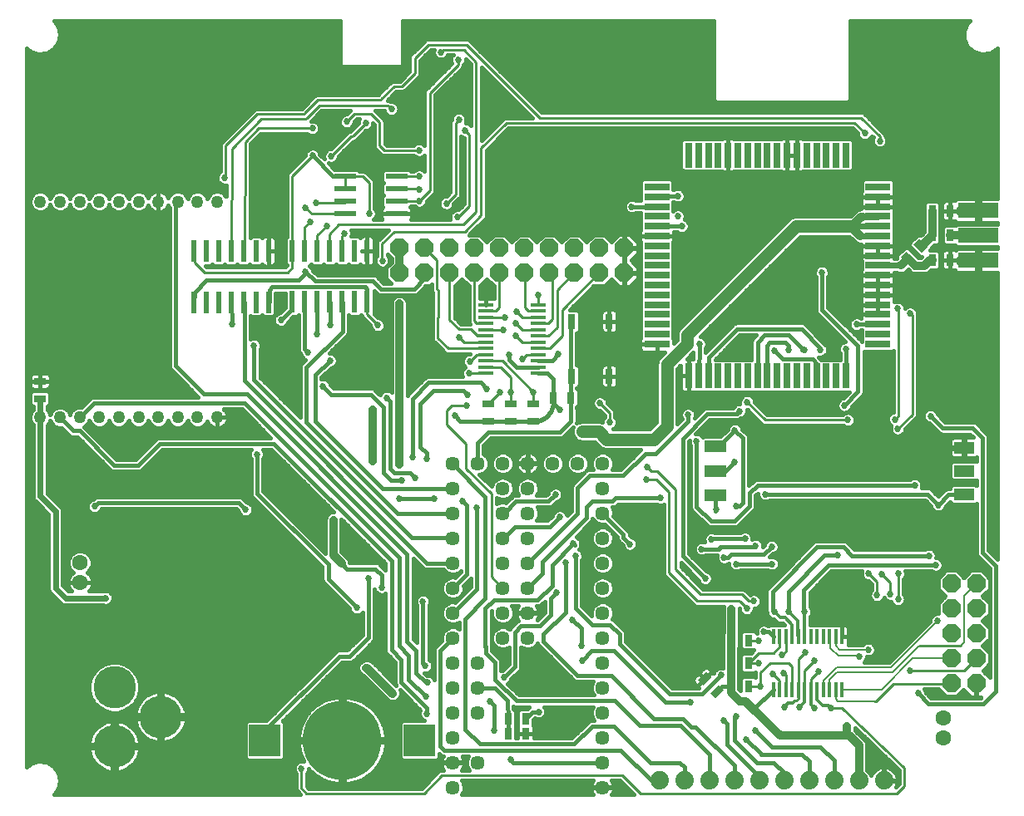
<source format=gbl>
G75*
%MOIN*%
%OFA0B0*%
%FSLAX25Y25*%
%IPPOS*%
%LPD*%
%AMOC8*
5,1,8,0,0,1.08239X$1,22.5*
%
%ADD10R,0.08700X0.02400*%
%ADD11R,0.02362X0.08661*%
%ADD12R,0.03150X0.09843*%
%ADD13R,0.09843X0.03150*%
%ADD14R,0.08661X0.04724*%
%ADD15R,0.07874X0.04724*%
%ADD16R,0.16000X0.06000*%
%ADD17R,0.03150X0.04724*%
%ADD18C,0.05000*%
%ADD19C,0.07400*%
%ADD20C,0.05700*%
%ADD21R,0.01772X0.05906*%
%ADD22OC8,0.07400*%
%ADD23C,0.06299*%
%ADD24R,0.05906X0.01772*%
%ADD25R,0.04724X0.03150*%
%ADD26C,0.31496*%
%ADD27R,0.12500X0.12500*%
%ADD28R,0.03000X0.06000*%
%ADD29C,0.17000*%
%ADD30C,0.01600*%
%ADD31C,0.02700*%
%ADD32C,0.02400*%
%ADD33C,0.03200*%
%ADD34C,0.02389*%
%ADD35C,0.05000*%
%ADD36C,0.04156*%
%ADD37C,0.01000*%
%ADD38C,0.01200*%
%ADD39C,0.00900*%
%ADD40C,0.00800*%
D10*
X0148882Y0248960D03*
X0148882Y0253960D03*
X0148882Y0258960D03*
X0148882Y0263960D03*
X0169482Y0263960D03*
X0169482Y0258960D03*
X0169482Y0253960D03*
X0169482Y0248960D03*
D11*
X0157639Y0234037D03*
X0152639Y0234037D03*
X0147639Y0234037D03*
X0142639Y0234037D03*
X0137639Y0234037D03*
X0132639Y0234037D03*
X0127639Y0234037D03*
X0118073Y0233953D03*
X0113073Y0233953D03*
X0108073Y0233953D03*
X0103073Y0233953D03*
X0098073Y0233953D03*
X0093073Y0233953D03*
X0088073Y0233953D03*
X0088073Y0213481D03*
X0093073Y0213481D03*
X0098073Y0213481D03*
X0103073Y0213481D03*
X0108073Y0213481D03*
X0113073Y0213481D03*
X0118073Y0213481D03*
X0127639Y0213564D03*
X0132639Y0213564D03*
X0137639Y0213564D03*
X0142639Y0213564D03*
X0147639Y0213564D03*
X0152639Y0213564D03*
X0157639Y0213564D03*
D12*
X0286538Y0183909D03*
X0290475Y0183909D03*
X0294412Y0183909D03*
X0298349Y0183909D03*
X0302286Y0183909D03*
X0306223Y0183909D03*
X0310160Y0183909D03*
X0314097Y0183909D03*
X0318034Y0183909D03*
X0321971Y0183909D03*
X0325908Y0183909D03*
X0329845Y0183909D03*
X0333782Y0183909D03*
X0337719Y0183909D03*
X0341656Y0183909D03*
X0345593Y0183909D03*
X0349530Y0183909D03*
X0349530Y0272492D03*
X0345593Y0272492D03*
X0341656Y0272492D03*
X0337719Y0272492D03*
X0333782Y0272492D03*
X0329845Y0272492D03*
X0325908Y0272492D03*
X0321971Y0272492D03*
X0318034Y0272492D03*
X0314097Y0272492D03*
X0310160Y0272492D03*
X0306223Y0272492D03*
X0302286Y0272492D03*
X0298349Y0272492D03*
X0294412Y0272492D03*
X0290475Y0272492D03*
X0286538Y0272492D03*
D13*
X0273743Y0259697D03*
X0273743Y0255760D03*
X0273743Y0251823D03*
X0273743Y0247886D03*
X0273743Y0243949D03*
X0273743Y0240012D03*
X0273743Y0236075D03*
X0273743Y0232138D03*
X0273743Y0228201D03*
X0273743Y0224264D03*
X0273743Y0220327D03*
X0273743Y0216390D03*
X0273743Y0212453D03*
X0273743Y0208516D03*
X0273743Y0204579D03*
X0273743Y0200642D03*
X0273743Y0196705D03*
X0362325Y0196705D03*
X0362325Y0200642D03*
X0362325Y0204579D03*
X0362325Y0208516D03*
X0362325Y0212453D03*
X0362325Y0216390D03*
X0362325Y0220327D03*
X0362325Y0224264D03*
X0362325Y0228201D03*
X0362325Y0232138D03*
X0362325Y0236075D03*
X0362325Y0240012D03*
X0362325Y0243949D03*
X0362325Y0247886D03*
X0362325Y0251823D03*
X0362325Y0255760D03*
X0362325Y0259697D03*
D14*
X0297380Y0155769D03*
X0297223Y0145533D03*
X0297380Y0135887D03*
D15*
X0396790Y0136202D03*
X0396868Y0145809D03*
X0396868Y0155100D03*
D16*
X0402680Y0230169D03*
X0402680Y0240169D03*
X0402680Y0250169D03*
D17*
X0391262Y0250051D03*
X0384176Y0250051D03*
X0384176Y0240209D03*
G36*
X0382181Y0235504D02*
X0379954Y0233277D01*
X0376615Y0236616D01*
X0378842Y0238843D01*
X0382181Y0235504D01*
G37*
X0384176Y0230366D03*
X0391262Y0230366D03*
X0391262Y0240209D03*
G36*
X0377170Y0230493D02*
X0374943Y0228266D01*
X0371604Y0231605D01*
X0373831Y0233832D01*
X0377170Y0230493D01*
G37*
X0239294Y0175051D03*
X0232207Y0175051D03*
X0303467Y0077807D03*
X0310554Y0077807D03*
X0310554Y0068752D03*
X0303467Y0068752D03*
X0303467Y0059303D03*
X0310554Y0059303D03*
G36*
X0297319Y0054596D02*
X0295092Y0056823D01*
X0298431Y0060162D01*
X0300658Y0057935D01*
X0297319Y0054596D01*
G37*
G36*
X0292308Y0059607D02*
X0290081Y0061834D01*
X0293420Y0065173D01*
X0295647Y0062946D01*
X0292308Y0059607D01*
G37*
X0221183Y0046350D03*
X0221223Y0040287D03*
X0214136Y0040287D03*
X0214097Y0046350D03*
D18*
X0097561Y0167177D03*
X0089687Y0167177D03*
X0081813Y0167177D03*
X0073939Y0167177D03*
X0066065Y0167177D03*
X0058191Y0167177D03*
X0050317Y0167177D03*
X0042443Y0167177D03*
X0034569Y0167177D03*
X0026695Y0167177D03*
X0026695Y0253791D03*
X0034569Y0253791D03*
X0042443Y0253791D03*
X0050317Y0253791D03*
X0058191Y0253791D03*
X0066065Y0253791D03*
X0073939Y0253791D03*
X0081813Y0253791D03*
X0089687Y0253791D03*
X0097561Y0253791D03*
D19*
X0274727Y0021508D03*
X0284727Y0021508D03*
X0294727Y0021508D03*
X0304727Y0021508D03*
X0314727Y0021508D03*
X0324727Y0021508D03*
X0334727Y0021508D03*
X0344727Y0021508D03*
X0354727Y0021508D03*
X0364727Y0021508D03*
D20*
X0251971Y0018712D03*
X0251971Y0028712D03*
X0251971Y0038712D03*
X0251971Y0048712D03*
X0251971Y0058712D03*
X0251971Y0068712D03*
X0251971Y0078712D03*
X0251971Y0088712D03*
X0251971Y0098712D03*
X0251971Y0108712D03*
X0251971Y0118712D03*
X0251971Y0128712D03*
X0251971Y0138712D03*
X0251971Y0148712D03*
X0241971Y0148712D03*
X0231971Y0148712D03*
X0221971Y0148712D03*
X0211971Y0148712D03*
X0211971Y0138712D03*
X0221971Y0138712D03*
X0221971Y0128712D03*
X0211971Y0128712D03*
X0211971Y0118712D03*
X0221971Y0118712D03*
X0221971Y0108712D03*
X0211971Y0108712D03*
X0211971Y0098712D03*
X0221971Y0098712D03*
X0221971Y0088712D03*
X0211971Y0088712D03*
X0211971Y0078712D03*
X0221971Y0078712D03*
X0201971Y0068712D03*
X0191971Y0068712D03*
X0191971Y0058712D03*
X0201971Y0058712D03*
X0201971Y0048712D03*
X0191971Y0048712D03*
X0191971Y0038712D03*
X0191971Y0028712D03*
X0201971Y0028712D03*
X0191971Y0018712D03*
X0191971Y0078712D03*
X0191971Y0088712D03*
X0191971Y0098712D03*
X0191971Y0108712D03*
X0191971Y0118712D03*
X0191971Y0128712D03*
X0191971Y0138712D03*
X0191971Y0148712D03*
X0201971Y0148712D03*
D21*
X0320426Y0079342D03*
X0322926Y0079342D03*
X0325426Y0079342D03*
X0327926Y0079342D03*
X0330426Y0079342D03*
X0332926Y0079342D03*
X0335426Y0079342D03*
X0337926Y0079342D03*
X0340426Y0079342D03*
X0342926Y0079342D03*
X0345426Y0079342D03*
X0347926Y0079342D03*
X0347926Y0058161D03*
X0345426Y0058161D03*
X0342926Y0058161D03*
X0340426Y0058161D03*
X0337926Y0058161D03*
X0335426Y0058161D03*
X0332926Y0058161D03*
X0330426Y0058161D03*
X0327926Y0058161D03*
X0325426Y0058161D03*
X0322926Y0058161D03*
X0320426Y0058161D03*
D22*
X0391774Y0060563D03*
X0401774Y0060563D03*
X0401774Y0070563D03*
X0391774Y0070563D03*
X0391774Y0080563D03*
X0401774Y0080563D03*
X0401774Y0090563D03*
X0391774Y0090563D03*
X0391774Y0100563D03*
X0401774Y0100563D03*
X0260672Y0225169D03*
X0250672Y0225169D03*
X0250672Y0235169D03*
X0260672Y0235169D03*
X0240672Y0235169D03*
X0230672Y0235169D03*
X0220672Y0235169D03*
X0220672Y0225169D03*
X0230672Y0225169D03*
X0240672Y0225169D03*
X0210672Y0225169D03*
X0200672Y0225169D03*
X0200672Y0235169D03*
X0210672Y0235169D03*
X0190672Y0235169D03*
X0180672Y0235169D03*
X0170672Y0235169D03*
X0170672Y0225169D03*
X0180672Y0225169D03*
X0190672Y0225169D03*
D23*
X0042640Y0108870D03*
X0042640Y0100996D03*
X0388506Y0046705D03*
X0388506Y0038831D03*
D24*
X0226262Y0184923D03*
X0226262Y0187423D03*
X0226262Y0189923D03*
X0226262Y0192423D03*
X0226262Y0194923D03*
X0226262Y0197423D03*
X0226262Y0199923D03*
X0226262Y0202423D03*
X0226262Y0204923D03*
X0226262Y0207423D03*
X0226262Y0209923D03*
X0226262Y0212423D03*
X0205081Y0212423D03*
X0205081Y0209923D03*
X0205081Y0207423D03*
X0205081Y0204923D03*
X0205081Y0202423D03*
X0205081Y0199923D03*
X0205081Y0197423D03*
X0205081Y0194923D03*
X0205081Y0192423D03*
X0205081Y0189923D03*
X0205081Y0187423D03*
X0205081Y0184923D03*
D25*
X0206223Y0172689D03*
X0206223Y0165602D03*
X0215278Y0165602D03*
X0215278Y0172689D03*
X0224333Y0172689D03*
X0224333Y0165602D03*
X0026589Y0174700D03*
X0026589Y0181786D03*
D26*
X0147651Y0037661D03*
D27*
X0116651Y0037661D03*
X0178651Y0037661D03*
D28*
X0239668Y0183736D03*
X0254668Y0183736D03*
X0254668Y0205736D03*
X0239668Y0205736D03*
D29*
X0056411Y0058937D03*
X0074915Y0047126D03*
X0056411Y0035315D03*
D30*
X0033929Y0018287D02*
X0032219Y0015934D01*
X0130884Y0015934D01*
X0129822Y0017213D01*
X0129273Y0017761D01*
X0129273Y0017873D01*
X0129202Y0017959D01*
X0129273Y0018731D01*
X0129273Y0024354D01*
X0128873Y0024754D01*
X0128423Y0025841D01*
X0128423Y0027017D01*
X0128873Y0028104D01*
X0129705Y0028936D01*
X0130792Y0029386D01*
X0131969Y0029386D01*
X0132228Y0029278D01*
X0132071Y0029551D01*
X0131423Y0030940D01*
X0130899Y0032380D01*
X0130503Y0033860D01*
X0130237Y0035369D01*
X0130106Y0036861D01*
X0146851Y0036861D01*
X0148451Y0036861D01*
X0148451Y0020116D01*
X0149944Y0020247D01*
X0151453Y0020513D01*
X0152933Y0020910D01*
X0154373Y0021434D01*
X0155762Y0022081D01*
X0157089Y0022848D01*
X0158344Y0023726D01*
X0159518Y0024711D01*
X0160601Y0025795D01*
X0161586Y0026969D01*
X0162465Y0028224D01*
X0163231Y0029551D01*
X0163879Y0030940D01*
X0164403Y0032380D01*
X0164800Y0033860D01*
X0165066Y0035369D01*
X0165196Y0036861D01*
X0148451Y0036861D01*
X0148451Y0038461D01*
X0165196Y0038461D01*
X0165066Y0039954D01*
X0164800Y0041463D01*
X0164403Y0042943D01*
X0163879Y0044383D01*
X0163231Y0045772D01*
X0162465Y0047099D01*
X0161586Y0048354D01*
X0160601Y0049528D01*
X0159518Y0050612D01*
X0158344Y0051597D01*
X0157089Y0052475D01*
X0155762Y0053242D01*
X0154373Y0053889D01*
X0152933Y0054413D01*
X0151453Y0054810D01*
X0149944Y0055076D01*
X0148451Y0055207D01*
X0148451Y0038462D01*
X0146851Y0038462D01*
X0146851Y0055207D01*
X0145359Y0055076D01*
X0143849Y0054810D01*
X0142369Y0054413D01*
X0140929Y0053889D01*
X0139541Y0053242D01*
X0138214Y0052475D01*
X0136958Y0051597D01*
X0135785Y0050612D01*
X0134701Y0049528D01*
X0133716Y0048354D01*
X0132837Y0047099D01*
X0132071Y0045772D01*
X0131423Y0044383D01*
X0130899Y0042943D01*
X0130503Y0041463D01*
X0130237Y0039954D01*
X0130106Y0038461D01*
X0146851Y0038461D01*
X0146851Y0036861D01*
X0146851Y0020116D01*
X0145359Y0020247D01*
X0143849Y0020513D01*
X0142369Y0020910D01*
X0140929Y0021434D01*
X0139541Y0022081D01*
X0138214Y0022848D01*
X0136958Y0023726D01*
X0135785Y0024711D01*
X0134701Y0025795D01*
X0134337Y0026228D01*
X0134337Y0025841D01*
X0133887Y0024754D01*
X0133487Y0024354D01*
X0133487Y0019395D01*
X0134298Y0018418D01*
X0179646Y0018418D01*
X0185376Y0024473D01*
X0185376Y0024506D01*
X0185972Y0025103D01*
X0186552Y0025716D01*
X0186586Y0025717D01*
X0186610Y0025741D01*
X0187453Y0025741D01*
X0188297Y0025764D01*
X0188322Y0025741D01*
X0188382Y0025741D01*
X0187994Y0026275D01*
X0187662Y0026927D01*
X0187435Y0027624D01*
X0187321Y0028346D01*
X0187321Y0028562D01*
X0191821Y0028562D01*
X0191821Y0028862D01*
X0187321Y0028862D01*
X0187321Y0029078D01*
X0187435Y0029801D01*
X0187662Y0030497D01*
X0187994Y0031150D01*
X0188136Y0031345D01*
X0187949Y0031345D01*
X0187064Y0031711D01*
X0186508Y0032267D01*
X0186508Y0030746D01*
X0185567Y0029804D01*
X0171736Y0029804D01*
X0170794Y0030746D01*
X0170794Y0044577D01*
X0171736Y0045519D01*
X0180650Y0045519D01*
X0179941Y0045812D01*
X0179110Y0046644D01*
X0178659Y0047731D01*
X0178659Y0048907D01*
X0179025Y0049790D01*
X0170788Y0058027D01*
X0171202Y0057028D01*
X0171202Y0055752D01*
X0170713Y0054573D01*
X0169811Y0053671D01*
X0168632Y0053183D01*
X0167357Y0053183D01*
X0166178Y0053671D01*
X0156169Y0063680D01*
X0155430Y0063986D01*
X0154528Y0064888D01*
X0154039Y0066067D01*
X0154039Y0067343D01*
X0154528Y0068521D01*
X0155430Y0069423D01*
X0156609Y0069912D01*
X0158317Y0069912D01*
X0159496Y0069423D01*
X0160398Y0068521D01*
X0169187Y0059733D01*
X0168894Y0060438D01*
X0168894Y0069015D01*
X0165363Y0072546D01*
X0164997Y0073430D01*
X0164997Y0096523D01*
X0164095Y0096149D01*
X0162918Y0096149D01*
X0161831Y0096599D01*
X0160999Y0097431D01*
X0160559Y0098494D01*
X0160559Y0078391D01*
X0160193Y0077506D01*
X0159515Y0076829D01*
X0159515Y0076829D01*
X0152075Y0069388D01*
X0151190Y0069022D01*
X0147456Y0069022D01*
X0123760Y0045326D01*
X0124508Y0044577D01*
X0124508Y0030746D01*
X0123567Y0029804D01*
X0109736Y0029804D01*
X0108794Y0030746D01*
X0108794Y0044577D01*
X0109736Y0045519D01*
X0117144Y0045519D01*
X0145096Y0073470D01*
X0145980Y0073836D01*
X0149714Y0073836D01*
X0155745Y0079867D01*
X0155745Y0089053D01*
X0155181Y0088489D01*
X0154095Y0088039D01*
X0152918Y0088039D01*
X0151831Y0088489D01*
X0150999Y0089321D01*
X0150549Y0090408D01*
X0150549Y0090549D01*
X0140725Y0100373D01*
X0140048Y0101050D01*
X0139682Y0101934D01*
X0139682Y0107204D01*
X0112103Y0134782D01*
X0111426Y0135459D01*
X0111060Y0136344D01*
X0111060Y0150717D01*
X0110960Y0150817D01*
X0110510Y0151904D01*
X0110510Y0153080D01*
X0110960Y0154167D01*
X0111091Y0154298D01*
X0075527Y0154298D01*
X0067232Y0146003D01*
X0066347Y0145636D01*
X0055783Y0145636D01*
X0054899Y0146003D01*
X0054222Y0146680D01*
X0041446Y0159455D01*
X0039405Y0159455D01*
X0038521Y0159821D01*
X0037844Y0160499D01*
X0035272Y0163070D01*
X0033752Y0163070D01*
X0032243Y0163695D01*
X0031087Y0164851D01*
X0030632Y0165949D01*
X0030177Y0164851D01*
X0029463Y0164136D01*
X0029463Y0136804D01*
X0035177Y0131090D01*
X0035605Y0130058D01*
X0035605Y0099836D01*
X0037937Y0097504D01*
X0039132Y0097504D01*
X0038865Y0097771D01*
X0038407Y0098402D01*
X0038053Y0099096D01*
X0037812Y0099837D01*
X0037691Y0100606D01*
X0037691Y0100996D01*
X0042640Y0100996D01*
X0042640Y0100996D01*
X0037691Y0100996D01*
X0037691Y0101385D01*
X0037812Y0102155D01*
X0038053Y0102896D01*
X0038407Y0103590D01*
X0038865Y0104220D01*
X0039416Y0104771D01*
X0039761Y0105022D01*
X0038608Y0106175D01*
X0037883Y0107924D01*
X0037883Y0109816D01*
X0038608Y0111564D01*
X0039946Y0112902D01*
X0041694Y0113627D01*
X0043586Y0113627D01*
X0045335Y0112902D01*
X0046673Y0111564D01*
X0047397Y0109816D01*
X0047397Y0107924D01*
X0046673Y0106175D01*
X0045519Y0105022D01*
X0045865Y0104771D01*
X0046416Y0104220D01*
X0046873Y0103590D01*
X0047227Y0102896D01*
X0047468Y0102155D01*
X0047590Y0101385D01*
X0047590Y0100996D01*
X0042640Y0100996D01*
X0042640Y0100996D01*
X0047590Y0100996D01*
X0047590Y0100606D01*
X0047468Y0099837D01*
X0047227Y0099096D01*
X0046873Y0098402D01*
X0046416Y0097771D01*
X0046148Y0097504D01*
X0051965Y0097504D01*
X0052328Y0097654D01*
X0053504Y0097654D01*
X0054591Y0097204D01*
X0055423Y0096372D01*
X0055873Y0095285D01*
X0055873Y0094109D01*
X0055423Y0093022D01*
X0054591Y0092190D01*
X0053504Y0091740D01*
X0052328Y0091740D01*
X0051965Y0091890D01*
X0036216Y0091890D01*
X0035184Y0092317D01*
X0031208Y0096293D01*
X0030418Y0097083D01*
X0029991Y0098115D01*
X0029991Y0128337D01*
X0025066Y0133262D01*
X0024276Y0134052D01*
X0023849Y0135083D01*
X0023849Y0164215D01*
X0023213Y0164851D01*
X0022588Y0166360D01*
X0022588Y0167994D01*
X0023213Y0169504D01*
X0023894Y0170184D01*
X0023894Y0171518D01*
X0023561Y0171518D01*
X0022620Y0172459D01*
X0022620Y0176940D01*
X0023561Y0177882D01*
X0029617Y0177882D01*
X0030558Y0176940D01*
X0030558Y0172459D01*
X0029617Y0171518D01*
X0029497Y0171518D01*
X0029497Y0170184D01*
X0030177Y0169504D01*
X0030632Y0168405D01*
X0031087Y0169504D01*
X0032243Y0170659D01*
X0033752Y0171284D01*
X0035386Y0171284D01*
X0036896Y0170659D01*
X0038051Y0169504D01*
X0038506Y0168405D01*
X0038961Y0169504D01*
X0040117Y0170659D01*
X0041626Y0171284D01*
X0043146Y0171284D01*
X0046907Y0175044D01*
X0047791Y0175411D01*
X0089979Y0175411D01*
X0079466Y0185924D01*
X0078788Y0186601D01*
X0078422Y0187486D01*
X0078422Y0251374D01*
X0078332Y0251465D01*
X0077980Y0252313D01*
X0077924Y0252141D01*
X0077617Y0251538D01*
X0077219Y0250990D01*
X0076741Y0250511D01*
X0076193Y0250114D01*
X0075590Y0249806D01*
X0074946Y0249597D01*
X0074278Y0249491D01*
X0073939Y0249491D01*
X0073939Y0253791D01*
X0073939Y0253791D01*
X0073939Y0249491D01*
X0073601Y0249491D01*
X0072932Y0249597D01*
X0072289Y0249806D01*
X0071686Y0250114D01*
X0071138Y0250511D01*
X0070660Y0250990D01*
X0070262Y0251538D01*
X0069954Y0252141D01*
X0069898Y0252313D01*
X0069547Y0251465D01*
X0068392Y0250309D01*
X0066882Y0249684D01*
X0065248Y0249684D01*
X0063739Y0250309D01*
X0062584Y0251465D01*
X0062128Y0252564D01*
X0061673Y0251465D01*
X0060518Y0250309D01*
X0059008Y0249684D01*
X0057374Y0249684D01*
X0055865Y0250309D01*
X0054710Y0251465D01*
X0054254Y0252564D01*
X0053799Y0251465D01*
X0052644Y0250309D01*
X0051134Y0249684D01*
X0049500Y0249684D01*
X0047991Y0250309D01*
X0046836Y0251465D01*
X0046380Y0252564D01*
X0045925Y0251465D01*
X0044770Y0250309D01*
X0043260Y0249684D01*
X0041626Y0249684D01*
X0040117Y0250309D01*
X0038961Y0251465D01*
X0038506Y0252564D01*
X0038051Y0251465D01*
X0036896Y0250309D01*
X0035386Y0249684D01*
X0033752Y0249684D01*
X0032243Y0250309D01*
X0031087Y0251465D01*
X0030632Y0252564D01*
X0030177Y0251465D01*
X0029022Y0250309D01*
X0027512Y0249684D01*
X0025878Y0249684D01*
X0024369Y0250309D01*
X0023213Y0251465D01*
X0022588Y0252974D01*
X0022588Y0254608D01*
X0023213Y0256118D01*
X0024369Y0257273D01*
X0025878Y0257898D01*
X0027512Y0257898D01*
X0029022Y0257273D01*
X0030177Y0256118D01*
X0030632Y0255019D01*
X0031087Y0256118D01*
X0032243Y0257273D01*
X0033752Y0257898D01*
X0035386Y0257898D01*
X0036896Y0257273D01*
X0038051Y0256118D01*
X0038506Y0255019D01*
X0038961Y0256118D01*
X0040117Y0257273D01*
X0041626Y0257898D01*
X0043260Y0257898D01*
X0044770Y0257273D01*
X0045925Y0256118D01*
X0046380Y0255019D01*
X0046836Y0256118D01*
X0047991Y0257273D01*
X0049500Y0257898D01*
X0051134Y0257898D01*
X0052644Y0257273D01*
X0053799Y0256118D01*
X0054254Y0255019D01*
X0054710Y0256118D01*
X0055865Y0257273D01*
X0057374Y0257898D01*
X0059008Y0257898D01*
X0060518Y0257273D01*
X0061673Y0256118D01*
X0062128Y0255019D01*
X0062584Y0256118D01*
X0063739Y0257273D01*
X0065248Y0257898D01*
X0066882Y0257898D01*
X0068392Y0257273D01*
X0069547Y0256118D01*
X0069898Y0255270D01*
X0069954Y0255442D01*
X0070262Y0256045D01*
X0070660Y0256592D01*
X0071138Y0257071D01*
X0071686Y0257469D01*
X0072289Y0257776D01*
X0072932Y0257985D01*
X0073601Y0258091D01*
X0073939Y0258091D01*
X0073939Y0253791D01*
X0073939Y0253791D01*
X0073939Y0258091D01*
X0074278Y0258091D01*
X0074946Y0257985D01*
X0075590Y0257776D01*
X0076193Y0257469D01*
X0076741Y0257071D01*
X0077219Y0256592D01*
X0077617Y0256045D01*
X0077924Y0255442D01*
X0077980Y0255270D01*
X0078332Y0256118D01*
X0079487Y0257273D01*
X0080996Y0257898D01*
X0082630Y0257898D01*
X0084140Y0257273D01*
X0085295Y0256118D01*
X0085750Y0255019D01*
X0086206Y0256118D01*
X0087361Y0257273D01*
X0088870Y0257898D01*
X0090504Y0257898D01*
X0092014Y0257273D01*
X0093169Y0256118D01*
X0093624Y0255019D01*
X0094080Y0256118D01*
X0095235Y0257273D01*
X0096744Y0257898D01*
X0098378Y0257898D01*
X0099888Y0257273D01*
X0101043Y0256118D01*
X0101136Y0255894D01*
X0101171Y0260456D01*
X0101039Y0260401D01*
X0099862Y0260401D01*
X0098776Y0260851D01*
X0097944Y0261683D01*
X0097494Y0262770D01*
X0097494Y0263946D01*
X0097944Y0265033D01*
X0098776Y0265865D01*
X0098840Y0265892D01*
X0098840Y0277066D01*
X0100074Y0278300D01*
X0100074Y0278300D01*
X0111596Y0289821D01*
X0111596Y0289821D01*
X0112830Y0291056D01*
X0131421Y0291056D01*
X0135888Y0295523D01*
X0137123Y0296758D01*
X0162163Y0296758D01*
X0162297Y0296891D01*
X0166320Y0300915D01*
X0166320Y0300915D01*
X0167555Y0302149D01*
X0170774Y0302149D01*
X0174706Y0306081D01*
X0174706Y0312223D01*
X0180139Y0317656D01*
X0181374Y0318890D01*
X0198277Y0318890D01*
X0227647Y0289520D01*
X0356426Y0289520D01*
X0363946Y0282001D01*
X0365180Y0280766D01*
X0365180Y0280236D01*
X0365580Y0279836D01*
X0366030Y0278749D01*
X0366030Y0277573D01*
X0365580Y0276486D01*
X0364748Y0275654D01*
X0363661Y0275204D01*
X0362485Y0275204D01*
X0361398Y0275654D01*
X0360566Y0276486D01*
X0360116Y0277573D01*
X0360116Y0278749D01*
X0360445Y0279542D01*
X0359880Y0280107D01*
X0359635Y0279518D01*
X0358803Y0278686D01*
X0357717Y0278236D01*
X0356540Y0278236D01*
X0355453Y0278686D01*
X0354621Y0279518D01*
X0354171Y0280605D01*
X0354171Y0281170D01*
X0352161Y0283180D01*
X0214340Y0283180D01*
X0205456Y0274296D01*
X0205456Y0247328D01*
X0198999Y0240871D01*
X0198604Y0240476D01*
X0202870Y0240476D01*
X0205672Y0237674D01*
X0208473Y0240476D01*
X0212870Y0240476D01*
X0215672Y0237674D01*
X0218473Y0240476D01*
X0222870Y0240476D01*
X0225672Y0237674D01*
X0228473Y0240476D01*
X0232870Y0240476D01*
X0235672Y0237674D01*
X0238473Y0240476D01*
X0242870Y0240476D01*
X0245672Y0237674D01*
X0248473Y0240476D01*
X0252870Y0240476D01*
X0255535Y0237811D01*
X0258393Y0240669D01*
X0260472Y0240669D01*
X0260472Y0235369D01*
X0260872Y0235369D01*
X0266172Y0235369D01*
X0266172Y0237447D01*
X0262950Y0240669D01*
X0260872Y0240669D01*
X0260872Y0235369D01*
X0260872Y0234969D01*
X0266172Y0234969D01*
X0266172Y0232891D01*
X0263450Y0230169D01*
X0266172Y0227447D01*
X0266172Y0225369D01*
X0260872Y0225369D01*
X0260872Y0224969D01*
X0266172Y0224969D01*
X0266172Y0222891D01*
X0262950Y0219669D01*
X0260872Y0219669D01*
X0260872Y0224969D01*
X0260472Y0224969D01*
X0260472Y0219669D01*
X0258393Y0219669D01*
X0255535Y0222527D01*
X0252870Y0219862D01*
X0248473Y0219862D01*
X0248409Y0219927D01*
X0238826Y0210343D01*
X0241833Y0210343D01*
X0242775Y0209402D01*
X0242775Y0202070D01*
X0241833Y0201129D01*
X0241701Y0201129D01*
X0241701Y0188343D01*
X0241833Y0188343D01*
X0242775Y0187402D01*
X0242775Y0180070D01*
X0241833Y0179129D01*
X0241701Y0179129D01*
X0241701Y0178854D01*
X0242476Y0178079D01*
X0242476Y0172023D01*
X0241701Y0171248D01*
X0241701Y0171097D01*
X0241740Y0171002D01*
X0241740Y0165320D01*
X0241609Y0165004D01*
X0243083Y0165615D01*
X0251252Y0165615D01*
X0251927Y0165335D01*
X0251927Y0165797D01*
X0252377Y0166884D01*
X0252777Y0167283D01*
X0252777Y0168115D01*
X0250924Y0169968D01*
X0250359Y0169968D01*
X0249272Y0170418D01*
X0248440Y0171250D01*
X0247990Y0172337D01*
X0247990Y0173513D01*
X0248440Y0174600D01*
X0249272Y0175432D01*
X0250359Y0175882D01*
X0251535Y0175882D01*
X0252622Y0175432D01*
X0253454Y0174600D01*
X0253904Y0173513D01*
X0253904Y0172948D01*
X0256991Y0169861D01*
X0256991Y0167283D01*
X0257391Y0166884D01*
X0257841Y0165797D01*
X0257841Y0164620D01*
X0257391Y0163533D01*
X0256559Y0162702D01*
X0256084Y0162505D01*
X0270781Y0162505D01*
X0273691Y0165414D01*
X0273691Y0189333D01*
X0274316Y0190842D01*
X0275471Y0191997D01*
X0276804Y0193330D01*
X0273743Y0193330D01*
X0273743Y0196704D01*
X0273742Y0196704D01*
X0273742Y0193330D01*
X0268584Y0193330D01*
X0268126Y0193452D01*
X0267716Y0193689D01*
X0267381Y0194025D01*
X0267144Y0194435D01*
X0267021Y0194893D01*
X0267021Y0196705D01*
X0273742Y0196705D01*
X0273742Y0196705D01*
X0267021Y0196705D01*
X0267021Y0198516D01*
X0267144Y0198974D01*
X0267214Y0199096D01*
X0267214Y0237620D01*
X0267144Y0237742D01*
X0267021Y0238200D01*
X0267021Y0240012D01*
X0273742Y0240012D01*
X0273742Y0240012D01*
X0267021Y0240012D01*
X0267021Y0241823D01*
X0267144Y0242281D01*
X0267214Y0242403D01*
X0267214Y0249416D01*
X0265478Y0249416D01*
X0265378Y0249316D01*
X0264291Y0248866D01*
X0263115Y0248866D01*
X0262028Y0249316D01*
X0261196Y0250148D01*
X0260746Y0251234D01*
X0260746Y0252411D01*
X0261196Y0253498D01*
X0262028Y0254330D01*
X0263115Y0254780D01*
X0264291Y0254780D01*
X0265378Y0254330D01*
X0265478Y0254230D01*
X0267214Y0254230D01*
X0267214Y0261937D01*
X0268156Y0262879D01*
X0279329Y0262879D01*
X0280271Y0261937D01*
X0280271Y0258560D01*
X0280432Y0258560D01*
X0280532Y0258660D01*
X0281619Y0259110D01*
X0282795Y0259110D01*
X0283882Y0258660D01*
X0284714Y0257828D01*
X0285164Y0256742D01*
X0285164Y0255565D01*
X0284714Y0254478D01*
X0283882Y0253647D01*
X0282795Y0253196D01*
X0281619Y0253196D01*
X0280532Y0253647D01*
X0280432Y0253746D01*
X0280271Y0253746D01*
X0280271Y0250131D01*
X0280532Y0250393D01*
X0281619Y0250843D01*
X0282795Y0250843D01*
X0283882Y0250393D01*
X0284714Y0249561D01*
X0285164Y0248474D01*
X0285164Y0247297D01*
X0284909Y0246682D01*
X0285457Y0246456D01*
X0286289Y0245624D01*
X0286739Y0244537D01*
X0286739Y0243360D01*
X0286289Y0242274D01*
X0285457Y0241442D01*
X0284370Y0240992D01*
X0283194Y0240992D01*
X0282107Y0241442D01*
X0282007Y0241542D01*
X0280464Y0241542D01*
X0280464Y0240012D01*
X0273743Y0240012D01*
X0273743Y0240012D01*
X0280464Y0240012D01*
X0280464Y0238200D01*
X0280341Y0237742D01*
X0280271Y0237620D01*
X0280271Y0199096D01*
X0280341Y0198974D01*
X0280464Y0198516D01*
X0280464Y0196990D01*
X0281722Y0198248D01*
X0281722Y0200986D01*
X0282347Y0202496D01*
X0283503Y0203651D01*
X0327243Y0247391D01*
X0328752Y0248016D01*
X0351542Y0248016D01*
X0352847Y0249321D01*
X0352847Y0249321D01*
X0353289Y0249763D01*
X0353298Y0249772D01*
X0353298Y0249772D01*
X0353889Y0250363D01*
X0353889Y0250363D01*
X0355436Y0251004D01*
X0355604Y0251004D01*
X0355604Y0251823D01*
X0362325Y0251823D01*
X0362325Y0255760D01*
X0362325Y0255760D01*
X0355604Y0255760D01*
X0355604Y0257571D01*
X0355727Y0258029D01*
X0355797Y0258151D01*
X0355797Y0261937D01*
X0356738Y0262879D01*
X0367912Y0262879D01*
X0368854Y0261937D01*
X0368854Y0258151D01*
X0368924Y0258029D01*
X0369046Y0257571D01*
X0369046Y0255760D01*
X0362325Y0255760D01*
X0355604Y0255760D01*
X0355604Y0253948D01*
X0355646Y0253791D01*
X0355604Y0253634D01*
X0355604Y0251823D01*
X0362325Y0251823D01*
X0362325Y0251823D01*
X0362325Y0251823D01*
X0362325Y0252385D01*
X0362325Y0255760D01*
X0362325Y0255760D01*
X0362325Y0255760D01*
X0369046Y0255760D01*
X0369046Y0253948D01*
X0369004Y0253791D01*
X0369046Y0253634D01*
X0369046Y0251823D01*
X0362325Y0251823D01*
X0362325Y0251823D01*
X0369046Y0251823D01*
X0369046Y0250011D01*
X0368924Y0249553D01*
X0368854Y0249431D01*
X0368854Y0238466D01*
X0368924Y0238344D01*
X0369046Y0237886D01*
X0369046Y0236075D01*
X0362325Y0236075D01*
X0362325Y0236075D01*
X0355604Y0236075D01*
X0355604Y0236805D01*
X0354679Y0236805D01*
X0353501Y0237293D01*
X0350991Y0239802D01*
X0331270Y0239802D01*
X0291130Y0199662D01*
X0291457Y0199662D01*
X0292544Y0199211D01*
X0293375Y0198380D01*
X0293826Y0197293D01*
X0293826Y0196116D01*
X0293375Y0195030D01*
X0293220Y0194875D01*
X0293174Y0193359D01*
X0303245Y0203430D01*
X0303736Y0204044D01*
X0303788Y0204170D01*
X0304033Y0204415D01*
X0304249Y0204685D01*
X0304369Y0204751D01*
X0304466Y0204848D01*
X0304785Y0204980D01*
X0305087Y0205146D01*
X0305224Y0205162D01*
X0305350Y0205214D01*
X0305696Y0205214D01*
X0306039Y0205252D01*
X0306171Y0205214D01*
X0331351Y0205214D01*
X0331366Y0205220D01*
X0331829Y0205214D01*
X0332292Y0205214D01*
X0332307Y0205208D01*
X0332323Y0205208D01*
X0332749Y0205025D01*
X0333177Y0204848D01*
X0333188Y0204836D01*
X0333203Y0204830D01*
X0333526Y0204498D01*
X0333854Y0204170D01*
X0333860Y0204155D01*
X0341007Y0196821D01*
X0341334Y0196493D01*
X0341341Y0196478D01*
X0341352Y0196467D01*
X0341352Y0196466D01*
X0341801Y0196017D01*
X0342251Y0194931D01*
X0342251Y0193754D01*
X0341801Y0192667D01*
X0340969Y0191835D01*
X0339882Y0191385D01*
X0338705Y0191385D01*
X0338647Y0191410D01*
X0339471Y0190483D01*
X0339516Y0190438D01*
X0347123Y0190438D01*
X0347123Y0192961D01*
X0347023Y0193061D01*
X0346573Y0194148D01*
X0346573Y0195324D01*
X0347023Y0196411D01*
X0347855Y0197243D01*
X0348942Y0197693D01*
X0349114Y0197693D01*
X0337844Y0208963D01*
X0337477Y0209848D01*
X0337477Y0223552D01*
X0337377Y0223652D01*
X0336927Y0224738D01*
X0336927Y0225915D01*
X0337377Y0227002D01*
X0338209Y0227834D01*
X0339296Y0228284D01*
X0340472Y0228284D01*
X0341559Y0227834D01*
X0342391Y0227002D01*
X0342841Y0225915D01*
X0342841Y0224738D01*
X0342391Y0223652D01*
X0342291Y0223552D01*
X0342291Y0211324D01*
X0355736Y0197879D01*
X0355797Y0197818D01*
X0355797Y0202172D01*
X0355635Y0202172D01*
X0355536Y0202072D01*
X0354449Y0201622D01*
X0353272Y0201622D01*
X0352186Y0202072D01*
X0351354Y0202904D01*
X0350904Y0203990D01*
X0350904Y0205167D01*
X0351354Y0206254D01*
X0352186Y0207085D01*
X0353272Y0207536D01*
X0354449Y0207536D01*
X0355536Y0207085D01*
X0355604Y0207017D01*
X0355604Y0208516D01*
X0362325Y0208516D01*
X0362325Y0211890D01*
X0362325Y0212452D01*
X0362325Y0212452D01*
X0362325Y0208516D01*
X0362325Y0208516D01*
X0362325Y0208516D01*
X0355604Y0208516D01*
X0355604Y0210327D01*
X0355646Y0210484D01*
X0355604Y0210641D01*
X0355604Y0212453D01*
X0362325Y0212453D01*
X0362325Y0215827D01*
X0362325Y0216389D01*
X0362325Y0216389D01*
X0362325Y0212453D01*
X0362325Y0212453D01*
X0362325Y0212453D01*
X0355604Y0212453D01*
X0355604Y0214264D01*
X0355646Y0214421D01*
X0355604Y0214578D01*
X0355604Y0216390D01*
X0362325Y0216390D01*
X0362325Y0219764D01*
X0362325Y0220327D01*
X0362325Y0223701D01*
X0362325Y0224264D01*
X0362325Y0224264D01*
X0355604Y0224264D01*
X0355604Y0226075D01*
X0355727Y0226533D01*
X0355797Y0226655D01*
X0355797Y0229746D01*
X0355727Y0229868D01*
X0355604Y0230326D01*
X0355604Y0232138D01*
X0362325Y0232138D01*
X0362325Y0236075D01*
X0355604Y0236075D01*
X0355604Y0234263D01*
X0355646Y0234106D01*
X0355604Y0233949D01*
X0355604Y0232138D01*
X0362325Y0232138D01*
X0362325Y0232138D01*
X0362325Y0232138D01*
X0362325Y0232700D01*
X0362325Y0236075D01*
X0362325Y0236075D01*
X0362325Y0236075D01*
X0369046Y0236075D01*
X0369046Y0234263D01*
X0369004Y0234106D01*
X0369046Y0233949D01*
X0369046Y0232138D01*
X0362325Y0232138D01*
X0362325Y0232138D01*
X0369046Y0232138D01*
X0369046Y0231002D01*
X0369804Y0231002D01*
X0369996Y0231194D01*
X0369996Y0232272D01*
X0373164Y0235440D01*
X0374496Y0235440D01*
X0376142Y0233793D01*
X0376203Y0233768D01*
X0377105Y0232866D01*
X0378682Y0231290D01*
X0379658Y0231290D01*
X0380038Y0231670D01*
X0379289Y0231670D01*
X0377642Y0233316D01*
X0377581Y0233342D01*
X0376679Y0234244D01*
X0376654Y0234305D01*
X0375007Y0235952D01*
X0375007Y0237283D01*
X0378175Y0240451D01*
X0379507Y0240451D01*
X0379695Y0240263D01*
X0380969Y0241537D01*
X0380969Y0250689D01*
X0380994Y0250750D01*
X0380994Y0253079D01*
X0381935Y0254020D01*
X0386416Y0254020D01*
X0387357Y0253079D01*
X0387357Y0250750D01*
X0387383Y0250689D01*
X0387383Y0239571D01*
X0387357Y0239510D01*
X0387357Y0237181D01*
X0386416Y0236239D01*
X0384742Y0236239D01*
X0383789Y0235286D01*
X0383789Y0234838D01*
X0383286Y0234335D01*
X0386416Y0234335D01*
X0387357Y0233394D01*
X0387357Y0231065D01*
X0387383Y0231004D01*
X0387383Y0229728D01*
X0387357Y0229667D01*
X0387357Y0227338D01*
X0386416Y0226397D01*
X0383836Y0226397D01*
X0383705Y0226266D01*
X0382803Y0225364D01*
X0381625Y0224875D01*
X0376716Y0224875D01*
X0375537Y0225364D01*
X0374387Y0226514D01*
X0373354Y0225482D01*
X0372176Y0224994D01*
X0370900Y0224994D01*
X0369921Y0225399D01*
X0369046Y0225399D01*
X0369046Y0224264D01*
X0362325Y0224264D01*
X0355604Y0224264D01*
X0355604Y0222452D01*
X0355646Y0222295D01*
X0355604Y0222138D01*
X0355604Y0220327D01*
X0362325Y0220327D01*
X0362325Y0220327D01*
X0362325Y0220327D01*
X0362325Y0224264D01*
X0362325Y0224264D01*
X0362325Y0224264D01*
X0369046Y0224264D01*
X0369046Y0222452D01*
X0369004Y0222295D01*
X0369046Y0222138D01*
X0369046Y0220327D01*
X0362325Y0220327D01*
X0362325Y0220327D01*
X0355604Y0220327D01*
X0355604Y0218515D01*
X0355646Y0218358D01*
X0355604Y0218201D01*
X0355604Y0216390D01*
X0362325Y0216390D01*
X0362325Y0216390D01*
X0362325Y0216390D01*
X0362325Y0220327D01*
X0362325Y0220327D01*
X0369046Y0220327D01*
X0369046Y0218515D01*
X0369004Y0218358D01*
X0369046Y0218201D01*
X0369046Y0216390D01*
X0362325Y0216390D01*
X0362325Y0216390D01*
X0369046Y0216390D01*
X0369046Y0214578D01*
X0369004Y0214421D01*
X0369046Y0214264D01*
X0369046Y0213513D01*
X0369729Y0213796D01*
X0370906Y0213796D01*
X0371992Y0213345D01*
X0372824Y0212513D01*
X0373274Y0211427D01*
X0373274Y0211080D01*
X0373578Y0211384D01*
X0374665Y0211834D01*
X0375842Y0211834D01*
X0376929Y0211384D01*
X0377760Y0210552D01*
X0378211Y0209466D01*
X0378211Y0208900D01*
X0378212Y0208899D01*
X0378212Y0167603D01*
X0373314Y0162705D01*
X0373314Y0162140D01*
X0372864Y0161053D01*
X0372032Y0160221D01*
X0370945Y0159771D01*
X0369768Y0159771D01*
X0368682Y0160221D01*
X0367850Y0161053D01*
X0367400Y0162140D01*
X0367400Y0163316D01*
X0367648Y0163917D01*
X0367540Y0163961D01*
X0366708Y0164793D01*
X0366258Y0165880D01*
X0366258Y0167057D01*
X0366708Y0168143D01*
X0367540Y0168975D01*
X0368486Y0169367D01*
X0368486Y0194096D01*
X0367912Y0193523D01*
X0356780Y0193523D01*
X0356780Y0177053D01*
X0356413Y0176168D01*
X0351896Y0171651D01*
X0351896Y0171510D01*
X0351446Y0170423D01*
X0350614Y0169591D01*
X0349528Y0169141D01*
X0348351Y0169141D01*
X0347264Y0169591D01*
X0346432Y0170423D01*
X0345982Y0171510D01*
X0345982Y0172686D01*
X0346432Y0173773D01*
X0347264Y0174605D01*
X0348351Y0175055D01*
X0348492Y0175055D01*
X0350818Y0177381D01*
X0288929Y0177381D01*
X0288807Y0177311D01*
X0288350Y0177188D01*
X0286538Y0177188D01*
X0286538Y0183909D01*
X0286538Y0183909D01*
X0286538Y0177188D01*
X0284726Y0177188D01*
X0284268Y0177311D01*
X0283858Y0177548D01*
X0283523Y0177883D01*
X0283286Y0178293D01*
X0283163Y0178751D01*
X0283163Y0183909D01*
X0286538Y0183909D01*
X0286538Y0183909D01*
X0286538Y0183909D01*
X0286538Y0190631D01*
X0288273Y0190631D01*
X0288354Y0193264D01*
X0285721Y0190631D01*
X0286538Y0190631D01*
X0286538Y0183909D01*
X0283163Y0183909D01*
X0283163Y0188073D01*
X0281905Y0186814D01*
X0281905Y0164767D01*
X0283768Y0166631D01*
X0283755Y0166644D01*
X0283305Y0167731D01*
X0283305Y0168907D01*
X0283755Y0169994D01*
X0284587Y0170826D01*
X0285674Y0171276D01*
X0286850Y0171276D01*
X0287937Y0170826D01*
X0288769Y0169994D01*
X0289219Y0168907D01*
X0289219Y0167731D01*
X0288955Y0167093D01*
X0291899Y0170037D01*
X0292576Y0170714D01*
X0293461Y0171080D01*
X0304255Y0171080D01*
X0304425Y0171490D01*
X0305256Y0172322D01*
X0306343Y0172772D01*
X0307021Y0172772D01*
X0307006Y0172809D01*
X0307006Y0173986D01*
X0307456Y0175073D01*
X0308288Y0175904D01*
X0309375Y0176355D01*
X0310551Y0176355D01*
X0311638Y0175904D01*
X0312470Y0175073D01*
X0312920Y0173986D01*
X0312920Y0173420D01*
X0318001Y0168339D01*
X0348164Y0168339D01*
X0348564Y0168739D01*
X0349650Y0169189D01*
X0350827Y0169189D01*
X0351914Y0168739D01*
X0352745Y0167907D01*
X0353196Y0166820D01*
X0353196Y0165644D01*
X0352745Y0164557D01*
X0351914Y0163725D01*
X0350827Y0163275D01*
X0349650Y0163275D01*
X0348564Y0163725D01*
X0348164Y0164125D01*
X0316256Y0164125D01*
X0309940Y0170440D01*
X0309873Y0170440D01*
X0309889Y0170403D01*
X0309889Y0169227D01*
X0309438Y0168140D01*
X0308607Y0167308D01*
X0307520Y0166858D01*
X0307379Y0166858D01*
X0307153Y0166632D01*
X0306269Y0166266D01*
X0294936Y0166266D01*
X0289356Y0160685D01*
X0290276Y0160685D01*
X0291362Y0160235D01*
X0292121Y0159476D01*
X0292384Y0159738D01*
X0299323Y0159738D01*
X0302085Y0162477D01*
X0302085Y0162608D01*
X0302535Y0163695D01*
X0303367Y0164526D01*
X0304454Y0164977D01*
X0305630Y0164977D01*
X0306717Y0164526D01*
X0307549Y0163695D01*
X0307999Y0162608D01*
X0307999Y0162482D01*
X0309548Y0160953D01*
X0309555Y0160950D01*
X0309889Y0160616D01*
X0310223Y0160286D01*
X0310226Y0160278D01*
X0310232Y0160273D01*
X0310413Y0159836D01*
X0310595Y0159403D01*
X0310595Y0159395D01*
X0310598Y0159388D01*
X0310598Y0158917D01*
X0310601Y0158446D01*
X0310598Y0158438D01*
X0310598Y0139917D01*
X0312733Y0142052D01*
X0313618Y0142419D01*
X0375314Y0142419D01*
X0375414Y0142519D01*
X0376501Y0142969D01*
X0377677Y0142969D01*
X0378764Y0142519D01*
X0379596Y0141687D01*
X0380046Y0140600D01*
X0380046Y0139423D01*
X0379819Y0138875D01*
X0382686Y0138875D01*
X0383571Y0138509D01*
X0386538Y0135542D01*
X0389239Y0138243D01*
X0390124Y0138609D01*
X0391245Y0138609D01*
X0391245Y0139230D01*
X0392187Y0140172D01*
X0401392Y0140172D01*
X0401729Y0139835D01*
X0401729Y0142097D01*
X0401471Y0141839D01*
X0392266Y0141839D01*
X0391324Y0142781D01*
X0391324Y0148836D01*
X0392266Y0149778D01*
X0401471Y0149778D01*
X0401729Y0149520D01*
X0401729Y0151193D01*
X0401500Y0151060D01*
X0401042Y0150938D01*
X0397249Y0150938D01*
X0397249Y0154719D01*
X0396487Y0154719D01*
X0391131Y0154719D01*
X0391131Y0152501D01*
X0391254Y0152043D01*
X0391491Y0151632D01*
X0391826Y0151297D01*
X0392236Y0151060D01*
X0392694Y0150938D01*
X0396487Y0150938D01*
X0396487Y0154719D01*
X0396487Y0155481D01*
X0391131Y0155481D01*
X0391131Y0157699D01*
X0391254Y0158157D01*
X0391491Y0158567D01*
X0391826Y0158902D01*
X0392236Y0159139D01*
X0392694Y0159262D01*
X0396487Y0159262D01*
X0396487Y0155481D01*
X0397249Y0155481D01*
X0397249Y0159262D01*
X0400576Y0159262D01*
X0399360Y0160479D01*
X0387870Y0160479D01*
X0386985Y0160845D01*
X0386308Y0161522D01*
X0382980Y0164850D01*
X0382839Y0164850D01*
X0381752Y0165300D01*
X0380921Y0166132D01*
X0380470Y0167219D01*
X0380470Y0168395D01*
X0380921Y0169482D01*
X0381752Y0170314D01*
X0382839Y0170764D01*
X0384016Y0170764D01*
X0385103Y0170314D01*
X0385934Y0169482D01*
X0386385Y0168395D01*
X0386385Y0168254D01*
X0389346Y0165293D01*
X0400835Y0165293D01*
X0401720Y0164926D01*
X0405500Y0161147D01*
X0406177Y0160470D01*
X0406543Y0159585D01*
X0406543Y0114158D01*
X0410222Y0110480D01*
X0410222Y0225369D01*
X0403380Y0225369D01*
X0403380Y0229469D01*
X0401980Y0229469D01*
X0401980Y0225369D01*
X0394443Y0225369D01*
X0393985Y0225492D01*
X0393574Y0225729D01*
X0393239Y0226064D01*
X0393147Y0226223D01*
X0393074Y0226204D01*
X0391262Y0226204D01*
X0391262Y0230366D01*
X0387887Y0230366D01*
X0391262Y0230366D01*
X0391262Y0230366D01*
X0391262Y0230366D01*
X0391262Y0234528D01*
X0389450Y0234528D01*
X0388993Y0234406D01*
X0388582Y0234169D01*
X0388247Y0233833D01*
X0388010Y0233423D01*
X0387887Y0232965D01*
X0387887Y0230366D01*
X0387887Y0227767D01*
X0388010Y0227309D01*
X0388247Y0226899D01*
X0388582Y0226563D01*
X0388993Y0226326D01*
X0389450Y0226204D01*
X0391262Y0226204D01*
X0391262Y0230366D01*
X0391262Y0230366D01*
X0391262Y0234528D01*
X0393074Y0234528D01*
X0393404Y0234440D01*
X0393574Y0234610D01*
X0393985Y0234846D01*
X0394443Y0234969D01*
X0401980Y0234969D01*
X0401980Y0230869D01*
X0403380Y0230869D01*
X0403380Y0234969D01*
X0410222Y0234969D01*
X0410222Y0235562D01*
X0394014Y0235562D01*
X0393337Y0236239D01*
X0389022Y0236239D01*
X0388080Y0237181D01*
X0388080Y0239510D01*
X0388055Y0239571D01*
X0388055Y0240846D01*
X0388080Y0240907D01*
X0388080Y0243236D01*
X0389022Y0244178D01*
X0393415Y0244178D01*
X0394014Y0244776D01*
X0410222Y0244776D01*
X0410222Y0245369D01*
X0403380Y0245369D01*
X0403380Y0249469D01*
X0401980Y0249469D01*
X0401980Y0245369D01*
X0394443Y0245369D01*
X0393985Y0245492D01*
X0393574Y0245729D01*
X0393342Y0245961D01*
X0393074Y0245889D01*
X0391262Y0245889D01*
X0391262Y0250051D01*
X0387887Y0250051D01*
X0391262Y0250051D01*
X0391262Y0250051D01*
X0391262Y0250051D01*
X0391262Y0254213D01*
X0389450Y0254213D01*
X0388993Y0254091D01*
X0388582Y0253854D01*
X0388247Y0253518D01*
X0388010Y0253108D01*
X0387887Y0252650D01*
X0387887Y0250051D01*
X0387887Y0247452D01*
X0388010Y0246994D01*
X0388247Y0246584D01*
X0388582Y0246248D01*
X0388993Y0246012D01*
X0389450Y0245889D01*
X0391262Y0245889D01*
X0391262Y0250051D01*
X0391262Y0250051D01*
X0391262Y0254213D01*
X0393074Y0254213D01*
X0393186Y0254183D01*
X0393239Y0254274D01*
X0393574Y0254610D01*
X0393985Y0254846D01*
X0394443Y0254969D01*
X0401980Y0254969D01*
X0401980Y0250869D01*
X0403380Y0250869D01*
X0403380Y0254969D01*
X0410222Y0254969D01*
X0410222Y0315216D01*
X0409946Y0314836D01*
X0409946Y0314836D01*
X0407095Y0313190D01*
X0407095Y0313190D01*
X0403820Y0312846D01*
X0403820Y0312846D01*
X0400689Y0313863D01*
X0400689Y0313863D01*
X0398242Y0316066D01*
X0398242Y0316066D01*
X0396903Y0319074D01*
X0396903Y0322367D01*
X0398242Y0325374D01*
X0398242Y0325374D01*
X0399264Y0326294D01*
X0351091Y0326294D01*
X0351091Y0294664D01*
X0350153Y0293727D01*
X0297607Y0293727D01*
X0296670Y0294664D01*
X0296670Y0326294D01*
X0171983Y0326294D01*
X0171983Y0308519D01*
X0171515Y0308050D01*
X0147230Y0308050D01*
X0146761Y0308519D01*
X0146761Y0326294D01*
X0032219Y0326294D01*
X0033929Y0323941D01*
X0033929Y0323941D01*
X0034613Y0320720D01*
X0033929Y0317500D01*
X0033929Y0317500D01*
X0031994Y0314836D01*
X0031994Y0314836D01*
X0031994Y0314836D01*
X0029142Y0313190D01*
X0029142Y0313190D01*
X0025868Y0312846D01*
X0025868Y0312846D01*
X0022736Y0313863D01*
X0022736Y0313863D01*
X0021121Y0315317D01*
X0021121Y0026911D01*
X0022736Y0028365D01*
X0022736Y0028365D01*
X0025868Y0029382D01*
X0025868Y0029382D01*
X0029142Y0029038D01*
X0029142Y0029038D01*
X0031994Y0027392D01*
X0031994Y0027392D01*
X0031994Y0027392D01*
X0033929Y0024728D01*
X0033929Y0024728D01*
X0034613Y0021508D01*
X0033929Y0018287D01*
X0033929Y0018287D01*
X0033959Y0018429D02*
X0129245Y0018429D01*
X0129273Y0020028D02*
X0034299Y0020028D01*
X0034588Y0021626D02*
X0129273Y0021626D01*
X0129273Y0023225D02*
X0034248Y0023225D01*
X0033860Y0024823D02*
X0128845Y0024823D01*
X0128423Y0026422D02*
X0061618Y0026422D01*
X0061402Y0026286D02*
X0062381Y0026901D01*
X0063286Y0027623D01*
X0064104Y0028441D01*
X0064825Y0029345D01*
X0065440Y0030325D01*
X0065942Y0031367D01*
X0066324Y0032459D01*
X0066582Y0033587D01*
X0066686Y0034515D01*
X0057212Y0034515D01*
X0057212Y0036115D01*
X0066686Y0036115D01*
X0066582Y0037043D01*
X0066324Y0038171D01*
X0065942Y0039263D01*
X0065440Y0040305D01*
X0064825Y0041285D01*
X0064104Y0042189D01*
X0063286Y0043007D01*
X0062381Y0043728D01*
X0061402Y0044344D01*
X0060359Y0044846D01*
X0059267Y0045228D01*
X0058139Y0045485D01*
X0057211Y0045590D01*
X0057211Y0036115D01*
X0055611Y0036115D01*
X0055611Y0034515D01*
X0046136Y0034515D01*
X0046241Y0033587D01*
X0046498Y0032459D01*
X0046880Y0031367D01*
X0047382Y0030325D01*
X0047998Y0029345D01*
X0048719Y0028441D01*
X0049537Y0027623D01*
X0050442Y0026901D01*
X0051421Y0026286D01*
X0052464Y0025784D01*
X0053556Y0025402D01*
X0054683Y0025144D01*
X0055611Y0025040D01*
X0055611Y0034515D01*
X0057211Y0034515D01*
X0057211Y0025040D01*
X0058139Y0025144D01*
X0059267Y0025402D01*
X0060359Y0025784D01*
X0061402Y0026286D01*
X0063683Y0028020D02*
X0128839Y0028020D01*
X0132039Y0029619D02*
X0064997Y0029619D01*
X0065870Y0031217D02*
X0108794Y0031217D01*
X0108794Y0032816D02*
X0066406Y0032816D01*
X0066675Y0034414D02*
X0108794Y0034414D01*
X0108794Y0036013D02*
X0057212Y0036013D01*
X0057211Y0037611D02*
X0055611Y0037611D01*
X0055611Y0036115D02*
X0055611Y0045590D01*
X0054683Y0045485D01*
X0053556Y0045228D01*
X0052464Y0044846D01*
X0051421Y0044344D01*
X0050442Y0043728D01*
X0049537Y0043007D01*
X0048719Y0042189D01*
X0047998Y0041285D01*
X0047382Y0040305D01*
X0046880Y0039263D01*
X0046498Y0038171D01*
X0046241Y0037043D01*
X0046136Y0036115D01*
X0055611Y0036115D01*
X0055611Y0036013D02*
X0021121Y0036013D01*
X0021121Y0037611D02*
X0046371Y0037611D01*
X0046862Y0039210D02*
X0021121Y0039210D01*
X0021121Y0040808D02*
X0047699Y0040808D01*
X0048937Y0042407D02*
X0021121Y0042407D01*
X0021121Y0044005D02*
X0050883Y0044005D01*
X0055611Y0044005D02*
X0057211Y0044005D01*
X0057211Y0042407D02*
X0055611Y0042407D01*
X0055611Y0040808D02*
X0057211Y0040808D01*
X0057211Y0039210D02*
X0055611Y0039210D01*
X0055611Y0034414D02*
X0057211Y0034414D01*
X0057211Y0032816D02*
X0055611Y0032816D01*
X0055611Y0031217D02*
X0057211Y0031217D01*
X0057211Y0029619D02*
X0055611Y0029619D01*
X0055611Y0028020D02*
X0057211Y0028020D01*
X0057211Y0026422D02*
X0055611Y0026422D01*
X0051205Y0026422D02*
X0032698Y0026422D01*
X0030905Y0028020D02*
X0049140Y0028020D01*
X0047826Y0029619D02*
X0021121Y0029619D01*
X0021121Y0031217D02*
X0046953Y0031217D01*
X0046417Y0032816D02*
X0021121Y0032816D01*
X0021121Y0034414D02*
X0046148Y0034414D01*
X0061940Y0044005D02*
X0065095Y0044005D01*
X0065002Y0044270D02*
X0065384Y0043178D01*
X0065886Y0042136D01*
X0066502Y0041156D01*
X0067223Y0040252D01*
X0068041Y0039434D01*
X0068946Y0038712D01*
X0069925Y0038097D01*
X0070968Y0037595D01*
X0072059Y0037213D01*
X0073187Y0036956D01*
X0074115Y0036851D01*
X0074115Y0046326D01*
X0064640Y0046326D01*
X0064745Y0045398D01*
X0065002Y0044270D01*
X0064722Y0045604D02*
X0021121Y0045604D01*
X0021121Y0047202D02*
X0074115Y0047202D01*
X0074115Y0047926D02*
X0074115Y0046326D01*
X0075715Y0046326D01*
X0075715Y0036851D01*
X0076643Y0036956D01*
X0077771Y0037213D01*
X0078863Y0037595D01*
X0079906Y0038097D01*
X0080885Y0038712D01*
X0081790Y0039434D01*
X0082608Y0040252D01*
X0083329Y0041156D01*
X0083944Y0042136D01*
X0084446Y0043178D01*
X0084828Y0044270D01*
X0085086Y0045398D01*
X0085190Y0046326D01*
X0075715Y0046326D01*
X0075715Y0047926D01*
X0074115Y0047926D01*
X0064640Y0047926D01*
X0064745Y0048854D01*
X0065002Y0049982D01*
X0065384Y0051074D01*
X0065886Y0052116D01*
X0066502Y0053096D01*
X0067223Y0054000D01*
X0068041Y0054818D01*
X0068946Y0055539D01*
X0069925Y0056155D01*
X0070968Y0056657D01*
X0072059Y0057039D01*
X0073187Y0057296D01*
X0074115Y0057401D01*
X0074115Y0047926D01*
X0074115Y0048801D02*
X0075715Y0048801D01*
X0075715Y0047926D02*
X0075715Y0057401D01*
X0076643Y0057296D01*
X0077771Y0057039D01*
X0078863Y0056657D01*
X0079906Y0056155D01*
X0080885Y0055539D01*
X0081790Y0054818D01*
X0082608Y0054000D01*
X0083329Y0053096D01*
X0083944Y0052116D01*
X0084446Y0051074D01*
X0084828Y0049982D01*
X0085086Y0048854D01*
X0085190Y0047926D01*
X0075715Y0047926D01*
X0075715Y0047202D02*
X0118828Y0047202D01*
X0117230Y0045604D02*
X0085109Y0045604D01*
X0084736Y0044005D02*
X0108794Y0044005D01*
X0108794Y0042407D02*
X0084075Y0042407D01*
X0083051Y0040808D02*
X0108794Y0040808D01*
X0108794Y0039210D02*
X0081509Y0039210D01*
X0078897Y0037611D02*
X0108794Y0037611D01*
X0116651Y0037661D02*
X0116651Y0041621D01*
X0146459Y0071429D01*
X0150711Y0071429D01*
X0158152Y0078870D01*
X0158152Y0102531D01*
X0161026Y0106468D02*
X0149569Y0106468D01*
X0147404Y0108634D01*
X0150611Y0108875D02*
X0150611Y0109272D01*
X0150123Y0110450D01*
X0147383Y0113190D01*
X0147383Y0126274D01*
X0164997Y0108660D01*
X0164997Y0105902D01*
X0163067Y0107832D01*
X0162389Y0108509D01*
X0161505Y0108875D01*
X0150611Y0108875D01*
X0150498Y0109544D02*
X0164113Y0109544D01*
X0164997Y0107946D02*
X0162953Y0107946D01*
X0164551Y0106347D02*
X0164997Y0106347D01*
X0163506Y0103988D02*
X0161026Y0106468D01*
X0163506Y0103988D02*
X0163506Y0099106D01*
X0161674Y0096756D02*
X0160559Y0096756D01*
X0160559Y0095158D02*
X0164997Y0095158D01*
X0164997Y0093559D02*
X0160559Y0093559D01*
X0160559Y0091961D02*
X0164997Y0091961D01*
X0164997Y0090362D02*
X0160559Y0090362D01*
X0160559Y0088764D02*
X0164997Y0088764D01*
X0164997Y0087165D02*
X0160559Y0087165D01*
X0160559Y0085567D02*
X0164997Y0085567D01*
X0164997Y0083968D02*
X0160559Y0083968D01*
X0160559Y0082370D02*
X0164997Y0082370D01*
X0164997Y0080771D02*
X0160559Y0080771D01*
X0160559Y0079173D02*
X0164997Y0079173D01*
X0164997Y0077574D02*
X0160221Y0077574D01*
X0158662Y0075976D02*
X0164997Y0075976D01*
X0164997Y0074377D02*
X0157063Y0074377D01*
X0155465Y0072779D02*
X0165267Y0072779D01*
X0166729Y0071180D02*
X0153866Y0071180D01*
X0152268Y0069582D02*
X0155812Y0069582D01*
X0154305Y0067983D02*
X0146417Y0067983D01*
X0144819Y0066385D02*
X0154039Y0066385D01*
X0154629Y0064786D02*
X0143220Y0064786D01*
X0141622Y0063188D02*
X0156661Y0063188D01*
X0158260Y0061589D02*
X0140023Y0061589D01*
X0138425Y0059991D02*
X0159858Y0059991D01*
X0161457Y0058392D02*
X0136826Y0058392D01*
X0135228Y0056794D02*
X0163055Y0056794D01*
X0164654Y0055195D02*
X0148583Y0055195D01*
X0148451Y0055195D02*
X0146851Y0055195D01*
X0146720Y0055195D02*
X0133629Y0055195D01*
X0132031Y0053597D02*
X0140302Y0053597D01*
X0137532Y0051998D02*
X0130432Y0051998D01*
X0128834Y0050399D02*
X0135573Y0050399D01*
X0134091Y0048801D02*
X0127235Y0048801D01*
X0125637Y0047202D02*
X0132910Y0047202D01*
X0131993Y0045604D02*
X0124038Y0045604D01*
X0124508Y0044005D02*
X0131286Y0044005D01*
X0130756Y0042407D02*
X0124508Y0042407D01*
X0124508Y0040808D02*
X0130387Y0040808D01*
X0130172Y0039210D02*
X0124508Y0039210D01*
X0124508Y0037611D02*
X0146851Y0037611D01*
X0146851Y0036013D02*
X0148451Y0036013D01*
X0148451Y0037611D02*
X0170794Y0037611D01*
X0170794Y0036013D02*
X0165122Y0036013D01*
X0164897Y0034414D02*
X0170794Y0034414D01*
X0170794Y0032816D02*
X0164520Y0032816D01*
X0163980Y0031217D02*
X0170794Y0031217D01*
X0163263Y0029619D02*
X0187406Y0029619D01*
X0187373Y0028020D02*
X0162323Y0028020D01*
X0161127Y0026422D02*
X0187919Y0026422D01*
X0185692Y0024823D02*
X0159630Y0024823D01*
X0157628Y0023225D02*
X0184195Y0023225D01*
X0182682Y0021626D02*
X0154786Y0021626D01*
X0148451Y0021626D02*
X0146851Y0021626D01*
X0146851Y0023225D02*
X0148451Y0023225D01*
X0148451Y0024823D02*
X0146851Y0024823D01*
X0146851Y0026422D02*
X0148451Y0026422D01*
X0148451Y0028020D02*
X0146851Y0028020D01*
X0146851Y0029619D02*
X0148451Y0029619D01*
X0148451Y0031217D02*
X0146851Y0031217D01*
X0146851Y0032816D02*
X0148451Y0032816D01*
X0148451Y0034414D02*
X0146851Y0034414D01*
X0146851Y0039210D02*
X0148451Y0039210D01*
X0148451Y0040808D02*
X0146851Y0040808D01*
X0146851Y0042407D02*
X0148451Y0042407D01*
X0148451Y0044005D02*
X0146851Y0044005D01*
X0146851Y0045604D02*
X0148451Y0045604D01*
X0148451Y0047202D02*
X0146851Y0047202D01*
X0146851Y0048801D02*
X0148451Y0048801D01*
X0148451Y0050399D02*
X0146851Y0050399D01*
X0146851Y0051998D02*
X0148451Y0051998D01*
X0148451Y0053597D02*
X0146851Y0053597D01*
X0155001Y0053597D02*
X0166357Y0053597D01*
X0169632Y0053597D02*
X0175218Y0053597D01*
X0173620Y0055195D02*
X0170971Y0055195D01*
X0171202Y0056794D02*
X0172021Y0056794D01*
X0171302Y0060917D02*
X0181617Y0050602D01*
X0181617Y0048319D01*
X0178878Y0047202D02*
X0162393Y0047202D01*
X0163310Y0045604D02*
X0180443Y0045604D01*
X0178659Y0048801D02*
X0161211Y0048801D01*
X0159730Y0050399D02*
X0178415Y0050399D01*
X0176817Y0051998D02*
X0157771Y0051998D01*
X0164016Y0044005D02*
X0170794Y0044005D01*
X0170794Y0042407D02*
X0164547Y0042407D01*
X0164915Y0040808D02*
X0170794Y0040808D01*
X0170794Y0039210D02*
X0165131Y0039210D01*
X0181341Y0055169D02*
X0174372Y0062138D01*
X0174372Y0071586D01*
X0170435Y0075523D01*
X0170435Y0111035D01*
X0108467Y0173004D01*
X0048270Y0173004D01*
X0042443Y0167177D01*
X0038624Y0168689D02*
X0038388Y0168689D01*
X0037267Y0170288D02*
X0039746Y0170288D01*
X0043748Y0171886D02*
X0029985Y0171886D01*
X0029497Y0170288D02*
X0031872Y0170288D01*
X0030750Y0168689D02*
X0030514Y0168689D01*
X0030443Y0165492D02*
X0030822Y0165492D01*
X0032044Y0163894D02*
X0029463Y0163894D01*
X0029463Y0162295D02*
X0036047Y0162295D01*
X0037645Y0160697D02*
X0029463Y0160697D01*
X0029463Y0159098D02*
X0041803Y0159098D01*
X0043401Y0157500D02*
X0029463Y0157500D01*
X0029463Y0155901D02*
X0045000Y0155901D01*
X0046599Y0154303D02*
X0029463Y0154303D01*
X0029463Y0152704D02*
X0048197Y0152704D01*
X0049796Y0151106D02*
X0029463Y0151106D01*
X0029463Y0149507D02*
X0051394Y0149507D01*
X0052993Y0147909D02*
X0029463Y0147909D01*
X0029463Y0146310D02*
X0054591Y0146310D01*
X0056262Y0148043D02*
X0065869Y0148043D01*
X0074530Y0156705D01*
X0120357Y0156705D01*
X0167404Y0109657D01*
X0167404Y0073909D01*
X0171302Y0070012D01*
X0171302Y0060917D01*
X0169080Y0059991D02*
X0168929Y0059991D01*
X0168894Y0061589D02*
X0167331Y0061589D01*
X0168894Y0063188D02*
X0165732Y0063188D01*
X0164134Y0064786D02*
X0168894Y0064786D01*
X0168894Y0066385D02*
X0162535Y0066385D01*
X0160936Y0067983D02*
X0168894Y0067983D01*
X0168327Y0069582D02*
X0159114Y0069582D01*
X0151854Y0075976D02*
X0021121Y0075976D01*
X0021121Y0077574D02*
X0153452Y0077574D01*
X0155051Y0079173D02*
X0021121Y0079173D01*
X0021121Y0080771D02*
X0155745Y0080771D01*
X0155745Y0082370D02*
X0021121Y0082370D01*
X0021121Y0083968D02*
X0155745Y0083968D01*
X0155745Y0085567D02*
X0021121Y0085567D01*
X0021121Y0087165D02*
X0155745Y0087165D01*
X0155745Y0088764D02*
X0155456Y0088764D01*
X0153506Y0090996D02*
X0142089Y0102413D01*
X0142089Y0108201D01*
X0113467Y0136823D01*
X0113467Y0152492D01*
X0116424Y0152704D02*
X0120953Y0152704D01*
X0119360Y0154298D02*
X0144297Y0129360D01*
X0143538Y0129360D01*
X0142359Y0128872D01*
X0141457Y0127970D01*
X0140969Y0126791D01*
X0140969Y0112725D01*
X0115874Y0137820D01*
X0115874Y0150717D01*
X0115974Y0150817D01*
X0116424Y0151904D01*
X0116424Y0153080D01*
X0115974Y0154167D01*
X0115843Y0154298D01*
X0119360Y0154298D01*
X0122551Y0151106D02*
X0116093Y0151106D01*
X0115874Y0149507D02*
X0124150Y0149507D01*
X0125748Y0147909D02*
X0115874Y0147909D01*
X0115874Y0146310D02*
X0127347Y0146310D01*
X0128945Y0144712D02*
X0115874Y0144712D01*
X0115874Y0143113D02*
X0130544Y0143113D01*
X0132143Y0141515D02*
X0115874Y0141515D01*
X0115874Y0139916D02*
X0133741Y0139916D01*
X0135340Y0138318D02*
X0115874Y0138318D01*
X0116975Y0136719D02*
X0136938Y0136719D01*
X0138537Y0135121D02*
X0118573Y0135121D01*
X0120172Y0133522D02*
X0140135Y0133522D01*
X0141734Y0131924D02*
X0121770Y0131924D01*
X0123369Y0130325D02*
X0143332Y0130325D01*
X0142213Y0128727D02*
X0124967Y0128727D01*
X0126566Y0127128D02*
X0141108Y0127128D01*
X0140969Y0125530D02*
X0128164Y0125530D01*
X0129763Y0123931D02*
X0140969Y0123931D01*
X0140969Y0122332D02*
X0131361Y0122332D01*
X0132960Y0120734D02*
X0140969Y0120734D01*
X0140969Y0119135D02*
X0134558Y0119135D01*
X0136157Y0117537D02*
X0140969Y0117537D01*
X0140969Y0115938D02*
X0137755Y0115938D01*
X0139354Y0114340D02*
X0140969Y0114340D01*
X0140952Y0112741D02*
X0140969Y0112741D01*
X0137341Y0109544D02*
X0047397Y0109544D01*
X0047397Y0107946D02*
X0138940Y0107946D01*
X0139682Y0106347D02*
X0046744Y0106347D01*
X0045887Y0104749D02*
X0139682Y0104749D01*
X0139682Y0103150D02*
X0047097Y0103150D01*
X0047563Y0101552D02*
X0139840Y0101552D01*
X0141145Y0099953D02*
X0047486Y0099953D01*
X0046839Y0098355D02*
X0142743Y0098355D01*
X0144342Y0096756D02*
X0055038Y0096756D01*
X0055873Y0095158D02*
X0145940Y0095158D01*
X0147539Y0093559D02*
X0055645Y0093559D01*
X0054038Y0091961D02*
X0149137Y0091961D01*
X0150568Y0090362D02*
X0021121Y0090362D01*
X0021121Y0088764D02*
X0151557Y0088764D01*
X0160559Y0098355D02*
X0160617Y0098355D01*
X0162514Y0111143D02*
X0149430Y0111143D01*
X0147832Y0112741D02*
X0160916Y0112741D01*
X0159317Y0114340D02*
X0147383Y0114340D01*
X0147383Y0115938D02*
X0157719Y0115938D01*
X0156120Y0117537D02*
X0147383Y0117537D01*
X0147383Y0119135D02*
X0154522Y0119135D01*
X0152923Y0120734D02*
X0147383Y0120734D01*
X0147383Y0122332D02*
X0151325Y0122332D01*
X0149726Y0123931D02*
X0147383Y0123931D01*
X0147383Y0125530D02*
X0148128Y0125530D01*
X0134144Y0112741D02*
X0045496Y0112741D01*
X0046847Y0111143D02*
X0135743Y0111143D01*
X0132546Y0114340D02*
X0035605Y0114340D01*
X0035605Y0115938D02*
X0130947Y0115938D01*
X0129349Y0117537D02*
X0035605Y0117537D01*
X0035605Y0119135D02*
X0127750Y0119135D01*
X0126152Y0120734D02*
X0035605Y0120734D01*
X0035605Y0122332D02*
X0124553Y0122332D01*
X0122954Y0123931D02*
X0035605Y0123931D01*
X0035605Y0125530D02*
X0121356Y0125530D01*
X0119757Y0127128D02*
X0035605Y0127128D01*
X0035605Y0128727D02*
X0047415Y0128727D01*
X0047839Y0128551D02*
X0049016Y0128551D01*
X0050103Y0129001D01*
X0050934Y0129833D01*
X0051267Y0130636D01*
X0105147Y0130636D01*
X0105943Y0129840D01*
X0105943Y0129699D01*
X0106393Y0128612D01*
X0107225Y0127780D01*
X0108312Y0127330D01*
X0109488Y0127330D01*
X0110575Y0127780D01*
X0111407Y0128612D01*
X0111857Y0129699D01*
X0111857Y0130875D01*
X0111407Y0131962D01*
X0110575Y0132794D01*
X0109488Y0133244D01*
X0109347Y0133244D01*
X0108185Y0134407D01*
X0107508Y0135084D01*
X0106623Y0135450D01*
X0049484Y0135450D01*
X0048599Y0135084D01*
X0047980Y0134465D01*
X0047839Y0134465D01*
X0046752Y0134015D01*
X0045921Y0133183D01*
X0045470Y0132096D01*
X0045470Y0130920D01*
X0045921Y0129833D01*
X0046752Y0129001D01*
X0047839Y0128551D01*
X0049440Y0128727D02*
X0106346Y0128727D01*
X0105458Y0130325D02*
X0051138Y0130325D01*
X0048428Y0131508D02*
X0049963Y0133043D01*
X0106144Y0133043D01*
X0108900Y0130287D01*
X0111857Y0130325D02*
X0116560Y0130325D01*
X0114962Y0131924D02*
X0111423Y0131924D01*
X0113363Y0133522D02*
X0109069Y0133522D01*
X0107419Y0135121D02*
X0111765Y0135121D01*
X0111060Y0136719D02*
X0029548Y0136719D01*
X0029463Y0138318D02*
X0111060Y0138318D01*
X0111060Y0139916D02*
X0029463Y0139916D01*
X0029463Y0141515D02*
X0111060Y0141515D01*
X0111060Y0143113D02*
X0029463Y0143113D01*
X0029463Y0144712D02*
X0111060Y0144712D01*
X0111060Y0146310D02*
X0067540Y0146310D01*
X0069138Y0147909D02*
X0111060Y0147909D01*
X0111060Y0149507D02*
X0070737Y0149507D01*
X0072335Y0151106D02*
X0110840Y0151106D01*
X0110510Y0152704D02*
X0073934Y0152704D01*
X0070322Y0155901D02*
X0051808Y0155901D01*
X0050210Y0157500D02*
X0071921Y0157500D01*
X0072489Y0158068D02*
X0064871Y0150450D01*
X0057259Y0150450D01*
X0044236Y0163474D01*
X0044770Y0163695D01*
X0045925Y0164851D01*
X0046380Y0165949D01*
X0046836Y0164851D01*
X0047991Y0163695D01*
X0049500Y0163070D01*
X0051134Y0163070D01*
X0052644Y0163695D01*
X0053799Y0164851D01*
X0054254Y0165949D01*
X0054710Y0164851D01*
X0055865Y0163695D01*
X0057374Y0163070D01*
X0059008Y0163070D01*
X0060518Y0163695D01*
X0061673Y0164851D01*
X0062128Y0165949D01*
X0062584Y0164851D01*
X0063739Y0163695D01*
X0065248Y0163070D01*
X0066882Y0163070D01*
X0068392Y0163695D01*
X0069547Y0164851D01*
X0070002Y0165949D01*
X0070458Y0164851D01*
X0071613Y0163695D01*
X0073122Y0163070D01*
X0074756Y0163070D01*
X0076266Y0163695D01*
X0077421Y0164851D01*
X0077876Y0165949D01*
X0078332Y0164851D01*
X0079487Y0163695D01*
X0080996Y0163070D01*
X0082630Y0163070D01*
X0084140Y0163695D01*
X0085295Y0164851D01*
X0085750Y0165949D01*
X0086206Y0164851D01*
X0087361Y0163695D01*
X0088870Y0163070D01*
X0090504Y0163070D01*
X0092014Y0163695D01*
X0093169Y0164851D01*
X0093520Y0165699D01*
X0093576Y0165526D01*
X0093884Y0164923D01*
X0094282Y0164376D01*
X0094760Y0163897D01*
X0095308Y0163499D01*
X0095911Y0163192D01*
X0096554Y0162983D01*
X0097223Y0162877D01*
X0097561Y0162877D01*
X0097561Y0167177D01*
X0097561Y0167177D01*
X0097561Y0162877D01*
X0097900Y0162877D01*
X0098568Y0162983D01*
X0099212Y0163192D01*
X0099815Y0163499D01*
X0100363Y0163897D01*
X0100841Y0164376D01*
X0101239Y0164923D01*
X0101546Y0165526D01*
X0101756Y0166170D01*
X0101861Y0166839D01*
X0101861Y0167177D01*
X0097562Y0167177D01*
X0101861Y0167177D01*
X0101861Y0167515D01*
X0101756Y0168184D01*
X0101546Y0168828D01*
X0101239Y0169431D01*
X0100841Y0169978D01*
X0100363Y0170457D01*
X0100170Y0170597D01*
X0107470Y0170597D01*
X0118955Y0159112D01*
X0074051Y0159112D01*
X0073166Y0158745D01*
X0072489Y0158068D01*
X0074019Y0159098D02*
X0048611Y0159098D01*
X0047013Y0160697D02*
X0117370Y0160697D01*
X0115771Y0162295D02*
X0045414Y0162295D01*
X0044968Y0163894D02*
X0047792Y0163894D01*
X0046570Y0165492D02*
X0046191Y0165492D01*
X0052842Y0163894D02*
X0055666Y0163894D01*
X0054444Y0165492D02*
X0054065Y0165492D01*
X0060716Y0163894D02*
X0063540Y0163894D01*
X0062318Y0165492D02*
X0061939Y0165492D01*
X0068590Y0163894D02*
X0071414Y0163894D01*
X0070192Y0165492D02*
X0069813Y0165492D01*
X0076464Y0163894D02*
X0079288Y0163894D01*
X0078066Y0165492D02*
X0077687Y0165492D01*
X0084338Y0163894D02*
X0087162Y0163894D01*
X0085940Y0165492D02*
X0085561Y0165492D01*
X0092212Y0163894D02*
X0094765Y0163894D01*
X0093594Y0165492D02*
X0093435Y0165492D01*
X0097561Y0165492D02*
X0097561Y0165492D01*
X0097561Y0163894D02*
X0097561Y0163894D01*
X0100358Y0163894D02*
X0114173Y0163894D01*
X0112574Y0165492D02*
X0101529Y0165492D01*
X0101861Y0167091D02*
X0110976Y0167091D01*
X0109377Y0168689D02*
X0101591Y0168689D01*
X0100532Y0170288D02*
X0107779Y0170288D01*
X0109530Y0176547D02*
X0092246Y0176547D01*
X0080829Y0187964D01*
X0080829Y0252807D01*
X0081813Y0253791D01*
X0078821Y0256607D02*
X0077204Y0256607D01*
X0073939Y0256607D02*
X0073939Y0256607D01*
X0073939Y0255009D02*
X0073939Y0255009D01*
X0073939Y0253410D02*
X0073939Y0253410D01*
X0073939Y0251812D02*
X0073939Y0251812D01*
X0073939Y0250213D02*
X0073939Y0250213D01*
X0071548Y0250213D02*
X0068160Y0250213D01*
X0069691Y0251812D02*
X0070122Y0251812D01*
X0070674Y0256607D02*
X0069057Y0256607D01*
X0063073Y0256607D02*
X0061183Y0256607D01*
X0061817Y0251812D02*
X0062440Y0251812D01*
X0063971Y0250213D02*
X0060286Y0250213D01*
X0056097Y0250213D02*
X0052412Y0250213D01*
X0053943Y0251812D02*
X0054566Y0251812D01*
X0055199Y0256607D02*
X0053309Y0256607D01*
X0047325Y0256607D02*
X0045435Y0256607D01*
X0046069Y0251812D02*
X0046692Y0251812D01*
X0048223Y0250213D02*
X0044538Y0250213D01*
X0040349Y0250213D02*
X0036664Y0250213D01*
X0038195Y0251812D02*
X0038818Y0251812D01*
X0039451Y0256607D02*
X0037561Y0256607D01*
X0031577Y0256607D02*
X0029687Y0256607D01*
X0030321Y0251812D02*
X0030944Y0251812D01*
X0032475Y0250213D02*
X0028790Y0250213D01*
X0024601Y0250213D02*
X0021121Y0250213D01*
X0021121Y0248615D02*
X0078422Y0248615D01*
X0078422Y0250213D02*
X0076331Y0250213D01*
X0077757Y0251812D02*
X0078188Y0251812D01*
X0078422Y0247016D02*
X0021121Y0247016D01*
X0021121Y0245418D02*
X0078422Y0245418D01*
X0078422Y0243819D02*
X0021121Y0243819D01*
X0021121Y0242221D02*
X0078422Y0242221D01*
X0078422Y0240622D02*
X0021121Y0240622D01*
X0021121Y0239024D02*
X0078422Y0239024D01*
X0078422Y0237425D02*
X0021121Y0237425D01*
X0021121Y0235827D02*
X0078422Y0235827D01*
X0078422Y0234228D02*
X0021121Y0234228D01*
X0021121Y0232630D02*
X0078422Y0232630D01*
X0078422Y0231031D02*
X0021121Y0231031D01*
X0021121Y0229433D02*
X0078422Y0229433D01*
X0078422Y0227834D02*
X0021121Y0227834D01*
X0021121Y0226236D02*
X0078422Y0226236D01*
X0078422Y0224637D02*
X0021121Y0224637D01*
X0021121Y0223039D02*
X0078422Y0223039D01*
X0078422Y0221440D02*
X0021121Y0221440D01*
X0021121Y0219842D02*
X0078422Y0219842D01*
X0078422Y0218243D02*
X0021121Y0218243D01*
X0021121Y0216645D02*
X0078422Y0216645D01*
X0078422Y0215046D02*
X0021121Y0215046D01*
X0021121Y0213448D02*
X0078422Y0213448D01*
X0078422Y0211849D02*
X0021121Y0211849D01*
X0021121Y0210251D02*
X0078422Y0210251D01*
X0078422Y0208652D02*
X0021121Y0208652D01*
X0021121Y0207054D02*
X0078422Y0207054D01*
X0078422Y0205455D02*
X0021121Y0205455D01*
X0021121Y0203857D02*
X0078422Y0203857D01*
X0078422Y0202258D02*
X0021121Y0202258D01*
X0021121Y0200660D02*
X0078422Y0200660D01*
X0078422Y0199061D02*
X0021121Y0199061D01*
X0021121Y0197463D02*
X0078422Y0197463D01*
X0078422Y0195864D02*
X0021121Y0195864D01*
X0021121Y0194266D02*
X0078422Y0194266D01*
X0078422Y0192667D02*
X0021121Y0192667D01*
X0021121Y0191068D02*
X0078422Y0191068D01*
X0078422Y0189470D02*
X0021121Y0189470D01*
X0021121Y0187871D02*
X0078422Y0187871D01*
X0079116Y0186273D02*
X0021121Y0186273D01*
X0021121Y0184674D02*
X0022994Y0184674D01*
X0023121Y0184802D02*
X0022786Y0184466D01*
X0022549Y0184056D01*
X0022427Y0183598D01*
X0022427Y0181786D01*
X0022427Y0179975D01*
X0022549Y0179517D01*
X0022786Y0179106D01*
X0023121Y0178771D01*
X0023532Y0178534D01*
X0023990Y0178412D01*
X0026589Y0178412D01*
X0029188Y0178412D01*
X0029646Y0178534D01*
X0030056Y0178771D01*
X0030391Y0179106D01*
X0030628Y0179517D01*
X0030751Y0179975D01*
X0030751Y0181786D01*
X0026589Y0181786D01*
X0026589Y0178412D01*
X0026589Y0181786D01*
X0026589Y0181786D01*
X0026589Y0181786D01*
X0022427Y0181786D01*
X0026589Y0181786D01*
X0026589Y0181786D01*
X0030751Y0181786D01*
X0030751Y0183598D01*
X0030628Y0184056D01*
X0030391Y0184466D01*
X0030056Y0184802D01*
X0029646Y0185038D01*
X0029188Y0185161D01*
X0026589Y0185161D01*
X0026589Y0181786D01*
X0026589Y0181786D01*
X0026589Y0185161D01*
X0023990Y0185161D01*
X0023532Y0185038D01*
X0023121Y0184802D01*
X0022427Y0183076D02*
X0021121Y0183076D01*
X0021121Y0181477D02*
X0022427Y0181477D01*
X0022452Y0179879D02*
X0021121Y0179879D01*
X0021121Y0178280D02*
X0087109Y0178280D01*
X0088708Y0176682D02*
X0030558Y0176682D01*
X0030558Y0175083D02*
X0047001Y0175083D01*
X0045347Y0173485D02*
X0030558Y0173485D01*
X0030725Y0179879D02*
X0085511Y0179879D01*
X0083912Y0181477D02*
X0030751Y0181477D01*
X0030751Y0183076D02*
X0082313Y0183076D01*
X0080715Y0184674D02*
X0030183Y0184674D01*
X0026589Y0184674D02*
X0026589Y0184674D01*
X0026589Y0183076D02*
X0026589Y0183076D01*
X0026589Y0181477D02*
X0026589Y0181477D01*
X0026589Y0179879D02*
X0026589Y0179879D01*
X0022620Y0176682D02*
X0021121Y0176682D01*
X0021121Y0175083D02*
X0022620Y0175083D01*
X0022620Y0173485D02*
X0021121Y0173485D01*
X0021121Y0171886D02*
X0023192Y0171886D01*
X0023894Y0170288D02*
X0021121Y0170288D01*
X0021121Y0168689D02*
X0022876Y0168689D01*
X0022588Y0167091D02*
X0021121Y0167091D01*
X0021121Y0165492D02*
X0022948Y0165492D01*
X0023849Y0163894D02*
X0021121Y0163894D01*
X0021121Y0162295D02*
X0023849Y0162295D01*
X0023849Y0160697D02*
X0021121Y0160697D01*
X0021121Y0159098D02*
X0023849Y0159098D01*
X0023849Y0157500D02*
X0021121Y0157500D01*
X0021121Y0155901D02*
X0023849Y0155901D01*
X0023849Y0154303D02*
X0021121Y0154303D01*
X0021121Y0152704D02*
X0023849Y0152704D01*
X0023849Y0151106D02*
X0021121Y0151106D01*
X0021121Y0149507D02*
X0023849Y0149507D01*
X0023849Y0147909D02*
X0021121Y0147909D01*
X0021121Y0146310D02*
X0023849Y0146310D01*
X0023849Y0144712D02*
X0021121Y0144712D01*
X0021121Y0143113D02*
X0023849Y0143113D01*
X0023849Y0141515D02*
X0021121Y0141515D01*
X0021121Y0139916D02*
X0023849Y0139916D01*
X0023849Y0138318D02*
X0021121Y0138318D01*
X0021121Y0136719D02*
X0023849Y0136719D01*
X0023849Y0135121D02*
X0021121Y0135121D01*
X0021121Y0133522D02*
X0024806Y0133522D01*
X0026404Y0131924D02*
X0021121Y0131924D01*
X0021121Y0130325D02*
X0028003Y0130325D01*
X0029601Y0128727D02*
X0021121Y0128727D01*
X0021121Y0127128D02*
X0029991Y0127128D01*
X0029991Y0125530D02*
X0021121Y0125530D01*
X0021121Y0123931D02*
X0029991Y0123931D01*
X0029991Y0122332D02*
X0021121Y0122332D01*
X0021121Y0120734D02*
X0029991Y0120734D01*
X0029991Y0119135D02*
X0021121Y0119135D01*
X0021121Y0117537D02*
X0029991Y0117537D01*
X0029991Y0115938D02*
X0021121Y0115938D01*
X0021121Y0114340D02*
X0029991Y0114340D01*
X0029991Y0112741D02*
X0021121Y0112741D01*
X0021121Y0111143D02*
X0029991Y0111143D01*
X0029991Y0109544D02*
X0021121Y0109544D01*
X0021121Y0107946D02*
X0029991Y0107946D01*
X0029991Y0106347D02*
X0021121Y0106347D01*
X0021121Y0104749D02*
X0029991Y0104749D01*
X0029991Y0103150D02*
X0021121Y0103150D01*
X0021121Y0101552D02*
X0029991Y0101552D01*
X0029991Y0099953D02*
X0021121Y0099953D01*
X0021121Y0098355D02*
X0029991Y0098355D01*
X0030745Y0096756D02*
X0021121Y0096756D01*
X0021121Y0095158D02*
X0032343Y0095158D01*
X0033942Y0093559D02*
X0021121Y0093559D01*
X0021121Y0091961D02*
X0036044Y0091961D01*
X0037086Y0098355D02*
X0038441Y0098355D01*
X0037794Y0099953D02*
X0035605Y0099953D01*
X0035605Y0101552D02*
X0037717Y0101552D01*
X0038183Y0103150D02*
X0035605Y0103150D01*
X0035605Y0104749D02*
X0039393Y0104749D01*
X0038536Y0106347D02*
X0035605Y0106347D01*
X0035605Y0107946D02*
X0037883Y0107946D01*
X0037883Y0109544D02*
X0035605Y0109544D01*
X0035605Y0111143D02*
X0038433Y0111143D01*
X0039785Y0112741D02*
X0035605Y0112741D01*
X0035494Y0130325D02*
X0045717Y0130325D01*
X0045470Y0131924D02*
X0034344Y0131924D01*
X0032745Y0133522D02*
X0046260Y0133522D01*
X0048688Y0135121D02*
X0031147Y0135121D01*
X0056262Y0148043D02*
X0042443Y0161862D01*
X0039884Y0161862D01*
X0034569Y0167177D01*
X0053407Y0154303D02*
X0068724Y0154303D01*
X0067125Y0152704D02*
X0055005Y0152704D01*
X0056604Y0151106D02*
X0065527Y0151106D01*
X0097561Y0167091D02*
X0097561Y0167091D01*
X0097562Y0167177D02*
X0097562Y0167177D01*
X0109530Y0176547D02*
X0173664Y0112413D01*
X0173664Y0077492D01*
X0177365Y0073791D01*
X0177365Y0064539D01*
X0181062Y0060842D01*
X0181834Y0060842D01*
X0184603Y0061885D02*
X0184341Y0062517D01*
X0183510Y0063349D01*
X0182423Y0063799D01*
X0181509Y0063799D01*
X0180655Y0064653D01*
X0181614Y0064653D01*
X0182701Y0065103D01*
X0183533Y0065935D01*
X0183983Y0067022D01*
X0183983Y0068198D01*
X0183533Y0069285D01*
X0182701Y0070117D01*
X0182449Y0070221D01*
X0182449Y0091662D01*
X0182549Y0091762D01*
X0182999Y0092849D01*
X0182999Y0094025D01*
X0182549Y0095112D01*
X0181717Y0095944D01*
X0180630Y0096394D01*
X0179454Y0096394D01*
X0178367Y0095944D01*
X0177535Y0095112D01*
X0177085Y0094025D01*
X0177085Y0092849D01*
X0177535Y0091762D01*
X0177635Y0091662D01*
X0177635Y0076925D01*
X0176071Y0078489D01*
X0176071Y0110775D01*
X0180174Y0106672D01*
X0181059Y0106305D01*
X0188144Y0106305D01*
X0188192Y0106188D01*
X0189446Y0104934D01*
X0191084Y0104255D01*
X0192857Y0104255D01*
X0194496Y0104934D01*
X0195115Y0105553D01*
X0195115Y0105261D01*
X0192975Y0103121D01*
X0192857Y0103170D01*
X0191084Y0103170D01*
X0189446Y0102491D01*
X0188192Y0101237D01*
X0187514Y0099599D01*
X0187514Y0097826D01*
X0188192Y0096188D01*
X0189446Y0094934D01*
X0191084Y0094255D01*
X0192857Y0094255D01*
X0194496Y0094934D01*
X0195749Y0096188D01*
X0196428Y0097826D01*
X0196428Y0099599D01*
X0196379Y0099717D01*
X0198886Y0102223D01*
X0199209Y0102547D01*
X0199209Y0099355D01*
X0192975Y0093121D01*
X0192857Y0093170D01*
X0191084Y0093170D01*
X0189446Y0092491D01*
X0188192Y0091237D01*
X0187514Y0089599D01*
X0187514Y0087826D01*
X0188192Y0086188D01*
X0189446Y0084934D01*
X0191084Y0084255D01*
X0192857Y0084255D01*
X0194485Y0084930D01*
X0194485Y0082495D01*
X0192857Y0083170D01*
X0191084Y0083170D01*
X0189446Y0082491D01*
X0188192Y0081237D01*
X0187514Y0079599D01*
X0187514Y0077826D01*
X0187563Y0077708D01*
X0184970Y0075115D01*
X0184603Y0074231D01*
X0184603Y0061885D01*
X0184603Y0063188D02*
X0183671Y0063188D01*
X0184603Y0064786D02*
X0181935Y0064786D01*
X0183719Y0066385D02*
X0184603Y0066385D01*
X0184603Y0067983D02*
X0183983Y0067983D01*
X0184603Y0069582D02*
X0183236Y0069582D01*
X0182449Y0071180D02*
X0184603Y0071180D01*
X0184603Y0072779D02*
X0182449Y0072779D01*
X0182449Y0074377D02*
X0184664Y0074377D01*
X0185830Y0075976D02*
X0182449Y0075976D01*
X0182449Y0077574D02*
X0187428Y0077574D01*
X0187514Y0079173D02*
X0182449Y0079173D01*
X0182449Y0080771D02*
X0187999Y0080771D01*
X0189325Y0082370D02*
X0182449Y0082370D01*
X0182449Y0083968D02*
X0194485Y0083968D01*
X0196892Y0086468D02*
X0205042Y0094815D01*
X0205042Y0135445D01*
X0191971Y0148712D01*
X0201892Y0148791D02*
X0201971Y0148712D01*
X0201892Y0148791D02*
X0201892Y0156941D01*
X0206223Y0161272D01*
X0234806Y0161272D01*
X0239333Y0165799D01*
X0239333Y0170523D01*
X0239215Y0170642D01*
X0239294Y0170720D01*
X0239294Y0175051D01*
X0239294Y0183362D01*
X0239668Y0183736D01*
X0239294Y0184110D01*
X0239294Y0206153D01*
X0239668Y0205779D01*
X0239668Y0205736D01*
X0242775Y0205455D02*
X0251368Y0205455D01*
X0251368Y0205736D02*
X0251368Y0202499D01*
X0251490Y0202041D01*
X0251727Y0201631D01*
X0252062Y0201296D01*
X0252473Y0201059D01*
X0252931Y0200936D01*
X0254668Y0200936D01*
X0256405Y0200936D01*
X0256862Y0201059D01*
X0257273Y0201296D01*
X0257608Y0201631D01*
X0257845Y0202041D01*
X0257968Y0202499D01*
X0257968Y0205736D01*
X0254668Y0205736D01*
X0254668Y0205736D01*
X0257968Y0205736D01*
X0257968Y0208973D01*
X0257845Y0209431D01*
X0257608Y0209841D01*
X0257273Y0210176D01*
X0256862Y0210413D01*
X0256405Y0210536D01*
X0254668Y0210536D01*
X0254668Y0205736D01*
X0254668Y0200936D01*
X0254668Y0205736D01*
X0254668Y0205736D01*
X0254668Y0205736D01*
X0254668Y0210536D01*
X0252931Y0210536D01*
X0252473Y0210413D01*
X0252062Y0210176D01*
X0251727Y0209841D01*
X0251490Y0209431D01*
X0251368Y0208973D01*
X0251368Y0205736D01*
X0254668Y0205736D01*
X0254668Y0205736D01*
X0251368Y0205736D01*
X0251368Y0207054D02*
X0242775Y0207054D01*
X0242775Y0208652D02*
X0251368Y0208652D01*
X0252191Y0210251D02*
X0241926Y0210251D01*
X0240331Y0211849D02*
X0267214Y0211849D01*
X0267214Y0210251D02*
X0257144Y0210251D01*
X0257968Y0208652D02*
X0267214Y0208652D01*
X0267214Y0207054D02*
X0257968Y0207054D01*
X0257968Y0205455D02*
X0267214Y0205455D01*
X0267214Y0203857D02*
X0257968Y0203857D01*
X0257903Y0202258D02*
X0267214Y0202258D01*
X0267214Y0200660D02*
X0241701Y0200660D01*
X0241701Y0199061D02*
X0267194Y0199061D01*
X0267021Y0197463D02*
X0241701Y0197463D01*
X0241701Y0195864D02*
X0267021Y0195864D01*
X0267242Y0194266D02*
X0241701Y0194266D01*
X0241701Y0192667D02*
X0276141Y0192667D01*
X0274542Y0191068D02*
X0241701Y0191068D01*
X0241701Y0189470D02*
X0273747Y0189470D01*
X0273691Y0187871D02*
X0257578Y0187871D01*
X0257608Y0187841D02*
X0257273Y0188176D01*
X0256862Y0188413D01*
X0256405Y0188536D01*
X0254668Y0188536D01*
X0254668Y0183736D01*
X0254668Y0183736D01*
X0257968Y0183736D01*
X0257968Y0180499D01*
X0257845Y0180041D01*
X0257608Y0179631D01*
X0257273Y0179296D01*
X0256862Y0179059D01*
X0256405Y0178936D01*
X0254668Y0178936D01*
X0254668Y0183736D01*
X0257968Y0183736D01*
X0257968Y0186973D01*
X0257845Y0187431D01*
X0257608Y0187841D01*
X0257968Y0186273D02*
X0273691Y0186273D01*
X0273691Y0184674D02*
X0257968Y0184674D01*
X0257968Y0183076D02*
X0273691Y0183076D01*
X0273691Y0181477D02*
X0257968Y0181477D01*
X0257751Y0179879D02*
X0273691Y0179879D01*
X0273691Y0178280D02*
X0242274Y0178280D01*
X0242476Y0176682D02*
X0273691Y0176682D01*
X0273691Y0175083D02*
X0252971Y0175083D01*
X0253904Y0173485D02*
X0273691Y0173485D01*
X0273691Y0171886D02*
X0254966Y0171886D01*
X0256564Y0170288D02*
X0273691Y0170288D01*
X0273691Y0168689D02*
X0256991Y0168689D01*
X0257184Y0167091D02*
X0273691Y0167091D01*
X0273691Y0165492D02*
X0257841Y0165492D01*
X0257540Y0163894D02*
X0272171Y0163894D01*
X0281905Y0165492D02*
X0282630Y0165492D01*
X0281905Y0167091D02*
X0283570Y0167091D01*
X0283305Y0168689D02*
X0281905Y0168689D01*
X0281905Y0170288D02*
X0284049Y0170288D01*
X0281905Y0171886D02*
X0304821Y0171886D01*
X0307006Y0173485D02*
X0281905Y0173485D01*
X0281905Y0175083D02*
X0307467Y0175083D01*
X0312459Y0175083D02*
X0348520Y0175083D01*
X0350119Y0176682D02*
X0281905Y0176682D01*
X0281905Y0178280D02*
X0283293Y0178280D01*
X0283163Y0179879D02*
X0281905Y0179879D01*
X0281905Y0181477D02*
X0283163Y0181477D01*
X0283163Y0183076D02*
X0281905Y0183076D01*
X0281905Y0184674D02*
X0283163Y0184674D01*
X0283163Y0186273D02*
X0281905Y0186273D01*
X0282962Y0187871D02*
X0283163Y0187871D01*
X0286538Y0187871D02*
X0286538Y0187871D01*
X0286538Y0186273D02*
X0286538Y0186273D01*
X0286538Y0184674D02*
X0286538Y0184674D01*
X0286538Y0183076D02*
X0286538Y0183076D01*
X0286538Y0181477D02*
X0286538Y0181477D01*
X0286538Y0179879D02*
X0286538Y0179879D01*
X0286538Y0178280D02*
X0286538Y0178280D01*
X0290475Y0183909D02*
X0290869Y0196705D01*
X0293721Y0195864D02*
X0295679Y0195864D01*
X0297277Y0197463D02*
X0293755Y0197463D01*
X0292694Y0199061D02*
X0298876Y0199061D01*
X0300474Y0200660D02*
X0292128Y0200660D01*
X0293726Y0202258D02*
X0302073Y0202258D01*
X0303586Y0203857D02*
X0295325Y0203857D01*
X0296923Y0205455D02*
X0341352Y0205455D01*
X0342950Y0203857D02*
X0334151Y0203857D01*
X0335709Y0202258D02*
X0344549Y0202258D01*
X0346147Y0200660D02*
X0337266Y0200660D01*
X0338824Y0199061D02*
X0347746Y0199061D01*
X0348385Y0197463D02*
X0340382Y0197463D01*
X0341864Y0195864D02*
X0346796Y0195864D01*
X0346573Y0194266D02*
X0342251Y0194266D01*
X0341800Y0192667D02*
X0347123Y0192667D01*
X0347123Y0191068D02*
X0338950Y0191068D01*
X0337719Y0188831D02*
X0336144Y0190602D01*
X0324333Y0190602D01*
X0320790Y0193949D01*
X0317719Y0195917D02*
X0317719Y0184697D01*
X0318034Y0183909D01*
X0314097Y0183909D02*
X0314097Y0197492D01*
X0316853Y0200248D01*
X0326695Y0200248D01*
X0331813Y0195130D01*
X0331813Y0194342D01*
X0332994Y0194342D01*
X0339294Y0194342D02*
X0339294Y0195130D01*
X0331813Y0202807D01*
X0305829Y0202807D01*
X0305042Y0201823D01*
X0294412Y0191193D01*
X0294412Y0183909D01*
X0297061Y0190438D02*
X0306502Y0199879D01*
X0306622Y0199945D01*
X0306838Y0200215D01*
X0307023Y0200400D01*
X0313601Y0200400D01*
X0312056Y0198855D01*
X0311690Y0197971D01*
X0311690Y0190438D01*
X0297061Y0190438D01*
X0297692Y0191068D02*
X0311690Y0191068D01*
X0311690Y0192667D02*
X0299290Y0192667D01*
X0300889Y0194266D02*
X0311690Y0194266D01*
X0311065Y0195523D02*
X0307325Y0191153D01*
X0303782Y0191153D01*
X0302487Y0195864D02*
X0311690Y0195864D01*
X0311690Y0197463D02*
X0304086Y0197463D01*
X0305684Y0199061D02*
X0312262Y0199061D01*
X0317719Y0195917D02*
X0318821Y0197492D01*
X0325120Y0197492D01*
X0326695Y0195917D01*
X0326695Y0194342D01*
X0337719Y0188831D02*
X0337719Y0183909D01*
X0349530Y0183909D02*
X0349530Y0194736D01*
X0354372Y0195838D02*
X0354372Y0177531D01*
X0348939Y0172098D01*
X0345982Y0171886D02*
X0314454Y0171886D01*
X0312920Y0173485D02*
X0346313Y0173485D01*
X0346568Y0170288D02*
X0316053Y0170288D01*
X0317651Y0168689D02*
X0348514Y0168689D01*
X0351311Y0170288D02*
X0368486Y0170288D01*
X0368486Y0171886D02*
X0352132Y0171886D01*
X0353730Y0173485D02*
X0368486Y0173485D01*
X0368486Y0175083D02*
X0355329Y0175083D01*
X0356626Y0176682D02*
X0368486Y0176682D01*
X0368486Y0178280D02*
X0356780Y0178280D01*
X0356780Y0179879D02*
X0368486Y0179879D01*
X0368486Y0181477D02*
X0356780Y0181477D01*
X0356780Y0183076D02*
X0368486Y0183076D01*
X0368486Y0184674D02*
X0356780Y0184674D01*
X0356780Y0186273D02*
X0368486Y0186273D01*
X0368486Y0187871D02*
X0356780Y0187871D01*
X0356780Y0189470D02*
X0368486Y0189470D01*
X0368486Y0191068D02*
X0356780Y0191068D01*
X0356780Y0192667D02*
X0368486Y0192667D01*
X0378212Y0192667D02*
X0410222Y0192667D01*
X0410222Y0194266D02*
X0378212Y0194266D01*
X0378212Y0195864D02*
X0410222Y0195864D01*
X0410222Y0197463D02*
X0378212Y0197463D01*
X0378212Y0199061D02*
X0410222Y0199061D01*
X0410222Y0200660D02*
X0378212Y0200660D01*
X0378212Y0202258D02*
X0410222Y0202258D01*
X0410222Y0203857D02*
X0378212Y0203857D01*
X0378212Y0205455D02*
X0410222Y0205455D01*
X0410222Y0207054D02*
X0378212Y0207054D01*
X0378212Y0208652D02*
X0410222Y0208652D01*
X0410222Y0210251D02*
X0377885Y0210251D01*
X0373099Y0211849D02*
X0410222Y0211849D01*
X0410222Y0213448D02*
X0371745Y0213448D01*
X0369046Y0215046D02*
X0410222Y0215046D01*
X0410222Y0216645D02*
X0369046Y0216645D01*
X0369035Y0218243D02*
X0410222Y0218243D01*
X0410222Y0219842D02*
X0369046Y0219842D01*
X0369046Y0221440D02*
X0410222Y0221440D01*
X0410222Y0223039D02*
X0369046Y0223039D01*
X0369046Y0224637D02*
X0410222Y0224637D01*
X0403380Y0226236D02*
X0401980Y0226236D01*
X0401980Y0227834D02*
X0403380Y0227834D01*
X0403380Y0229433D02*
X0401980Y0229433D01*
X0401979Y0229469D02*
X0394637Y0229469D01*
X0394637Y0230366D01*
X0391262Y0230366D01*
X0391262Y0230366D01*
X0394637Y0230366D01*
X0394637Y0230869D01*
X0401979Y0230869D01*
X0401979Y0229469D01*
X0401980Y0231031D02*
X0403380Y0231031D01*
X0403380Y0232630D02*
X0401980Y0232630D01*
X0401980Y0234228D02*
X0403380Y0234228D01*
X0402680Y0240169D02*
X0404057Y0240209D01*
X0403380Y0245418D02*
X0401980Y0245418D01*
X0401980Y0247016D02*
X0403380Y0247016D01*
X0403380Y0248615D02*
X0401980Y0248615D01*
X0401979Y0249469D02*
X0394637Y0249469D01*
X0394637Y0250051D01*
X0391262Y0250051D01*
X0391262Y0250051D01*
X0394637Y0250051D01*
X0394637Y0250869D01*
X0401979Y0250869D01*
X0401979Y0249469D01*
X0401979Y0250213D02*
X0394637Y0250213D01*
X0391262Y0250213D02*
X0391262Y0250213D01*
X0391262Y0248615D02*
X0391262Y0248615D01*
X0391262Y0247016D02*
X0391262Y0247016D01*
X0388004Y0247016D02*
X0387383Y0247016D01*
X0387383Y0245418D02*
X0394261Y0245418D01*
X0388663Y0243819D02*
X0387383Y0243819D01*
X0387383Y0242221D02*
X0388080Y0242221D01*
X0388055Y0240622D02*
X0387383Y0240622D01*
X0387357Y0239024D02*
X0388080Y0239024D01*
X0388080Y0237425D02*
X0387357Y0237425D01*
X0386523Y0234228D02*
X0388686Y0234228D01*
X0387887Y0232630D02*
X0387357Y0232630D01*
X0387371Y0231031D02*
X0387887Y0231031D01*
X0387887Y0229433D02*
X0387357Y0229433D01*
X0387357Y0227834D02*
X0387887Y0227834D01*
X0389331Y0226236D02*
X0383675Y0226236D01*
X0391262Y0226236D02*
X0391262Y0226236D01*
X0391262Y0227834D02*
X0391262Y0227834D01*
X0391262Y0229433D02*
X0391262Y0229433D01*
X0391262Y0231031D02*
X0391262Y0231031D01*
X0391262Y0232630D02*
X0391262Y0232630D01*
X0391262Y0234228D02*
X0391262Y0234228D01*
X0393749Y0235827D02*
X0384329Y0235827D01*
X0380054Y0240622D02*
X0368854Y0240622D01*
X0368854Y0239024D02*
X0376748Y0239024D01*
X0375149Y0237425D02*
X0369046Y0237425D01*
X0369046Y0235827D02*
X0375131Y0235827D01*
X0375708Y0234228D02*
X0376694Y0234228D01*
X0377342Y0232630D02*
X0378328Y0232630D01*
X0371952Y0234228D02*
X0369037Y0234228D01*
X0369046Y0232630D02*
X0370354Y0232630D01*
X0369833Y0231031D02*
X0369046Y0231031D01*
X0362325Y0232630D02*
X0362325Y0232630D01*
X0362325Y0234228D02*
X0362325Y0234228D01*
X0362325Y0235827D02*
X0362325Y0235827D01*
X0355604Y0235827D02*
X0327295Y0235827D01*
X0328894Y0237425D02*
X0353368Y0237425D01*
X0351770Y0239024D02*
X0330492Y0239024D01*
X0325697Y0234228D02*
X0355613Y0234228D01*
X0355604Y0232630D02*
X0324098Y0232630D01*
X0322500Y0231031D02*
X0355604Y0231031D01*
X0355797Y0229433D02*
X0320901Y0229433D01*
X0319302Y0227834D02*
X0338211Y0227834D01*
X0337060Y0226236D02*
X0317704Y0226236D01*
X0316105Y0224637D02*
X0336969Y0224637D01*
X0337477Y0223039D02*
X0314507Y0223039D01*
X0312908Y0221440D02*
X0337477Y0221440D01*
X0337477Y0219842D02*
X0311310Y0219842D01*
X0309711Y0218243D02*
X0337477Y0218243D01*
X0337477Y0216645D02*
X0308113Y0216645D01*
X0306514Y0215046D02*
X0337477Y0215046D01*
X0337477Y0213448D02*
X0304916Y0213448D01*
X0303317Y0211849D02*
X0337477Y0211849D01*
X0337477Y0210251D02*
X0301719Y0210251D01*
X0300120Y0208652D02*
X0338155Y0208652D01*
X0339753Y0207054D02*
X0298522Y0207054D01*
X0293299Y0213448D02*
X0280271Y0213448D01*
X0280271Y0215046D02*
X0294898Y0215046D01*
X0296496Y0216645D02*
X0280271Y0216645D01*
X0280271Y0218243D02*
X0298095Y0218243D01*
X0299693Y0219842D02*
X0280271Y0219842D01*
X0280271Y0221440D02*
X0301292Y0221440D01*
X0302890Y0223039D02*
X0280271Y0223039D01*
X0280271Y0224637D02*
X0304489Y0224637D01*
X0306087Y0226236D02*
X0280271Y0226236D01*
X0280271Y0227834D02*
X0307686Y0227834D01*
X0309284Y0229433D02*
X0280271Y0229433D01*
X0280271Y0231031D02*
X0310883Y0231031D01*
X0312481Y0232630D02*
X0280271Y0232630D01*
X0280271Y0234228D02*
X0314080Y0234228D01*
X0315678Y0235827D02*
X0280271Y0235827D01*
X0280271Y0237425D02*
X0317277Y0237425D01*
X0318876Y0239024D02*
X0280464Y0239024D01*
X0280464Y0240622D02*
X0320474Y0240622D01*
X0322073Y0242221D02*
X0286236Y0242221D01*
X0286739Y0243819D02*
X0323671Y0243819D01*
X0325270Y0245418D02*
X0286374Y0245418D01*
X0285048Y0247016D02*
X0326868Y0247016D01*
X0327720Y0265771D02*
X0327876Y0265813D01*
X0328033Y0265771D01*
X0329845Y0265771D01*
X0331657Y0265771D01*
X0332114Y0265893D01*
X0332236Y0265964D01*
X0351770Y0265964D01*
X0352712Y0266905D01*
X0352712Y0278079D01*
X0351770Y0279020D01*
X0332236Y0279020D01*
X0332114Y0279091D01*
X0331657Y0279213D01*
X0329845Y0279213D01*
X0329845Y0272492D01*
X0329845Y0272492D01*
X0329845Y0265771D01*
X0329845Y0272492D01*
X0329845Y0272492D01*
X0329845Y0279213D01*
X0328033Y0279213D01*
X0327876Y0279171D01*
X0327720Y0279213D01*
X0325908Y0279213D01*
X0325908Y0272492D01*
X0329845Y0272492D01*
X0329845Y0272492D01*
X0329283Y0272492D01*
X0325908Y0272492D01*
X0325908Y0272492D01*
X0325908Y0272492D01*
X0325908Y0265771D01*
X0327720Y0265771D01*
X0325908Y0265771D02*
X0325908Y0272492D01*
X0325908Y0272492D01*
X0325908Y0279213D01*
X0324096Y0279213D01*
X0323638Y0279091D01*
X0323517Y0279020D01*
X0304677Y0279020D01*
X0304555Y0279091D01*
X0304098Y0279213D01*
X0302286Y0279213D01*
X0302286Y0272492D01*
X0302286Y0272492D01*
X0302286Y0265771D01*
X0304098Y0265771D01*
X0304555Y0265893D01*
X0304677Y0265964D01*
X0323517Y0265964D01*
X0323638Y0265893D01*
X0324096Y0265771D01*
X0325908Y0265771D01*
X0325908Y0266199D02*
X0325908Y0266199D01*
X0325908Y0267797D02*
X0325908Y0267797D01*
X0325908Y0269396D02*
X0325908Y0269396D01*
X0325908Y0270994D02*
X0325908Y0270994D01*
X0325908Y0272593D02*
X0325908Y0272593D01*
X0325908Y0274191D02*
X0325908Y0274191D01*
X0325908Y0275790D02*
X0325908Y0275790D01*
X0325908Y0277388D02*
X0325908Y0277388D01*
X0325908Y0278987D02*
X0325908Y0278987D01*
X0329845Y0278987D02*
X0329845Y0278987D01*
X0329845Y0277388D02*
X0329845Y0277388D01*
X0329845Y0275790D02*
X0329845Y0275790D01*
X0329845Y0274191D02*
X0329845Y0274191D01*
X0329845Y0272593D02*
X0329845Y0272593D01*
X0329845Y0270994D02*
X0329845Y0270994D01*
X0329845Y0269396D02*
X0329845Y0269396D01*
X0329845Y0267797D02*
X0329845Y0267797D01*
X0329845Y0266199D02*
X0329845Y0266199D01*
X0352005Y0266199D02*
X0410222Y0266199D01*
X0410222Y0267797D02*
X0352712Y0267797D01*
X0352712Y0269396D02*
X0410222Y0269396D01*
X0410222Y0270994D02*
X0352712Y0270994D01*
X0352712Y0272593D02*
X0410222Y0272593D01*
X0410222Y0274191D02*
X0352712Y0274191D01*
X0352712Y0275790D02*
X0361263Y0275790D01*
X0360193Y0277388D02*
X0352712Y0277388D01*
X0351804Y0278987D02*
X0355153Y0278987D01*
X0354179Y0280585D02*
X0211745Y0280585D01*
X0213343Y0282184D02*
X0353158Y0282184D01*
X0359104Y0278987D02*
X0360214Y0278987D01*
X0363763Y0282184D02*
X0410222Y0282184D01*
X0410222Y0283782D02*
X0362165Y0283782D01*
X0360566Y0285381D02*
X0410222Y0285381D01*
X0410222Y0286979D02*
X0358967Y0286979D01*
X0357369Y0288578D02*
X0410222Y0288578D01*
X0410222Y0290176D02*
X0226991Y0290176D01*
X0225392Y0291775D02*
X0410222Y0291775D01*
X0410222Y0293373D02*
X0223794Y0293373D01*
X0222195Y0294972D02*
X0296670Y0294972D01*
X0296670Y0296570D02*
X0220597Y0296570D01*
X0218998Y0298169D02*
X0296670Y0298169D01*
X0296670Y0299767D02*
X0217400Y0299767D01*
X0215801Y0301366D02*
X0296670Y0301366D01*
X0296670Y0302964D02*
X0214203Y0302964D01*
X0212604Y0304563D02*
X0296670Y0304563D01*
X0296670Y0306161D02*
X0211006Y0306161D01*
X0209407Y0307760D02*
X0296670Y0307760D01*
X0296670Y0309358D02*
X0207809Y0309358D01*
X0206210Y0310957D02*
X0296670Y0310957D01*
X0296670Y0312555D02*
X0204612Y0312555D01*
X0203013Y0314154D02*
X0296670Y0314154D01*
X0296670Y0315752D02*
X0201415Y0315752D01*
X0199816Y0317351D02*
X0296670Y0317351D01*
X0296670Y0318949D02*
X0171983Y0318949D01*
X0171983Y0317351D02*
X0179834Y0317351D01*
X0178236Y0315752D02*
X0171983Y0315752D01*
X0171983Y0314154D02*
X0176637Y0314154D01*
X0175039Y0312555D02*
X0171983Y0312555D01*
X0171983Y0310957D02*
X0174706Y0310957D01*
X0174706Y0309358D02*
X0171983Y0309358D01*
X0174706Y0307760D02*
X0021121Y0307760D01*
X0021121Y0309358D02*
X0146761Y0309358D01*
X0146761Y0310957D02*
X0021121Y0310957D01*
X0021121Y0312555D02*
X0146761Y0312555D01*
X0146761Y0314154D02*
X0030812Y0314154D01*
X0032659Y0315752D02*
X0146761Y0315752D01*
X0146761Y0317351D02*
X0033821Y0317351D01*
X0034237Y0318949D02*
X0146761Y0318949D01*
X0146761Y0320548D02*
X0034577Y0320548D01*
X0034310Y0322146D02*
X0146761Y0322146D01*
X0146761Y0323745D02*
X0033970Y0323745D01*
X0032910Y0325343D02*
X0146761Y0325343D01*
X0171983Y0325343D02*
X0296670Y0325343D01*
X0296670Y0323745D02*
X0171983Y0323745D01*
X0171983Y0322146D02*
X0296670Y0322146D01*
X0296670Y0320548D02*
X0171983Y0320548D01*
X0180998Y0312555D02*
X0184578Y0312555D01*
X0184754Y0312129D02*
X0185586Y0311297D01*
X0186673Y0310847D01*
X0187849Y0310847D01*
X0188936Y0311297D01*
X0189768Y0312129D01*
X0189975Y0312629D01*
X0192060Y0312629D01*
X0191708Y0312277D01*
X0191258Y0311190D01*
X0191258Y0310014D01*
X0191598Y0309193D01*
X0180651Y0298247D01*
X0180651Y0276301D01*
X0180103Y0276849D01*
X0179016Y0277299D01*
X0177839Y0277299D01*
X0176752Y0276849D01*
X0176353Y0276449D01*
X0165403Y0276449D01*
X0164747Y0277105D01*
X0164747Y0286035D01*
X0164567Y0286215D01*
X0164454Y0286488D01*
X0164454Y0286742D01*
X0164254Y0286943D01*
X0163837Y0287359D01*
X0163220Y0287977D01*
X0161313Y0289884D01*
X0160994Y0290203D01*
X0164537Y0290203D01*
X0164948Y0289211D01*
X0165780Y0288379D01*
X0166866Y0287929D01*
X0168043Y0287929D01*
X0169130Y0288379D01*
X0169962Y0289211D01*
X0170412Y0290297D01*
X0170412Y0291474D01*
X0169962Y0292561D01*
X0169130Y0293393D01*
X0168043Y0293843D01*
X0167477Y0293843D01*
X0167460Y0293860D01*
X0167196Y0294124D01*
X0166941Y0294124D01*
X0166669Y0294237D01*
X0166489Y0294417D01*
X0165782Y0294417D01*
X0169300Y0297935D01*
X0172105Y0297935D01*
X0172285Y0298115D01*
X0172558Y0298228D01*
X0172812Y0298228D01*
X0173017Y0298432D01*
X0173430Y0298845D01*
X0174047Y0299462D01*
X0177686Y0303101D01*
X0178920Y0304336D01*
X0178920Y0310477D01*
X0183119Y0314676D01*
X0184422Y0314676D01*
X0184304Y0314392D01*
X0184304Y0313215D01*
X0184754Y0312129D01*
X0186407Y0310957D02*
X0179400Y0310957D01*
X0178920Y0309358D02*
X0191529Y0309358D01*
X0191258Y0310957D02*
X0188116Y0310957D01*
X0189945Y0312555D02*
X0191986Y0312555D01*
X0190164Y0307760D02*
X0178920Y0307760D01*
X0178920Y0306161D02*
X0188566Y0306161D01*
X0186967Y0304563D02*
X0178920Y0304563D01*
X0177549Y0302964D02*
X0185369Y0302964D01*
X0183770Y0301366D02*
X0175950Y0301366D01*
X0174352Y0299767D02*
X0182172Y0299767D01*
X0180651Y0298169D02*
X0172415Y0298169D01*
X0173430Y0298845D02*
X0173430Y0298845D01*
X0174047Y0299462D02*
X0174047Y0299462D01*
X0171589Y0302964D02*
X0021121Y0302964D01*
X0021121Y0301366D02*
X0166771Y0301366D01*
X0165173Y0299767D02*
X0021121Y0299767D01*
X0021121Y0298169D02*
X0163574Y0298169D01*
X0166337Y0294972D02*
X0180651Y0294972D01*
X0180651Y0296570D02*
X0167936Y0296570D01*
X0169149Y0293373D02*
X0180651Y0293373D01*
X0180651Y0291775D02*
X0170287Y0291775D01*
X0170362Y0290176D02*
X0180651Y0290176D01*
X0180651Y0288578D02*
X0169329Y0288578D01*
X0165581Y0288578D02*
X0162619Y0288578D01*
X0163220Y0287977D02*
X0163220Y0287977D01*
X0163837Y0287359D02*
X0163837Y0287359D01*
X0164217Y0286979D02*
X0180651Y0286979D01*
X0180651Y0285381D02*
X0164747Y0285381D01*
X0164747Y0283782D02*
X0180651Y0283782D01*
X0180651Y0282184D02*
X0164747Y0282184D01*
X0164747Y0280585D02*
X0180651Y0280585D01*
X0180651Y0278987D02*
X0164747Y0278987D01*
X0164747Y0277388D02*
X0180651Y0277388D01*
X0184865Y0277388D02*
X0191006Y0277388D01*
X0191006Y0275790D02*
X0184865Y0275790D01*
X0184865Y0274191D02*
X0191006Y0274191D01*
X0191006Y0272593D02*
X0184865Y0272593D01*
X0184865Y0270994D02*
X0191006Y0270994D01*
X0191006Y0269396D02*
X0184865Y0269396D01*
X0184865Y0267797D02*
X0191006Y0267797D01*
X0191006Y0266199D02*
X0184865Y0266199D01*
X0184865Y0264600D02*
X0191006Y0264600D01*
X0191006Y0263001D02*
X0184865Y0263001D01*
X0184865Y0261403D02*
X0191006Y0261403D01*
X0191006Y0259804D02*
X0184865Y0259804D01*
X0184865Y0258206D02*
X0191006Y0258206D01*
X0191006Y0257577D02*
X0189389Y0255961D01*
X0188824Y0255961D01*
X0187737Y0255511D01*
X0186905Y0254679D01*
X0186455Y0253592D01*
X0186455Y0252416D01*
X0186905Y0251329D01*
X0187737Y0250497D01*
X0188824Y0250047D01*
X0190000Y0250047D01*
X0191087Y0250497D01*
X0191919Y0251329D01*
X0192369Y0252416D01*
X0192369Y0252981D01*
X0193985Y0254598D01*
X0193985Y0254598D01*
X0195220Y0255832D01*
X0195220Y0280061D01*
X0195335Y0279946D01*
X0196422Y0279496D01*
X0196596Y0279496D01*
X0196596Y0252853D01*
X0194310Y0250567D01*
X0193154Y0250567D01*
X0192067Y0250117D01*
X0191236Y0249285D01*
X0190785Y0248198D01*
X0190785Y0247022D01*
X0190941Y0246646D01*
X0175263Y0246646D01*
X0175272Y0246655D01*
X0175509Y0247066D01*
X0175632Y0247523D01*
X0175632Y0248960D01*
X0169482Y0248960D01*
X0169482Y0248960D01*
X0175632Y0248960D01*
X0175632Y0250397D01*
X0175509Y0250855D01*
X0175272Y0251266D01*
X0174941Y0251597D01*
X0175197Y0251853D01*
X0176735Y0251853D01*
X0176989Y0251599D01*
X0178076Y0251149D01*
X0179252Y0251149D01*
X0180339Y0251599D01*
X0181171Y0252431D01*
X0181621Y0253518D01*
X0181621Y0254083D01*
X0183631Y0256094D01*
X0184865Y0257328D01*
X0184865Y0296501D01*
X0195088Y0306723D01*
X0196322Y0307958D01*
X0196322Y0308527D01*
X0196722Y0308927D01*
X0197172Y0310014D01*
X0197172Y0311043D01*
X0199273Y0308942D01*
X0199273Y0284372D01*
X0198685Y0284960D01*
X0197598Y0285410D01*
X0197060Y0285410D01*
X0197369Y0286156D01*
X0197369Y0287332D01*
X0196919Y0288419D01*
X0196087Y0289251D01*
X0195000Y0289701D01*
X0193824Y0289701D01*
X0192737Y0289251D01*
X0191905Y0288419D01*
X0191455Y0287332D01*
X0191455Y0286767D01*
X0191006Y0286318D01*
X0191006Y0257577D01*
X0190036Y0256607D02*
X0184145Y0256607D01*
X0182546Y0255009D02*
X0187235Y0255009D01*
X0186455Y0253410D02*
X0181576Y0253410D01*
X0180551Y0251812D02*
X0186705Y0251812D01*
X0188421Y0250213D02*
X0175632Y0250213D01*
X0175632Y0248615D02*
X0190958Y0248615D01*
X0190788Y0247016D02*
X0175481Y0247016D01*
X0175156Y0251812D02*
X0176776Y0251812D01*
X0169482Y0248960D02*
X0169482Y0248960D01*
X0163332Y0248960D01*
X0163332Y0247523D01*
X0163454Y0247066D01*
X0163691Y0246655D01*
X0163700Y0246646D01*
X0160268Y0246646D01*
X0160934Y0247313D01*
X0161385Y0248400D01*
X0161385Y0249576D01*
X0160934Y0250663D01*
X0160535Y0251063D01*
X0160535Y0262223D01*
X0157924Y0264833D01*
X0156690Y0266067D01*
X0154597Y0266067D01*
X0153897Y0266767D01*
X0144643Y0266767D01*
X0142072Y0269338D01*
X0142642Y0269102D01*
X0143819Y0269102D01*
X0144906Y0269552D01*
X0145738Y0270384D01*
X0146188Y0271471D01*
X0146188Y0272036D01*
X0151977Y0277826D01*
X0152227Y0277826D01*
X0152407Y0278006D01*
X0152680Y0278119D01*
X0152934Y0278119D01*
X0153147Y0278331D01*
X0153552Y0278736D01*
X0154169Y0279353D01*
X0157112Y0282296D01*
X0157677Y0282296D01*
X0158764Y0282746D01*
X0159596Y0283578D01*
X0160046Y0284665D01*
X0160046Y0285191D01*
X0160533Y0284704D01*
X0160533Y0275359D01*
X0161767Y0274125D01*
X0163657Y0272235D01*
X0176353Y0272235D01*
X0176752Y0271835D01*
X0177839Y0271385D01*
X0179016Y0271385D01*
X0180103Y0271835D01*
X0180651Y0272384D01*
X0180651Y0265907D01*
X0180103Y0266456D01*
X0179016Y0266906D01*
X0177839Y0266906D01*
X0176752Y0266456D01*
X0176364Y0266067D01*
X0175197Y0266067D01*
X0174497Y0266767D01*
X0164466Y0266767D01*
X0163525Y0265826D01*
X0163525Y0262095D01*
X0164159Y0261460D01*
X0163525Y0260826D01*
X0163525Y0257095D01*
X0164159Y0256460D01*
X0163525Y0255826D01*
X0163525Y0252095D01*
X0164023Y0251597D01*
X0163691Y0251266D01*
X0163454Y0250855D01*
X0163332Y0250397D01*
X0163332Y0248960D01*
X0169482Y0248960D01*
X0163332Y0248615D02*
X0161385Y0248615D01*
X0161121Y0250213D02*
X0163332Y0250213D01*
X0163807Y0251812D02*
X0160535Y0251812D01*
X0160535Y0253410D02*
X0163525Y0253410D01*
X0163525Y0255009D02*
X0160535Y0255009D01*
X0160535Y0256607D02*
X0164012Y0256607D01*
X0163525Y0258206D02*
X0160535Y0258206D01*
X0160535Y0259804D02*
X0163525Y0259804D01*
X0164102Y0261403D02*
X0160535Y0261403D01*
X0159756Y0263001D02*
X0163525Y0263001D01*
X0163525Y0264600D02*
X0158158Y0264600D01*
X0154466Y0266199D02*
X0163897Y0266199D01*
X0163300Y0272593D02*
X0146744Y0272593D01*
X0145990Y0270994D02*
X0180651Y0270994D01*
X0180651Y0269396D02*
X0144528Y0269396D01*
X0143613Y0267797D02*
X0180651Y0267797D01*
X0180651Y0266199D02*
X0180360Y0266199D01*
X0176495Y0266199D02*
X0175066Y0266199D01*
X0161701Y0274191D02*
X0148343Y0274191D01*
X0149941Y0275790D02*
X0160533Y0275790D01*
X0160533Y0277388D02*
X0151540Y0277388D01*
X0153552Y0278736D02*
X0153552Y0278736D01*
X0153802Y0278987D02*
X0160533Y0278987D01*
X0160533Y0280585D02*
X0155401Y0280585D01*
X0154169Y0279353D02*
X0154169Y0279353D01*
X0156999Y0282184D02*
X0160533Y0282184D01*
X0160533Y0283782D02*
X0159680Y0283782D01*
X0154132Y0285276D02*
X0150896Y0282040D01*
X0150232Y0282040D01*
X0148998Y0280806D01*
X0148998Y0280806D01*
X0143208Y0275016D01*
X0142642Y0275016D01*
X0141556Y0274566D01*
X0140724Y0273734D01*
X0140274Y0272647D01*
X0140274Y0271471D01*
X0140510Y0270900D01*
X0138707Y0272703D01*
X0138707Y0272844D01*
X0138257Y0273931D01*
X0137425Y0274763D01*
X0136339Y0275213D01*
X0135162Y0275213D01*
X0134075Y0274763D01*
X0133243Y0273931D01*
X0132793Y0272844D01*
X0132793Y0272279D01*
X0125532Y0265017D01*
X0125532Y0239714D01*
X0124851Y0239033D01*
X0124851Y0229040D01*
X0125532Y0228359D01*
X0125532Y0228206D01*
X0124878Y0227552D01*
X0093355Y0227552D01*
X0092892Y0228016D01*
X0094920Y0228016D01*
X0095573Y0228669D01*
X0096226Y0228016D01*
X0099920Y0228016D01*
X0100573Y0228669D01*
X0101226Y0228016D01*
X0104920Y0228016D01*
X0105573Y0228669D01*
X0106226Y0228016D01*
X0109920Y0228016D01*
X0110573Y0228669D01*
X0111226Y0228016D01*
X0114920Y0228016D01*
X0115441Y0228536D01*
X0115452Y0228518D01*
X0115787Y0228182D01*
X0116197Y0227945D01*
X0116655Y0227823D01*
X0118073Y0227823D01*
X0118073Y0233953D01*
X0118073Y0233953D01*
X0118073Y0227823D01*
X0119491Y0227823D01*
X0119949Y0227945D01*
X0120360Y0228182D01*
X0120695Y0228518D01*
X0120932Y0228928D01*
X0121054Y0229386D01*
X0121054Y0233953D01*
X0118073Y0233953D01*
X0118073Y0233953D01*
X0118073Y0233954D02*
X0118073Y0240084D01*
X0116655Y0240084D01*
X0116197Y0239961D01*
X0115787Y0239725D01*
X0115452Y0239389D01*
X0115441Y0239370D01*
X0114920Y0239891D01*
X0111226Y0239891D01*
X0110746Y0239410D01*
X0110847Y0276927D01*
X0115044Y0281094D01*
X0133676Y0281094D01*
X0134075Y0280694D01*
X0135162Y0280244D01*
X0136339Y0280244D01*
X0137425Y0280694D01*
X0138257Y0281526D01*
X0138707Y0282612D01*
X0138707Y0283789D01*
X0138257Y0284876D01*
X0137425Y0285708D01*
X0136339Y0286158D01*
X0135284Y0286158D01*
X0135606Y0286479D01*
X0139329Y0290203D01*
X0150794Y0290203D01*
X0150182Y0289591D01*
X0149507Y0288916D01*
X0148942Y0288916D01*
X0147855Y0288466D01*
X0147023Y0287634D01*
X0146573Y0286547D01*
X0146573Y0285371D01*
X0147023Y0284284D01*
X0147855Y0283452D01*
X0148942Y0283002D01*
X0150118Y0283002D01*
X0151205Y0283452D01*
X0152037Y0284284D01*
X0152487Y0285371D01*
X0152487Y0285936D01*
X0153455Y0286904D01*
X0154572Y0286904D01*
X0154132Y0285841D01*
X0154132Y0285276D01*
X0154132Y0285381D02*
X0152487Y0285381D01*
X0152638Y0283782D02*
X0151535Y0283782D01*
X0151040Y0282184D02*
X0138530Y0282184D01*
X0138707Y0283782D02*
X0147525Y0283782D01*
X0146573Y0285381D02*
X0137752Y0285381D01*
X0136106Y0286979D02*
X0146752Y0286979D01*
X0148125Y0288578D02*
X0137704Y0288578D01*
X0139303Y0290176D02*
X0150767Y0290176D01*
X0150182Y0289591D02*
X0150182Y0289591D01*
X0161020Y0290176D02*
X0164548Y0290176D01*
X0148777Y0280585D02*
X0137163Y0280585D01*
X0134338Y0280585D02*
X0114532Y0280585D01*
X0112922Y0278987D02*
X0147179Y0278987D01*
X0145580Y0277388D02*
X0111311Y0277388D01*
X0110844Y0275790D02*
X0143982Y0275790D01*
X0141181Y0274191D02*
X0137997Y0274191D01*
X0138818Y0272593D02*
X0140274Y0272593D01*
X0140416Y0270994D02*
X0140471Y0270994D01*
X0135750Y0272256D02*
X0144046Y0263960D01*
X0132793Y0272593D02*
X0110835Y0272593D01*
X0110840Y0274191D02*
X0133504Y0274191D01*
X0131509Y0270994D02*
X0110831Y0270994D01*
X0110827Y0269396D02*
X0129910Y0269396D01*
X0128312Y0267797D02*
X0110822Y0267797D01*
X0110818Y0266199D02*
X0126713Y0266199D01*
X0125532Y0264600D02*
X0110814Y0264600D01*
X0110809Y0263001D02*
X0125532Y0263001D01*
X0125532Y0261403D02*
X0110805Y0261403D01*
X0110801Y0259804D02*
X0125532Y0259804D01*
X0125532Y0258206D02*
X0110797Y0258206D01*
X0110792Y0256607D02*
X0125532Y0256607D01*
X0125532Y0255009D02*
X0110788Y0255009D01*
X0110784Y0253410D02*
X0125532Y0253410D01*
X0125532Y0251812D02*
X0110779Y0251812D01*
X0110775Y0250213D02*
X0125532Y0250213D01*
X0125532Y0248615D02*
X0110771Y0248615D01*
X0110766Y0247016D02*
X0125532Y0247016D01*
X0125532Y0245418D02*
X0110762Y0245418D01*
X0110758Y0243819D02*
X0125532Y0243819D01*
X0125532Y0242221D02*
X0110753Y0242221D01*
X0110749Y0240622D02*
X0125532Y0240622D01*
X0124851Y0239024D02*
X0120906Y0239024D01*
X0120932Y0238979D02*
X0120695Y0239389D01*
X0120360Y0239725D01*
X0119949Y0239961D01*
X0119491Y0240084D01*
X0118073Y0240084D01*
X0118073Y0233954D01*
X0118073Y0233954D01*
X0118073Y0233953D02*
X0121054Y0233953D01*
X0121054Y0238521D01*
X0120932Y0238979D01*
X0121054Y0237425D02*
X0124851Y0237425D01*
X0124851Y0235827D02*
X0121054Y0235827D01*
X0121054Y0234228D02*
X0124851Y0234228D01*
X0124851Y0232630D02*
X0121054Y0232630D01*
X0121054Y0231031D02*
X0124851Y0231031D01*
X0124851Y0229433D02*
X0121054Y0229433D01*
X0119534Y0227834D02*
X0125160Y0227834D01*
X0130317Y0222256D02*
X0093309Y0222256D01*
X0088392Y0217338D01*
X0088073Y0213481D01*
X0103073Y0213481D02*
X0103392Y0204890D01*
X0103506Y0204775D01*
X0110795Y0205455D02*
X0120329Y0205455D01*
X0120234Y0205683D02*
X0120684Y0204596D01*
X0121516Y0203765D01*
X0122603Y0203314D01*
X0123780Y0203314D01*
X0124866Y0203765D01*
X0125698Y0204596D01*
X0126148Y0205683D01*
X0126148Y0205824D01*
X0127951Y0207627D01*
X0129486Y0207627D01*
X0130139Y0208280D01*
X0130232Y0208187D01*
X0130232Y0194101D01*
X0130598Y0193216D01*
X0130943Y0192872D01*
X0130943Y0192731D01*
X0131393Y0191644D01*
X0132225Y0190812D01*
X0133044Y0190473D01*
X0131151Y0188580D01*
X0130784Y0187695D01*
X0130784Y0167319D01*
X0114772Y0183332D01*
X0114772Y0194339D01*
X0114871Y0194439D01*
X0115322Y0195526D01*
X0115322Y0196702D01*
X0114871Y0197789D01*
X0114040Y0198621D01*
X0112953Y0199071D01*
X0111776Y0199071D01*
X0110795Y0198665D01*
X0110795Y0207974D01*
X0111226Y0207543D01*
X0114920Y0207543D01*
X0115573Y0208196D01*
X0116226Y0207543D01*
X0119920Y0207543D01*
X0120861Y0208485D01*
X0120861Y0213047D01*
X0120874Y0213077D01*
X0120874Y0213310D01*
X0120921Y0213537D01*
X0120874Y0213784D01*
X0120874Y0217132D01*
X0124851Y0217132D01*
X0124851Y0211335D01*
X0122744Y0209229D01*
X0122603Y0209229D01*
X0121516Y0208778D01*
X0120684Y0207947D01*
X0120234Y0206860D01*
X0120234Y0205683D01*
X0120315Y0207054D02*
X0110795Y0207054D01*
X0110795Y0203857D02*
X0121424Y0203857D01*
X0123191Y0206272D02*
X0127443Y0210523D01*
X0127443Y0213760D01*
X0127639Y0213564D01*
X0124851Y0213448D02*
X0120903Y0213448D01*
X0120874Y0215046D02*
X0124851Y0215046D01*
X0124851Y0216645D02*
X0120874Y0216645D01*
X0118467Y0218319D02*
X0118467Y0213556D01*
X0118073Y0213481D01*
X0120861Y0211849D02*
X0124851Y0211849D01*
X0123766Y0210251D02*
X0120861Y0210251D01*
X0120861Y0208652D02*
X0121390Y0208652D01*
X0126054Y0205455D02*
X0130232Y0205455D01*
X0130232Y0203857D02*
X0124958Y0203857D01*
X0127378Y0207054D02*
X0130232Y0207054D01*
X0130232Y0202258D02*
X0110795Y0202258D01*
X0110795Y0200660D02*
X0130232Y0200660D01*
X0130232Y0199061D02*
X0112977Y0199061D01*
X0111752Y0199061D02*
X0110795Y0199061D01*
X0112365Y0196114D02*
X0112365Y0182335D01*
X0175554Y0119146D01*
X0191538Y0119146D01*
X0191971Y0118712D01*
X0191971Y0108712D02*
X0181538Y0108712D01*
X0108388Y0181862D01*
X0108388Y0213477D01*
X0108073Y0213481D01*
X0118467Y0218319D02*
X0119609Y0219539D01*
X0157010Y0219539D01*
X0157639Y0218832D01*
X0157639Y0213564D01*
X0160427Y0213448D02*
X0167385Y0213448D01*
X0167385Y0213560D02*
X0167417Y0177330D01*
X0167150Y0177597D01*
X0166063Y0178047D01*
X0164887Y0178047D01*
X0163800Y0177597D01*
X0162968Y0176765D01*
X0162767Y0176281D01*
X0161216Y0177832D01*
X0160539Y0178509D01*
X0159654Y0178875D01*
X0144267Y0178875D01*
X0142959Y0180183D01*
X0142959Y0180324D01*
X0142509Y0181411D01*
X0141677Y0182243D01*
X0140591Y0182693D01*
X0139414Y0182693D01*
X0139339Y0182662D01*
X0139339Y0183188D01*
X0143245Y0187094D01*
X0143386Y0187094D01*
X0144473Y0187544D01*
X0145305Y0188376D01*
X0145755Y0189463D01*
X0145755Y0190639D01*
X0145305Y0191726D01*
X0144473Y0192558D01*
X0143386Y0193008D01*
X0142387Y0193008D01*
X0149082Y0199703D01*
X0149760Y0200380D01*
X0150126Y0201265D01*
X0150126Y0208267D01*
X0150139Y0208280D01*
X0150792Y0207627D01*
X0154486Y0207627D01*
X0155139Y0208280D01*
X0155532Y0207887D01*
X0155532Y0207644D01*
X0156766Y0206410D01*
X0158974Y0204201D01*
X0158974Y0203636D01*
X0159425Y0202549D01*
X0160256Y0201717D01*
X0161343Y0201267D01*
X0162520Y0201267D01*
X0163607Y0201717D01*
X0164438Y0202549D01*
X0164889Y0203636D01*
X0164889Y0204812D01*
X0164438Y0205899D01*
X0163607Y0206731D01*
X0162520Y0207181D01*
X0161954Y0207181D01*
X0160427Y0208709D01*
X0160427Y0218012D01*
X0161049Y0217326D01*
X0161072Y0217270D01*
X0161369Y0216973D01*
X0161651Y0216662D01*
X0161706Y0216636D01*
X0161749Y0216593D01*
X0162137Y0216432D01*
X0162517Y0216253D01*
X0162578Y0216250D01*
X0162634Y0216227D01*
X0163054Y0216227D01*
X0163474Y0216206D01*
X0163531Y0216227D01*
X0176898Y0216227D01*
X0177783Y0216593D01*
X0178460Y0217270D01*
X0181052Y0219862D01*
X0182870Y0219862D01*
X0183615Y0220607D01*
X0183615Y0219635D01*
X0183565Y0219585D01*
X0183565Y0217840D01*
X0183958Y0217446D01*
X0183958Y0208365D01*
X0183840Y0208247D01*
X0183840Y0198155D01*
X0185074Y0196920D01*
X0189179Y0192816D01*
X0198921Y0192816D01*
X0198798Y0192693D01*
X0198233Y0192693D01*
X0197146Y0192243D01*
X0196314Y0191411D01*
X0195864Y0190324D01*
X0195864Y0189148D01*
X0196314Y0188061D01*
X0196882Y0187493D01*
X0196752Y0187440D01*
X0195921Y0186608D01*
X0195470Y0185521D01*
X0195470Y0184345D01*
X0195779Y0183600D01*
X0181807Y0183600D01*
X0180922Y0183233D01*
X0180245Y0182556D01*
X0173867Y0176178D01*
X0173832Y0176094D01*
X0173799Y0213566D01*
X0173310Y0214744D01*
X0172407Y0215645D01*
X0171228Y0216133D01*
X0169952Y0216132D01*
X0168774Y0215642D01*
X0167872Y0214739D01*
X0167385Y0213560D01*
X0168179Y0215046D02*
X0160427Y0215046D01*
X0160427Y0216645D02*
X0161688Y0216645D01*
X0163113Y0218634D02*
X0160042Y0222020D01*
X0136853Y0222020D01*
X0133034Y0225523D01*
X0133034Y0224972D01*
X0130317Y0222256D01*
X0135991Y0226077D02*
X0135991Y0226112D01*
X0135541Y0227199D01*
X0134709Y0228030D01*
X0134502Y0228116D01*
X0135139Y0228752D01*
X0135792Y0228099D01*
X0139486Y0228099D01*
X0140139Y0228752D01*
X0140792Y0228099D01*
X0144486Y0228099D01*
X0145139Y0228752D01*
X0145792Y0228099D01*
X0149486Y0228099D01*
X0150139Y0228752D01*
X0150792Y0228099D01*
X0154486Y0228099D01*
X0155006Y0228620D01*
X0155017Y0228601D01*
X0155352Y0228266D01*
X0155763Y0228029D01*
X0156221Y0227906D01*
X0157639Y0227906D01*
X0159057Y0227906D01*
X0159515Y0228029D01*
X0159925Y0228266D01*
X0160260Y0228601D01*
X0160497Y0229011D01*
X0160620Y0229469D01*
X0160620Y0234037D01*
X0160620Y0238605D01*
X0160497Y0239062D01*
X0160260Y0239473D01*
X0159925Y0239808D01*
X0159515Y0240045D01*
X0159057Y0240168D01*
X0157639Y0240168D01*
X0157639Y0234037D01*
X0160620Y0234037D01*
X0157639Y0234037D01*
X0157639Y0234037D01*
X0157639Y0234037D01*
X0157639Y0240168D01*
X0156221Y0240168D01*
X0155763Y0240045D01*
X0155352Y0239808D01*
X0155017Y0239473D01*
X0155006Y0239454D01*
X0154486Y0239975D01*
X0151363Y0239975D01*
X0151542Y0240408D01*
X0151542Y0241584D01*
X0151191Y0242432D01*
X0166097Y0242432D01*
X0162752Y0239087D01*
X0161517Y0237853D01*
X0161517Y0232047D01*
X0161236Y0231765D01*
X0160785Y0230679D01*
X0160785Y0229502D01*
X0161236Y0228415D01*
X0162067Y0227584D01*
X0163154Y0227133D01*
X0164331Y0227133D01*
X0165418Y0227584D01*
X0166249Y0228415D01*
X0166700Y0229502D01*
X0166700Y0230679D01*
X0166249Y0231765D01*
X0165731Y0232283D01*
X0165731Y0232604D01*
X0167465Y0230871D01*
X0167465Y0229467D01*
X0165365Y0227367D01*
X0165365Y0222971D01*
X0167295Y0221041D01*
X0164179Y0221041D01*
X0162106Y0223327D01*
X0162082Y0223383D01*
X0161785Y0223680D01*
X0161503Y0223991D01*
X0161448Y0224017D01*
X0161405Y0224060D01*
X0161017Y0224221D01*
X0160637Y0224400D01*
X0160577Y0224403D01*
X0160521Y0224427D01*
X0160100Y0224427D01*
X0159681Y0224447D01*
X0159624Y0224427D01*
X0137790Y0224427D01*
X0135991Y0226077D01*
X0135940Y0226236D02*
X0165365Y0226236D01*
X0165365Y0224637D02*
X0137560Y0224637D01*
X0134905Y0227834D02*
X0161817Y0227834D01*
X0160814Y0229433D02*
X0160610Y0229433D01*
X0160620Y0231031D02*
X0160932Y0231031D01*
X0160620Y0232630D02*
X0161517Y0232630D01*
X0161517Y0234228D02*
X0160620Y0234228D01*
X0160620Y0235827D02*
X0161517Y0235827D01*
X0161517Y0237425D02*
X0160620Y0237425D01*
X0160508Y0239024D02*
X0162688Y0239024D01*
X0164287Y0240622D02*
X0151542Y0240622D01*
X0151278Y0242221D02*
X0165885Y0242221D01*
X0163483Y0247016D02*
X0160638Y0247016D01*
X0157639Y0239024D02*
X0157639Y0239024D01*
X0157639Y0237425D02*
X0157639Y0237425D01*
X0157639Y0235827D02*
X0157639Y0235827D01*
X0157639Y0234228D02*
X0157639Y0234228D01*
X0157639Y0234037D02*
X0157639Y0234037D01*
X0157639Y0227906D01*
X0157639Y0234037D01*
X0157639Y0234037D01*
X0155427Y0234037D01*
X0155427Y0234037D01*
X0157639Y0234037D01*
X0157639Y0232630D02*
X0157639Y0232630D01*
X0157639Y0231031D02*
X0157639Y0231031D01*
X0157639Y0229433D02*
X0157639Y0229433D01*
X0162367Y0223039D02*
X0165365Y0223039D01*
X0166895Y0221440D02*
X0163817Y0221440D01*
X0163113Y0218634D02*
X0176420Y0218634D01*
X0180672Y0222886D01*
X0180672Y0225169D01*
X0181032Y0219842D02*
X0183615Y0219842D01*
X0183565Y0218243D02*
X0179433Y0218243D01*
X0177835Y0216645D02*
X0183958Y0216645D01*
X0183958Y0215046D02*
X0173008Y0215046D01*
X0173800Y0213448D02*
X0183958Y0213448D01*
X0183958Y0211849D02*
X0173801Y0211849D01*
X0173802Y0210251D02*
X0183958Y0210251D01*
X0183958Y0208652D02*
X0173804Y0208652D01*
X0173805Y0207054D02*
X0183840Y0207054D01*
X0183840Y0205455D02*
X0173807Y0205455D01*
X0173808Y0203857D02*
X0183840Y0203857D01*
X0183840Y0202258D02*
X0173809Y0202258D01*
X0173811Y0200660D02*
X0183840Y0200660D01*
X0183840Y0199061D02*
X0173812Y0199061D01*
X0173814Y0197463D02*
X0184532Y0197463D01*
X0186131Y0195864D02*
X0173815Y0195864D01*
X0173816Y0194266D02*
X0187729Y0194266D01*
X0196172Y0191068D02*
X0173819Y0191068D01*
X0173821Y0189470D02*
X0195864Y0189470D01*
X0196504Y0187871D02*
X0173822Y0187871D01*
X0173823Y0186273D02*
X0195782Y0186273D01*
X0195470Y0184674D02*
X0173825Y0184674D01*
X0173826Y0183076D02*
X0180765Y0183076D01*
X0179166Y0181477D02*
X0173828Y0181477D01*
X0173829Y0179879D02*
X0177568Y0179879D01*
X0175969Y0178280D02*
X0173830Y0178280D01*
X0173832Y0176682D02*
X0174371Y0176682D01*
X0175908Y0174815D02*
X0182286Y0181193D01*
X0203270Y0181193D01*
X0205711Y0178752D01*
X0198034Y0176272D02*
X0196380Y0177925D01*
X0184254Y0177925D01*
X0178861Y0172531D01*
X0178861Y0155484D01*
X0181498Y0152846D01*
X0181498Y0150720D01*
X0175908Y0151429D02*
X0175908Y0174815D01*
X0166853Y0173712D02*
X0166853Y0146744D01*
X0168506Y0145090D01*
X0174766Y0145090D01*
X0176892Y0142964D01*
X0171577Y0141862D02*
X0167325Y0141862D01*
X0164294Y0144894D01*
X0164294Y0171350D01*
X0159176Y0176468D01*
X0143270Y0176468D01*
X0140002Y0179736D01*
X0142443Y0181477D02*
X0167414Y0181477D01*
X0167415Y0179879D02*
X0143264Y0179879D01*
X0139339Y0183076D02*
X0167412Y0183076D01*
X0167411Y0184674D02*
X0140825Y0184674D01*
X0142424Y0186273D02*
X0167409Y0186273D01*
X0167408Y0187871D02*
X0144800Y0187871D01*
X0145755Y0189470D02*
X0167406Y0189470D01*
X0167405Y0191068D02*
X0145577Y0191068D01*
X0144209Y0192667D02*
X0167404Y0192667D01*
X0167402Y0194266D02*
X0143645Y0194266D01*
X0145243Y0195864D02*
X0167401Y0195864D01*
X0167399Y0197463D02*
X0146842Y0197463D01*
X0148440Y0199061D02*
X0167398Y0199061D01*
X0167397Y0200660D02*
X0149875Y0200660D01*
X0150126Y0202258D02*
X0159716Y0202258D01*
X0158974Y0203857D02*
X0150126Y0203857D01*
X0150126Y0205455D02*
X0157721Y0205455D01*
X0156122Y0207054D02*
X0150126Y0207054D01*
X0147719Y0201744D02*
X0147719Y0213484D01*
X0147639Y0213564D01*
X0142798Y0213406D02*
X0142639Y0213564D01*
X0142798Y0213406D02*
X0142798Y0204342D01*
X0147719Y0201744D02*
X0133191Y0187216D01*
X0133191Y0165484D01*
X0169963Y0128712D01*
X0191971Y0128712D01*
X0195908Y0133555D02*
X0197522Y0131941D01*
X0197522Y0104264D01*
X0191971Y0098712D01*
X0195985Y0096756D02*
X0196611Y0096756D01*
X0196428Y0098355D02*
X0198209Y0098355D01*
X0199209Y0099953D02*
X0196616Y0099953D01*
X0198214Y0101552D02*
X0199209Y0101552D01*
X0201617Y0098358D02*
X0201617Y0131075D01*
X0209590Y0132550D02*
X0209590Y0134874D01*
X0211084Y0134255D01*
X0212857Y0134255D01*
X0214496Y0134934D01*
X0215749Y0136188D01*
X0216428Y0137826D01*
X0216428Y0139599D01*
X0215749Y0141237D01*
X0214496Y0142491D01*
X0212857Y0143170D01*
X0211084Y0143170D01*
X0209446Y0142491D01*
X0208192Y0141237D01*
X0207514Y0139599D01*
X0207514Y0139541D01*
X0202690Y0144255D01*
X0202857Y0144255D01*
X0204496Y0144934D01*
X0205749Y0146188D01*
X0206428Y0147826D01*
X0206428Y0149599D01*
X0205749Y0151237D01*
X0204496Y0152491D01*
X0204299Y0152572D01*
X0204299Y0155944D01*
X0207220Y0158864D01*
X0235284Y0158864D01*
X0236169Y0159231D01*
X0240168Y0163230D01*
X0239793Y0162325D01*
X0239793Y0160691D01*
X0240418Y0159181D01*
X0241574Y0158026D01*
X0243083Y0157401D01*
X0248734Y0157401D01*
X0251219Y0154916D01*
X0252729Y0154290D01*
X0267294Y0154290D01*
X0259360Y0146356D01*
X0255819Y0146356D01*
X0256428Y0147826D01*
X0256428Y0149599D01*
X0255749Y0151237D01*
X0254496Y0152491D01*
X0252857Y0153170D01*
X0251084Y0153170D01*
X0249446Y0152491D01*
X0248192Y0151237D01*
X0247514Y0149599D01*
X0247514Y0147826D01*
X0248123Y0146356D01*
X0246413Y0146356D01*
X0245567Y0146005D01*
X0245749Y0146188D01*
X0246428Y0147826D01*
X0246428Y0149599D01*
X0245749Y0151237D01*
X0244496Y0152491D01*
X0242857Y0153170D01*
X0241084Y0153170D01*
X0239446Y0152491D01*
X0238192Y0151237D01*
X0237514Y0149599D01*
X0237514Y0147826D01*
X0238192Y0146188D01*
X0239446Y0144934D01*
X0241084Y0144255D01*
X0242857Y0144255D01*
X0244457Y0144918D01*
X0240607Y0141068D01*
X0239930Y0140391D01*
X0239564Y0139506D01*
X0239564Y0129710D01*
X0237755Y0127901D01*
X0237312Y0128970D01*
X0236481Y0129802D01*
X0235394Y0130252D01*
X0234217Y0130252D01*
X0233130Y0129802D01*
X0232299Y0128970D01*
X0231848Y0127883D01*
X0231848Y0127742D01*
X0229990Y0125883D01*
X0225445Y0125883D01*
X0225749Y0126188D01*
X0226428Y0127826D01*
X0226428Y0129599D01*
X0225770Y0131187D01*
X0230835Y0131187D01*
X0231720Y0131554D01*
X0233520Y0133354D01*
X0233661Y0133354D01*
X0234748Y0133804D01*
X0235580Y0134636D01*
X0236030Y0135723D01*
X0236030Y0136899D01*
X0235580Y0137986D01*
X0234748Y0138818D01*
X0233661Y0139268D01*
X0232485Y0139268D01*
X0231398Y0138818D01*
X0230566Y0137986D01*
X0230116Y0136899D01*
X0230116Y0136758D01*
X0229360Y0136001D01*
X0225563Y0136001D01*
X0225749Y0136188D01*
X0226428Y0137826D01*
X0226428Y0139599D01*
X0225749Y0141237D01*
X0224496Y0142491D01*
X0222857Y0143170D01*
X0221084Y0143170D01*
X0219446Y0142491D01*
X0218192Y0141237D01*
X0217514Y0139599D01*
X0217514Y0137826D01*
X0218192Y0136188D01*
X0218379Y0136001D01*
X0216807Y0136001D01*
X0215922Y0135635D01*
X0215245Y0134958D01*
X0213281Y0132994D01*
X0212857Y0133170D01*
X0211084Y0133170D01*
X0209590Y0132550D01*
X0209590Y0133522D02*
X0213809Y0133522D01*
X0214682Y0135121D02*
X0215408Y0135121D01*
X0215969Y0136719D02*
X0217972Y0136719D01*
X0217514Y0138318D02*
X0216428Y0138318D01*
X0216297Y0139916D02*
X0217645Y0139916D01*
X0218470Y0141515D02*
X0215472Y0141515D01*
X0212994Y0143113D02*
X0220948Y0143113D01*
X0220882Y0144177D02*
X0221605Y0144062D01*
X0221821Y0144062D01*
X0221821Y0148562D01*
X0222121Y0148562D01*
X0222121Y0144062D01*
X0222337Y0144062D01*
X0223060Y0144177D01*
X0223756Y0144403D01*
X0224408Y0144735D01*
X0225000Y0145166D01*
X0225518Y0145683D01*
X0225948Y0146275D01*
X0226280Y0146927D01*
X0226506Y0147624D01*
X0226621Y0148346D01*
X0226621Y0148562D01*
X0222121Y0148562D01*
X0222121Y0148862D01*
X0226621Y0148862D01*
X0226621Y0149078D01*
X0226506Y0149801D01*
X0226280Y0150497D01*
X0225948Y0151150D01*
X0225518Y0151742D01*
X0225000Y0152259D01*
X0224408Y0152689D01*
X0223756Y0153022D01*
X0223060Y0153248D01*
X0222337Y0153362D01*
X0222121Y0153362D01*
X0222121Y0148863D01*
X0221821Y0148863D01*
X0221821Y0153362D01*
X0221605Y0153362D01*
X0220882Y0153248D01*
X0220186Y0153022D01*
X0219534Y0152689D01*
X0218942Y0152259D01*
X0218424Y0151742D01*
X0217994Y0151150D01*
X0217662Y0150497D01*
X0217435Y0149801D01*
X0217321Y0149078D01*
X0217321Y0148862D01*
X0221821Y0148862D01*
X0221821Y0148562D01*
X0217321Y0148562D01*
X0217321Y0148346D01*
X0217435Y0147624D01*
X0217662Y0146927D01*
X0217994Y0146275D01*
X0218424Y0145683D01*
X0218942Y0145166D01*
X0219534Y0144735D01*
X0220186Y0144403D01*
X0220882Y0144177D01*
X0221821Y0144712D02*
X0222121Y0144712D01*
X0222121Y0146310D02*
X0221821Y0146310D01*
X0221821Y0147909D02*
X0222121Y0147909D01*
X0222121Y0149507D02*
X0221821Y0149507D01*
X0221821Y0151106D02*
X0222121Y0151106D01*
X0222121Y0152704D02*
X0221821Y0152704D01*
X0219563Y0152704D02*
X0213981Y0152704D01*
X0214496Y0152491D02*
X0212857Y0153170D01*
X0211084Y0153170D01*
X0209446Y0152491D01*
X0208192Y0151237D01*
X0207514Y0149599D01*
X0207514Y0147826D01*
X0208192Y0146188D01*
X0209446Y0144934D01*
X0211084Y0144255D01*
X0212857Y0144255D01*
X0214496Y0144934D01*
X0215749Y0146188D01*
X0216428Y0147826D01*
X0216428Y0149599D01*
X0215749Y0151237D01*
X0214496Y0152491D01*
X0215804Y0151106D02*
X0217971Y0151106D01*
X0217389Y0149507D02*
X0216428Y0149507D01*
X0216428Y0147909D02*
X0217390Y0147909D01*
X0217976Y0146310D02*
X0215800Y0146310D01*
X0213959Y0144712D02*
X0219580Y0144712D01*
X0222994Y0143113D02*
X0242652Y0143113D01*
X0243959Y0144712D02*
X0244251Y0144712D01*
X0245800Y0146310D02*
X0246303Y0146310D01*
X0246428Y0147909D02*
X0247514Y0147909D01*
X0247514Y0149507D02*
X0246428Y0149507D01*
X0245804Y0151106D02*
X0248138Y0151106D01*
X0249961Y0152704D02*
X0243981Y0152704D01*
X0239961Y0152704D02*
X0233981Y0152704D01*
X0234496Y0152491D02*
X0232857Y0153170D01*
X0231084Y0153170D01*
X0229446Y0152491D01*
X0228192Y0151237D01*
X0227514Y0149599D01*
X0227514Y0147826D01*
X0228192Y0146188D01*
X0229446Y0144934D01*
X0231084Y0144255D01*
X0232857Y0144255D01*
X0234496Y0144934D01*
X0235749Y0146188D01*
X0236428Y0147826D01*
X0236428Y0149599D01*
X0235749Y0151237D01*
X0234496Y0152491D01*
X0235804Y0151106D02*
X0238138Y0151106D01*
X0237514Y0149507D02*
X0236428Y0149507D01*
X0236428Y0147909D02*
X0237514Y0147909D01*
X0238142Y0146310D02*
X0235800Y0146310D01*
X0233959Y0144712D02*
X0239983Y0144712D01*
X0241054Y0141515D02*
X0225472Y0141515D01*
X0226297Y0139916D02*
X0239734Y0139916D01*
X0239564Y0138318D02*
X0235248Y0138318D01*
X0236030Y0136719D02*
X0239564Y0136719D01*
X0239564Y0135121D02*
X0235781Y0135121D01*
X0234068Y0133522D02*
X0239564Y0133522D01*
X0239564Y0131924D02*
X0232090Y0131924D01*
X0230357Y0133594D02*
X0233073Y0136311D01*
X0230898Y0138318D02*
X0226428Y0138318D01*
X0225969Y0136719D02*
X0230077Y0136719D01*
X0230357Y0133594D02*
X0217286Y0133594D01*
X0212404Y0128712D01*
X0211971Y0128712D01*
X0216853Y0123476D02*
X0230987Y0123476D01*
X0234806Y0127295D01*
X0237413Y0128727D02*
X0238581Y0128727D01*
X0239564Y0130325D02*
X0226127Y0130325D01*
X0226428Y0128727D02*
X0232198Y0128727D01*
X0231234Y0127128D02*
X0226139Y0127128D01*
X0216853Y0123476D02*
X0212089Y0118712D01*
X0211971Y0118712D01*
X0221971Y0108712D02*
X0241971Y0128712D01*
X0241971Y0139027D01*
X0246892Y0143949D01*
X0260357Y0143949D01*
X0269215Y0152807D01*
X0273349Y0152807D01*
X0286262Y0165720D01*
X0286262Y0168319D01*
X0288475Y0170288D02*
X0292150Y0170288D01*
X0290551Y0168689D02*
X0289219Y0168689D01*
X0293939Y0168673D02*
X0305790Y0168673D01*
X0306931Y0169815D01*
X0308082Y0167091D02*
X0313290Y0167091D01*
X0314888Y0165492D02*
X0294163Y0165492D01*
X0292564Y0163894D02*
X0302734Y0163894D01*
X0301901Y0162295D02*
X0290966Y0162295D01*
X0289367Y0160697D02*
X0300289Y0160697D01*
X0300317Y0157335D02*
X0305042Y0162020D01*
X0308191Y0158909D01*
X0308191Y0132925D01*
X0307010Y0131744D01*
X0305435Y0131744D01*
X0310947Y0131744D02*
X0304811Y0125608D01*
X0295547Y0125608D01*
X0289687Y0131467D01*
X0289687Y0157728D01*
X0286730Y0157500D02*
X0286465Y0157500D01*
X0286465Y0157794D02*
X0286730Y0158060D01*
X0286730Y0157140D01*
X0287180Y0156053D01*
X0287280Y0155953D01*
X0287280Y0130988D01*
X0287647Y0130103D01*
X0288324Y0129426D01*
X0294183Y0123567D01*
X0295068Y0123201D01*
X0305290Y0123201D01*
X0306175Y0123567D01*
X0306852Y0124244D01*
X0312988Y0130380D01*
X0313354Y0131265D01*
X0313354Y0135865D01*
X0314289Y0136800D01*
X0314289Y0135880D01*
X0314740Y0134793D01*
X0315571Y0133961D01*
X0316658Y0133511D01*
X0317835Y0133511D01*
X0318922Y0133961D01*
X0319021Y0134061D01*
X0381210Y0134061D01*
X0383581Y0131691D01*
X0383581Y0131549D01*
X0384031Y0130463D01*
X0384863Y0129631D01*
X0385950Y0129181D01*
X0387126Y0129181D01*
X0388213Y0129631D01*
X0389045Y0130463D01*
X0389495Y0131549D01*
X0389495Y0131691D01*
X0391245Y0133441D01*
X0391245Y0133174D01*
X0392187Y0132233D01*
X0401392Y0132233D01*
X0401729Y0132570D01*
X0401729Y0112682D01*
X0402096Y0111798D01*
X0407083Y0106810D01*
X0407083Y0063032D01*
X0404416Y0065699D01*
X0407081Y0068365D01*
X0407081Y0072761D01*
X0404279Y0075563D01*
X0407081Y0078365D01*
X0407081Y0082761D01*
X0404279Y0085563D01*
X0407081Y0088365D01*
X0407081Y0092761D01*
X0404279Y0095563D01*
X0407081Y0098365D01*
X0407081Y0102761D01*
X0403972Y0105870D01*
X0399576Y0105870D01*
X0396774Y0103068D01*
X0393972Y0105870D01*
X0389576Y0105870D01*
X0386467Y0102761D01*
X0386467Y0098365D01*
X0389269Y0095563D01*
X0386467Y0092761D01*
X0386467Y0088559D01*
X0385517Y0088559D01*
X0384430Y0088109D01*
X0383598Y0087277D01*
X0383148Y0086190D01*
X0383148Y0085484D01*
X0366730Y0069066D01*
X0356743Y0069066D01*
X0357352Y0069675D01*
X0357802Y0070762D01*
X0357802Y0071220D01*
X0357879Y0071188D01*
X0359055Y0071188D01*
X0360142Y0071639D01*
X0360974Y0072470D01*
X0361424Y0073557D01*
X0361424Y0074734D01*
X0360974Y0075821D01*
X0360142Y0076652D01*
X0359055Y0077103D01*
X0357879Y0077103D01*
X0356792Y0076652D01*
X0356292Y0076153D01*
X0350611Y0076153D01*
X0350611Y0079342D01*
X0347926Y0079342D01*
X0347926Y0079342D01*
X0350611Y0079342D01*
X0350611Y0082532D01*
X0350489Y0082990D01*
X0350252Y0083400D01*
X0349917Y0083735D01*
X0349506Y0083972D01*
X0349048Y0084095D01*
X0347926Y0084095D01*
X0347926Y0079343D01*
X0347926Y0079343D01*
X0347926Y0084095D01*
X0346803Y0084095D01*
X0346345Y0083972D01*
X0346223Y0083902D01*
X0335133Y0083902D01*
X0335133Y0087180D01*
X0335501Y0087549D01*
X0335952Y0088636D01*
X0335952Y0089812D01*
X0335501Y0090899D01*
X0335087Y0091314D01*
X0335087Y0097046D01*
X0343677Y0105636D01*
X0355973Y0105636D01*
X0355746Y0105088D01*
X0355746Y0103912D01*
X0356196Y0102825D01*
X0357028Y0101993D01*
X0358115Y0101543D01*
X0358680Y0101543D01*
X0359785Y0100438D01*
X0359785Y0097953D01*
X0359385Y0097553D01*
X0358935Y0096466D01*
X0358935Y0095290D01*
X0359385Y0094203D01*
X0360217Y0093371D01*
X0361304Y0092921D01*
X0362480Y0092921D01*
X0363567Y0093371D01*
X0364399Y0094203D01*
X0364726Y0094993D01*
X0364858Y0094675D01*
X0365690Y0093843D01*
X0366776Y0093393D01*
X0367579Y0093393D01*
X0367929Y0092549D01*
X0368760Y0091717D01*
X0369847Y0091267D01*
X0371024Y0091267D01*
X0372110Y0091717D01*
X0372942Y0092549D01*
X0373393Y0093636D01*
X0373393Y0094812D01*
X0372942Y0095899D01*
X0372543Y0096299D01*
X0372543Y0102431D01*
X0372942Y0102830D01*
X0373393Y0103917D01*
X0373393Y0105094D01*
X0373168Y0105636D01*
X0383661Y0105636D01*
X0383760Y0105536D01*
X0384847Y0105086D01*
X0386024Y0105086D01*
X0387110Y0105536D01*
X0387942Y0106368D01*
X0388393Y0107455D01*
X0388393Y0108631D01*
X0387942Y0109718D01*
X0387110Y0110550D01*
X0386024Y0111000D01*
X0385658Y0111000D01*
X0385755Y0111234D01*
X0385755Y0112411D01*
X0385305Y0113498D01*
X0384473Y0114330D01*
X0383386Y0114780D01*
X0382209Y0114780D01*
X0381123Y0114330D01*
X0381023Y0114230D01*
X0352929Y0114230D01*
X0350586Y0116572D01*
X0349909Y0117249D01*
X0349024Y0117616D01*
X0337398Y0117616D01*
X0336513Y0117249D01*
X0318757Y0099493D01*
X0318080Y0098816D01*
X0317713Y0097931D01*
X0317713Y0089415D01*
X0317833Y0089127D01*
X0317833Y0088636D01*
X0318283Y0087549D01*
X0319115Y0086717D01*
X0320202Y0086267D01*
X0320626Y0086267D01*
X0322238Y0084655D01*
X0324206Y0084655D01*
X0324959Y0083902D01*
X0318874Y0083902D01*
X0318690Y0083718D01*
X0318470Y0083718D01*
X0318370Y0083818D01*
X0317283Y0084268D01*
X0316107Y0084268D01*
X0315020Y0083818D01*
X0314188Y0082986D01*
X0313738Y0081899D01*
X0313738Y0080723D01*
X0313748Y0080700D01*
X0313735Y0080695D01*
X0313735Y0080835D01*
X0312794Y0081776D01*
X0308313Y0081776D01*
X0307372Y0080835D01*
X0307372Y0074779D01*
X0308313Y0073838D01*
X0312660Y0073838D01*
X0312383Y0073562D01*
X0311543Y0072721D01*
X0308313Y0072721D01*
X0307372Y0071780D01*
X0307372Y0065724D01*
X0308313Y0064783D01*
X0312794Y0064783D01*
X0313171Y0065159D01*
X0313171Y0062895D01*
X0312794Y0063272D01*
X0308313Y0063272D01*
X0307372Y0062331D01*
X0307372Y0057572D01*
X0306674Y0058269D01*
X0306674Y0074742D01*
X0306831Y0075122D01*
X0306831Y0090589D01*
X0306848Y0090572D01*
X0306848Y0090007D01*
X0307299Y0088920D01*
X0308130Y0088088D01*
X0309217Y0087638D01*
X0310394Y0087638D01*
X0311481Y0088088D01*
X0312312Y0088920D01*
X0312763Y0090007D01*
X0312763Y0090598D01*
X0313189Y0090598D01*
X0314276Y0091048D01*
X0315108Y0091880D01*
X0315558Y0092967D01*
X0315558Y0094143D01*
X0315108Y0095230D01*
X0314276Y0096062D01*
X0313189Y0096512D01*
X0312013Y0096512D01*
X0311053Y0096114D01*
X0309944Y0097223D01*
X0308710Y0098457D01*
X0292174Y0098457D01*
X0283409Y0107223D01*
X0283409Y0108949D01*
X0290195Y0102163D01*
X0290195Y0102022D01*
X0290645Y0100935D01*
X0291477Y0100103D01*
X0292564Y0099653D01*
X0293740Y0099653D01*
X0294827Y0100103D01*
X0295659Y0100935D01*
X0296109Y0102022D01*
X0296109Y0103198D01*
X0295659Y0104285D01*
X0294827Y0105117D01*
X0293740Y0105567D01*
X0293599Y0105567D01*
X0286465Y0112702D01*
X0286465Y0157794D01*
X0286465Y0155901D02*
X0287280Y0155901D01*
X0287280Y0154303D02*
X0286465Y0154303D01*
X0286465Y0152704D02*
X0287280Y0152704D01*
X0287280Y0151106D02*
X0286465Y0151106D01*
X0286465Y0149507D02*
X0287280Y0149507D01*
X0287280Y0147909D02*
X0286465Y0147909D01*
X0286465Y0146310D02*
X0287280Y0146310D01*
X0287280Y0144712D02*
X0286465Y0144712D01*
X0286465Y0143113D02*
X0287280Y0143113D01*
X0287280Y0141515D02*
X0286465Y0141515D01*
X0286465Y0139916D02*
X0287280Y0139916D01*
X0287280Y0138318D02*
X0286465Y0138318D01*
X0286465Y0136719D02*
X0287280Y0136719D01*
X0287280Y0135121D02*
X0286465Y0135121D01*
X0286465Y0133522D02*
X0287280Y0133522D01*
X0287280Y0131924D02*
X0286465Y0131924D01*
X0286465Y0130325D02*
X0287555Y0130325D01*
X0286465Y0128727D02*
X0289024Y0128727D01*
X0290622Y0127128D02*
X0286465Y0127128D01*
X0286465Y0125530D02*
X0292221Y0125530D01*
X0293819Y0123931D02*
X0286465Y0123931D01*
X0286465Y0122332D02*
X0401729Y0122332D01*
X0401729Y0120734D02*
X0311060Y0120734D01*
X0310733Y0121062D02*
X0309646Y0121512D01*
X0308469Y0121512D01*
X0307382Y0121062D01*
X0307283Y0120962D01*
X0297034Y0120962D01*
X0296181Y0121315D01*
X0295005Y0121315D01*
X0293918Y0120865D01*
X0293086Y0120033D01*
X0292636Y0118946D01*
X0292636Y0117770D01*
X0292885Y0117168D01*
X0292283Y0117418D01*
X0291107Y0117418D01*
X0290020Y0116967D01*
X0289188Y0116136D01*
X0288738Y0115049D01*
X0288738Y0113872D01*
X0289188Y0112785D01*
X0290020Y0111954D01*
X0291107Y0111503D01*
X0292283Y0111503D01*
X0293370Y0111954D01*
X0293470Y0112053D01*
X0297932Y0112053D01*
X0297754Y0111623D01*
X0297754Y0110447D01*
X0298204Y0109360D01*
X0299036Y0108528D01*
X0300123Y0108078D01*
X0301299Y0108078D01*
X0302386Y0108528D01*
X0302486Y0108628D01*
X0302518Y0108628D01*
X0302518Y0107888D01*
X0302968Y0106801D01*
X0303800Y0105969D01*
X0304887Y0105519D01*
X0306063Y0105519D01*
X0307150Y0105969D01*
X0307250Y0106069D01*
X0318188Y0106069D01*
X0318288Y0105969D01*
X0319375Y0105519D01*
X0320551Y0105519D01*
X0321638Y0105969D01*
X0322470Y0106801D01*
X0322920Y0107888D01*
X0322920Y0109064D01*
X0322470Y0110151D01*
X0321638Y0110983D01*
X0320551Y0111433D01*
X0319375Y0111433D01*
X0318939Y0111253D01*
X0320213Y0112527D01*
X0320354Y0112527D01*
X0321441Y0112977D01*
X0322273Y0113809D01*
X0322723Y0114896D01*
X0322723Y0116072D01*
X0322273Y0117159D01*
X0321441Y0117991D01*
X0320354Y0118441D01*
X0319178Y0118441D01*
X0318091Y0117991D01*
X0317259Y0117159D01*
X0316809Y0116072D01*
X0316809Y0115931D01*
X0316267Y0115389D01*
X0316267Y0116387D01*
X0315816Y0117474D01*
X0314984Y0118306D01*
X0313898Y0118756D01*
X0312721Y0118756D01*
X0312015Y0118463D01*
X0312015Y0119143D01*
X0311564Y0120230D01*
X0310733Y0121062D01*
X0312015Y0119135D02*
X0401729Y0119135D01*
X0401729Y0117537D02*
X0349214Y0117537D01*
X0348546Y0115209D02*
X0337876Y0115209D01*
X0320120Y0097453D01*
X0320120Y0089894D01*
X0320790Y0089224D01*
X0318667Y0087165D02*
X0306831Y0087165D01*
X0306831Y0085567D02*
X0321326Y0085567D01*
X0318007Y0083968D02*
X0324893Y0083968D01*
X0326695Y0089224D02*
X0326420Y0089500D01*
X0326420Y0097335D01*
X0341026Y0111941D01*
X0346302Y0111941D01*
X0348546Y0115209D02*
X0351931Y0111823D01*
X0382798Y0111823D01*
X0385618Y0112741D02*
X0401729Y0112741D01*
X0401729Y0114340D02*
X0384448Y0114340D01*
X0381148Y0114340D02*
X0352818Y0114340D01*
X0351220Y0115938D02*
X0401729Y0115938D01*
X0404136Y0113161D02*
X0409491Y0107807D01*
X0409491Y0057492D01*
X0404412Y0052413D01*
X0382561Y0052413D01*
X0378428Y0056547D01*
X0380776Y0058381D02*
X0386467Y0058381D01*
X0386467Y0058365D01*
X0389576Y0055256D01*
X0393972Y0055256D01*
X0396638Y0057921D01*
X0399496Y0055063D01*
X0401574Y0055063D01*
X0401574Y0060363D01*
X0401974Y0060363D01*
X0401974Y0055063D01*
X0403657Y0055063D01*
X0403415Y0054820D01*
X0383558Y0054820D01*
X0381385Y0056994D01*
X0381385Y0057135D01*
X0380934Y0058222D01*
X0380776Y0058381D01*
X0381585Y0056794D02*
X0388038Y0056794D01*
X0383184Y0055195D02*
X0399364Y0055195D01*
X0401574Y0055195D02*
X0401974Y0055195D01*
X0401974Y0056794D02*
X0401574Y0056794D01*
X0401574Y0058392D02*
X0401974Y0058392D01*
X0401974Y0059991D02*
X0401574Y0059991D01*
X0397765Y0056794D02*
X0395510Y0056794D01*
X0405329Y0064786D02*
X0407083Y0064786D01*
X0407083Y0063188D02*
X0406927Y0063188D01*
X0407083Y0066385D02*
X0405101Y0066385D01*
X0406700Y0067983D02*
X0407083Y0067983D01*
X0407081Y0069582D02*
X0407083Y0069582D01*
X0407081Y0071180D02*
X0407083Y0071180D01*
X0407064Y0072779D02*
X0407083Y0072779D01*
X0407083Y0074377D02*
X0405465Y0074377D01*
X0404692Y0075976D02*
X0407083Y0075976D01*
X0407083Y0077574D02*
X0406291Y0077574D01*
X0407081Y0079173D02*
X0407083Y0079173D01*
X0407081Y0080771D02*
X0407083Y0080771D01*
X0407081Y0082370D02*
X0407083Y0082370D01*
X0407083Y0083968D02*
X0405874Y0083968D01*
X0407083Y0085567D02*
X0404283Y0085567D01*
X0405882Y0087165D02*
X0407083Y0087165D01*
X0407081Y0088764D02*
X0407083Y0088764D01*
X0407081Y0090362D02*
X0407083Y0090362D01*
X0407081Y0091961D02*
X0407083Y0091961D01*
X0407083Y0093559D02*
X0406283Y0093559D01*
X0407083Y0095158D02*
X0404684Y0095158D01*
X0405473Y0096756D02*
X0407083Y0096756D01*
X0407071Y0098355D02*
X0407083Y0098355D01*
X0407081Y0099953D02*
X0407083Y0099953D01*
X0407081Y0101552D02*
X0407083Y0101552D01*
X0407083Y0103150D02*
X0406692Y0103150D01*
X0407083Y0104749D02*
X0405093Y0104749D01*
X0407083Y0106347D02*
X0387922Y0106347D01*
X0388393Y0107946D02*
X0405947Y0107946D01*
X0404349Y0109544D02*
X0388014Y0109544D01*
X0385717Y0111143D02*
X0402750Y0111143D01*
X0404136Y0113161D02*
X0404136Y0159106D01*
X0400357Y0162886D01*
X0388349Y0162886D01*
X0383428Y0167807D01*
X0386263Y0168689D02*
X0410222Y0168689D01*
X0410222Y0167091D02*
X0387548Y0167091D01*
X0389146Y0165492D02*
X0410222Y0165492D01*
X0410222Y0163894D02*
X0402753Y0163894D01*
X0404351Y0162295D02*
X0410222Y0162295D01*
X0410222Y0160697D02*
X0405950Y0160697D01*
X0406543Y0159098D02*
X0410222Y0159098D01*
X0410222Y0157500D02*
X0406543Y0157500D01*
X0406543Y0155901D02*
X0410222Y0155901D01*
X0410222Y0154303D02*
X0406543Y0154303D01*
X0406543Y0152704D02*
X0410222Y0152704D01*
X0410222Y0151106D02*
X0406543Y0151106D01*
X0406543Y0149507D02*
X0410222Y0149507D01*
X0410222Y0147909D02*
X0406543Y0147909D01*
X0406543Y0146310D02*
X0410222Y0146310D01*
X0410222Y0144712D02*
X0406543Y0144712D01*
X0406543Y0143113D02*
X0410222Y0143113D01*
X0410222Y0141515D02*
X0406543Y0141515D01*
X0406543Y0139916D02*
X0410222Y0139916D01*
X0410222Y0138318D02*
X0406543Y0138318D01*
X0406543Y0136719D02*
X0410222Y0136719D01*
X0410222Y0135121D02*
X0406543Y0135121D01*
X0406543Y0133522D02*
X0410222Y0133522D01*
X0410222Y0131924D02*
X0406543Y0131924D01*
X0406543Y0130325D02*
X0410222Y0130325D01*
X0410222Y0128727D02*
X0406543Y0128727D01*
X0406543Y0127128D02*
X0410222Y0127128D01*
X0410222Y0125530D02*
X0406543Y0125530D01*
X0406543Y0123931D02*
X0410222Y0123931D01*
X0410222Y0122332D02*
X0406543Y0122332D01*
X0406543Y0120734D02*
X0410222Y0120734D01*
X0410222Y0119135D02*
X0406543Y0119135D01*
X0406543Y0117537D02*
X0410222Y0117537D01*
X0410222Y0115938D02*
X0406543Y0115938D01*
X0406543Y0114340D02*
X0410222Y0114340D01*
X0410222Y0112741D02*
X0407960Y0112741D01*
X0409559Y0111143D02*
X0410222Y0111143D01*
X0398455Y0104749D02*
X0395093Y0104749D01*
X0396692Y0103150D02*
X0396856Y0103150D01*
X0388455Y0104749D02*
X0373393Y0104749D01*
X0373075Y0103150D02*
X0386856Y0103150D01*
X0386467Y0101552D02*
X0372543Y0101552D01*
X0372543Y0099953D02*
X0386467Y0099953D01*
X0386477Y0098355D02*
X0372543Y0098355D01*
X0372543Y0096756D02*
X0388075Y0096756D01*
X0388864Y0095158D02*
X0373249Y0095158D01*
X0373361Y0093559D02*
X0387265Y0093559D01*
X0386467Y0091961D02*
X0372354Y0091961D01*
X0368517Y0091961D02*
X0335087Y0091961D01*
X0335087Y0093559D02*
X0360029Y0093559D01*
X0358990Y0095158D02*
X0335087Y0095158D01*
X0335087Y0096756D02*
X0359055Y0096756D01*
X0359785Y0098355D02*
X0336395Y0098355D01*
X0337994Y0099953D02*
X0359785Y0099953D01*
X0358093Y0101552D02*
X0339592Y0101552D01*
X0341191Y0103150D02*
X0356061Y0103150D01*
X0355746Y0104749D02*
X0342789Y0104749D01*
X0342680Y0108043D02*
X0332680Y0098043D01*
X0332680Y0089539D01*
X0332994Y0089224D01*
X0332926Y0089155D01*
X0335133Y0087165D02*
X0383551Y0087165D01*
X0383148Y0085567D02*
X0335133Y0085567D01*
X0335133Y0083968D02*
X0346338Y0083968D01*
X0347926Y0083968D02*
X0347926Y0083968D01*
X0349514Y0083968D02*
X0381632Y0083968D01*
X0380034Y0082370D02*
X0350611Y0082370D01*
X0350611Y0080771D02*
X0378435Y0080771D01*
X0376837Y0079173D02*
X0350611Y0079173D01*
X0350611Y0077574D02*
X0375238Y0077574D01*
X0373640Y0075976D02*
X0360819Y0075976D01*
X0361424Y0074377D02*
X0372041Y0074377D01*
X0370443Y0072779D02*
X0361101Y0072779D01*
X0357802Y0071180D02*
X0368844Y0071180D01*
X0367246Y0069582D02*
X0357258Y0069582D01*
X0350611Y0076153D02*
X0350611Y0076153D01*
X0347926Y0080771D02*
X0347926Y0080771D01*
X0347926Y0082370D02*
X0347926Y0082370D01*
X0335952Y0088764D02*
X0386467Y0088764D01*
X0386467Y0090362D02*
X0335724Y0090362D01*
X0320816Y0101552D02*
X0295914Y0101552D01*
X0296109Y0103150D02*
X0322414Y0103150D01*
X0324013Y0104749D02*
X0295195Y0104749D01*
X0292819Y0106347D02*
X0303422Y0106347D01*
X0302518Y0107946D02*
X0291220Y0107946D01*
X0289622Y0109544D02*
X0298128Y0109544D01*
X0297754Y0111143D02*
X0288023Y0111143D01*
X0289232Y0112741D02*
X0286465Y0112741D01*
X0286465Y0114340D02*
X0288738Y0114340D01*
X0289107Y0115938D02*
X0286465Y0115938D01*
X0286465Y0117537D02*
X0292732Y0117537D01*
X0292714Y0119135D02*
X0286465Y0119135D01*
X0286465Y0120734D02*
X0293787Y0120734D01*
X0295790Y0118555D02*
X0295593Y0118358D01*
X0295790Y0118555D02*
X0309057Y0118555D01*
X0312761Y0115251D02*
X0313309Y0115799D01*
X0312761Y0115251D02*
X0299271Y0115251D01*
X0298480Y0114460D01*
X0291695Y0114460D01*
X0284057Y0111705D02*
X0284057Y0158791D01*
X0293939Y0168673D01*
X0299924Y0157335D02*
X0297955Y0155366D01*
X0297561Y0155366D01*
X0297380Y0155547D01*
X0297380Y0155769D01*
X0299924Y0157335D02*
X0300317Y0157335D01*
X0305042Y0149460D02*
X0301114Y0145533D01*
X0297223Y0145533D01*
X0297380Y0135887D02*
X0297380Y0130656D01*
X0297526Y0130304D02*
X0297380Y0129563D01*
X0297526Y0130304D02*
X0297497Y0130336D01*
X0297470Y0130370D01*
X0297447Y0130407D01*
X0297427Y0130446D01*
X0297410Y0130486D01*
X0297397Y0130527D01*
X0297388Y0130570D01*
X0297382Y0130613D01*
X0297380Y0130656D01*
X0306538Y0123931D02*
X0401729Y0123931D01*
X0401729Y0125530D02*
X0308137Y0125530D01*
X0309735Y0127128D02*
X0401729Y0127128D01*
X0401729Y0128727D02*
X0311334Y0128727D01*
X0312932Y0130325D02*
X0384168Y0130325D01*
X0383348Y0131924D02*
X0313354Y0131924D01*
X0313354Y0133522D02*
X0316632Y0133522D01*
X0317861Y0133522D02*
X0381749Y0133522D01*
X0382207Y0136468D02*
X0386538Y0132138D01*
X0390602Y0136202D01*
X0396790Y0136202D01*
X0401648Y0139916D02*
X0401729Y0139916D01*
X0401729Y0141515D02*
X0379667Y0141515D01*
X0380046Y0139916D02*
X0391931Y0139916D01*
X0389419Y0138318D02*
X0383762Y0138318D01*
X0385360Y0136719D02*
X0387715Y0136719D01*
X0382207Y0136468D02*
X0317246Y0136468D01*
X0314604Y0135121D02*
X0313354Y0135121D01*
X0314208Y0136719D02*
X0314289Y0136719D01*
X0314097Y0140012D02*
X0310947Y0136862D01*
X0310947Y0131744D01*
X0314097Y0140012D02*
X0377089Y0140012D01*
X0389728Y0131924D02*
X0401729Y0131924D01*
X0401729Y0130325D02*
X0388907Y0130325D01*
X0391324Y0143113D02*
X0310598Y0143113D01*
X0310598Y0141515D02*
X0312196Y0141515D01*
X0310598Y0144712D02*
X0391324Y0144712D01*
X0391324Y0146310D02*
X0310598Y0146310D01*
X0310598Y0147909D02*
X0391324Y0147909D01*
X0391995Y0149507D02*
X0310598Y0149507D01*
X0310598Y0151106D02*
X0392158Y0151106D01*
X0391131Y0152704D02*
X0310598Y0152704D01*
X0310598Y0154303D02*
X0391131Y0154303D01*
X0391131Y0155901D02*
X0310598Y0155901D01*
X0310598Y0157500D02*
X0391131Y0157500D01*
X0392165Y0159098D02*
X0310598Y0159098D01*
X0309808Y0160697D02*
X0368206Y0160697D01*
X0367400Y0162295D02*
X0308188Y0162295D01*
X0307349Y0163894D02*
X0348395Y0163894D01*
X0352082Y0163894D02*
X0367639Y0163894D01*
X0366419Y0165492D02*
X0353133Y0165492D01*
X0353084Y0167091D02*
X0366272Y0167091D01*
X0367254Y0168689D02*
X0351963Y0168689D01*
X0372507Y0160697D02*
X0387343Y0160697D01*
X0385535Y0162295D02*
X0373314Y0162295D01*
X0374502Y0163894D02*
X0383937Y0163894D01*
X0381560Y0165492D02*
X0376101Y0165492D01*
X0377699Y0167091D02*
X0380523Y0167091D01*
X0380592Y0168689D02*
X0378212Y0168689D01*
X0378212Y0170288D02*
X0381726Y0170288D01*
X0385129Y0170288D02*
X0410222Y0170288D01*
X0410222Y0171886D02*
X0378212Y0171886D01*
X0378212Y0173485D02*
X0410222Y0173485D01*
X0410222Y0175083D02*
X0378212Y0175083D01*
X0378212Y0176682D02*
X0410222Y0176682D01*
X0410222Y0178280D02*
X0378212Y0178280D01*
X0378212Y0179879D02*
X0410222Y0179879D01*
X0410222Y0181477D02*
X0378212Y0181477D01*
X0378212Y0183076D02*
X0410222Y0183076D01*
X0410222Y0184674D02*
X0378212Y0184674D01*
X0378212Y0186273D02*
X0410222Y0186273D01*
X0410222Y0187871D02*
X0378212Y0187871D01*
X0378212Y0189470D02*
X0410222Y0189470D01*
X0410222Y0191068D02*
X0378212Y0191068D01*
X0362325Y0204579D02*
X0353861Y0204579D01*
X0351023Y0205455D02*
X0348160Y0205455D01*
X0349758Y0203857D02*
X0350959Y0203857D01*
X0351357Y0202258D02*
X0351999Y0202258D01*
X0352955Y0200660D02*
X0355797Y0200660D01*
X0355797Y0199061D02*
X0354554Y0199061D01*
X0354372Y0195838D02*
X0339884Y0210327D01*
X0339884Y0225327D01*
X0342708Y0226236D02*
X0355647Y0226236D01*
X0355604Y0224637D02*
X0342799Y0224637D01*
X0342291Y0223039D02*
X0355604Y0223039D01*
X0355604Y0221440D02*
X0342291Y0221440D01*
X0342291Y0219842D02*
X0355604Y0219842D01*
X0355615Y0218243D02*
X0342291Y0218243D01*
X0342291Y0216645D02*
X0355604Y0216645D01*
X0355604Y0215046D02*
X0342291Y0215046D01*
X0342291Y0213448D02*
X0355604Y0213448D01*
X0355604Y0211849D02*
X0342291Y0211849D01*
X0343364Y0210251D02*
X0355604Y0210251D01*
X0355604Y0208652D02*
X0344963Y0208652D01*
X0346561Y0207054D02*
X0352154Y0207054D01*
X0355568Y0207054D02*
X0355604Y0207054D01*
X0362325Y0208652D02*
X0362325Y0208652D01*
X0362325Y0210251D02*
X0362325Y0210251D01*
X0362325Y0211849D02*
X0362325Y0211849D01*
X0362325Y0213448D02*
X0362325Y0213448D01*
X0362325Y0215046D02*
X0362325Y0215046D01*
X0362325Y0216645D02*
X0362325Y0216645D01*
X0362325Y0218243D02*
X0362325Y0218243D01*
X0362325Y0219842D02*
X0362325Y0219842D01*
X0362325Y0221440D02*
X0362325Y0221440D01*
X0362325Y0223039D02*
X0362325Y0223039D01*
X0355797Y0227834D02*
X0341558Y0227834D01*
X0368854Y0242221D02*
X0380969Y0242221D01*
X0380969Y0243819D02*
X0368854Y0243819D01*
X0368854Y0245418D02*
X0380969Y0245418D01*
X0380969Y0247016D02*
X0368854Y0247016D01*
X0368854Y0248615D02*
X0380969Y0248615D01*
X0380969Y0250213D02*
X0369046Y0250213D01*
X0369046Y0251812D02*
X0380994Y0251812D01*
X0381325Y0253410D02*
X0369046Y0253410D01*
X0369046Y0255009D02*
X0410222Y0255009D01*
X0410222Y0256607D02*
X0369046Y0256607D01*
X0368854Y0258206D02*
X0410222Y0258206D01*
X0410222Y0259804D02*
X0368854Y0259804D01*
X0368854Y0261403D02*
X0410222Y0261403D01*
X0410222Y0263001D02*
X0205456Y0263001D01*
X0205456Y0261403D02*
X0267214Y0261403D01*
X0267214Y0259804D02*
X0205456Y0259804D01*
X0205456Y0258206D02*
X0267214Y0258206D01*
X0267214Y0256607D02*
X0205456Y0256607D01*
X0205456Y0255009D02*
X0267214Y0255009D01*
X0263703Y0251823D02*
X0273743Y0251823D01*
X0273743Y0255760D02*
X0274136Y0256153D01*
X0282207Y0256153D01*
X0281102Y0253410D02*
X0280271Y0253410D01*
X0280271Y0251812D02*
X0355604Y0251812D01*
X0355604Y0253410D02*
X0283312Y0253410D01*
X0284934Y0255009D02*
X0355604Y0255009D01*
X0355604Y0256607D02*
X0285164Y0256607D01*
X0284336Y0258206D02*
X0355797Y0258206D01*
X0355797Y0259804D02*
X0280271Y0259804D01*
X0280271Y0261403D02*
X0355797Y0261403D01*
X0362325Y0255009D02*
X0362325Y0255009D01*
X0362325Y0253410D02*
X0362325Y0253410D01*
X0353739Y0250213D02*
X0284061Y0250213D01*
X0285106Y0248615D02*
X0352141Y0248615D01*
X0374108Y0226236D02*
X0374665Y0226236D01*
X0387383Y0248615D02*
X0387887Y0248615D01*
X0387887Y0250213D02*
X0387383Y0250213D01*
X0387357Y0251812D02*
X0387887Y0251812D01*
X0388185Y0253410D02*
X0387026Y0253410D01*
X0391262Y0253410D02*
X0391262Y0253410D01*
X0391262Y0251812D02*
X0391262Y0251812D01*
X0401980Y0251812D02*
X0403380Y0251812D01*
X0403380Y0253410D02*
X0401980Y0253410D01*
X0410222Y0264600D02*
X0205456Y0264600D01*
X0205456Y0266199D02*
X0284062Y0266199D01*
X0284297Y0265964D02*
X0299895Y0265964D01*
X0300016Y0265893D01*
X0300474Y0265771D01*
X0302286Y0265771D01*
X0302286Y0272492D01*
X0302286Y0272492D01*
X0302286Y0279213D01*
X0300474Y0279213D01*
X0300016Y0279091D01*
X0299895Y0279020D01*
X0284297Y0279020D01*
X0283356Y0278079D01*
X0283356Y0266905D01*
X0284297Y0265964D01*
X0283356Y0267797D02*
X0205456Y0267797D01*
X0205456Y0269396D02*
X0283356Y0269396D01*
X0283356Y0270994D02*
X0205456Y0270994D01*
X0205456Y0272593D02*
X0283356Y0272593D01*
X0283356Y0274191D02*
X0205456Y0274191D01*
X0206949Y0275790D02*
X0283356Y0275790D01*
X0283356Y0277388D02*
X0208548Y0277388D01*
X0210146Y0278987D02*
X0284264Y0278987D01*
X0302286Y0278987D02*
X0302286Y0278987D01*
X0302286Y0277388D02*
X0302286Y0277388D01*
X0302286Y0275790D02*
X0302286Y0275790D01*
X0302286Y0274191D02*
X0302286Y0274191D01*
X0302286Y0272593D02*
X0302286Y0272593D01*
X0302286Y0270994D02*
X0302286Y0270994D01*
X0302286Y0269396D02*
X0302286Y0269396D01*
X0302286Y0267797D02*
X0302286Y0267797D01*
X0302286Y0266199D02*
X0302286Y0266199D01*
X0280353Y0250213D02*
X0280271Y0250213D01*
X0283782Y0243949D02*
X0273743Y0243949D01*
X0267214Y0243819D02*
X0201947Y0243819D01*
X0200349Y0242221D02*
X0267128Y0242221D01*
X0267021Y0240622D02*
X0262997Y0240622D01*
X0260872Y0240622D02*
X0260472Y0240622D01*
X0260472Y0239024D02*
X0260872Y0239024D01*
X0260872Y0237425D02*
X0260472Y0237425D01*
X0260472Y0235827D02*
X0260872Y0235827D01*
X0260872Y0234969D02*
X0260872Y0225369D01*
X0260472Y0225369D01*
X0260472Y0230669D01*
X0260472Y0234969D01*
X0260872Y0234969D01*
X0260872Y0234228D02*
X0260472Y0234228D01*
X0260472Y0232630D02*
X0260872Y0232630D01*
X0260872Y0231031D02*
X0260472Y0231031D01*
X0260472Y0229433D02*
X0260872Y0229433D01*
X0260872Y0227834D02*
X0260472Y0227834D01*
X0260472Y0226236D02*
X0260872Y0226236D01*
X0260872Y0224637D02*
X0260472Y0224637D01*
X0260472Y0223039D02*
X0260872Y0223039D01*
X0260872Y0221440D02*
X0260472Y0221440D01*
X0260472Y0219842D02*
X0260872Y0219842D01*
X0263122Y0219842D02*
X0267214Y0219842D01*
X0267214Y0221440D02*
X0264721Y0221440D01*
X0266172Y0223039D02*
X0267214Y0223039D01*
X0267214Y0224637D02*
X0266172Y0224637D01*
X0266172Y0226236D02*
X0267214Y0226236D01*
X0267214Y0227834D02*
X0265785Y0227834D01*
X0267214Y0229433D02*
X0264186Y0229433D01*
X0264312Y0231031D02*
X0267214Y0231031D01*
X0267214Y0232630D02*
X0265910Y0232630D01*
X0266172Y0234228D02*
X0267214Y0234228D01*
X0267214Y0235827D02*
X0266172Y0235827D01*
X0266172Y0237425D02*
X0267214Y0237425D01*
X0267021Y0239024D02*
X0264595Y0239024D01*
X0258347Y0240622D02*
X0198750Y0240622D01*
X0204322Y0239024D02*
X0207021Y0239024D01*
X0203546Y0245418D02*
X0267214Y0245418D01*
X0267214Y0247016D02*
X0205144Y0247016D01*
X0205456Y0248615D02*
X0267214Y0248615D01*
X0261169Y0250213D02*
X0205456Y0250213D01*
X0205456Y0251812D02*
X0260746Y0251812D01*
X0261160Y0253410D02*
X0205456Y0253410D01*
X0196596Y0253410D02*
X0192798Y0253410D01*
X0192119Y0251812D02*
X0195555Y0251812D01*
X0196596Y0255009D02*
X0194397Y0255009D01*
X0195220Y0256607D02*
X0196596Y0256607D01*
X0196596Y0258206D02*
X0195220Y0258206D01*
X0195220Y0259804D02*
X0196596Y0259804D01*
X0196596Y0261403D02*
X0195220Y0261403D01*
X0195220Y0263001D02*
X0196596Y0263001D01*
X0196596Y0264600D02*
X0195220Y0264600D01*
X0195220Y0266199D02*
X0196596Y0266199D01*
X0196596Y0267797D02*
X0195220Y0267797D01*
X0195220Y0269396D02*
X0196596Y0269396D01*
X0196596Y0270994D02*
X0195220Y0270994D01*
X0195220Y0272593D02*
X0196596Y0272593D01*
X0196596Y0274191D02*
X0195220Y0274191D01*
X0195220Y0275790D02*
X0196596Y0275790D01*
X0196596Y0277388D02*
X0195220Y0277388D01*
X0195220Y0278987D02*
X0196596Y0278987D01*
X0191006Y0278987D02*
X0184865Y0278987D01*
X0184865Y0280585D02*
X0191006Y0280585D01*
X0191006Y0282184D02*
X0184865Y0282184D01*
X0184865Y0283782D02*
X0191006Y0283782D01*
X0191006Y0285381D02*
X0184865Y0285381D01*
X0184865Y0286979D02*
X0191455Y0286979D01*
X0192064Y0288578D02*
X0184865Y0288578D01*
X0184865Y0290176D02*
X0199273Y0290176D01*
X0199273Y0288578D02*
X0196760Y0288578D01*
X0197369Y0286979D02*
X0199273Y0286979D01*
X0199273Y0285381D02*
X0197669Y0285381D01*
X0203487Y0285381D02*
X0210580Y0285381D01*
X0208982Y0283782D02*
X0203487Y0283782D01*
X0203487Y0282184D02*
X0207383Y0282184D01*
X0205785Y0280585D02*
X0203487Y0280585D01*
X0203487Y0278987D02*
X0204186Y0278987D01*
X0203487Y0278288D02*
X0203487Y0307720D01*
X0223813Y0287394D01*
X0212594Y0287394D01*
X0203487Y0278288D01*
X0203487Y0286979D02*
X0212179Y0286979D01*
X0217834Y0293373D02*
X0203487Y0293373D01*
X0203487Y0291775D02*
X0219433Y0291775D01*
X0221031Y0290176D02*
X0203487Y0290176D01*
X0203487Y0288578D02*
X0222630Y0288578D01*
X0216236Y0294972D02*
X0203487Y0294972D01*
X0203487Y0296570D02*
X0214637Y0296570D01*
X0213039Y0298169D02*
X0203487Y0298169D01*
X0203487Y0299767D02*
X0211440Y0299767D01*
X0209842Y0301366D02*
X0203487Y0301366D01*
X0203487Y0302964D02*
X0208243Y0302964D01*
X0206645Y0304563D02*
X0203487Y0304563D01*
X0203487Y0306161D02*
X0205046Y0306161D01*
X0199273Y0306161D02*
X0194526Y0306161D01*
X0196124Y0307760D02*
X0199273Y0307760D01*
X0198857Y0309358D02*
X0196900Y0309358D01*
X0197172Y0310957D02*
X0197258Y0310957D01*
X0199273Y0304563D02*
X0192927Y0304563D01*
X0191329Y0302964D02*
X0199273Y0302964D01*
X0199273Y0301366D02*
X0189730Y0301366D01*
X0188131Y0299767D02*
X0199273Y0299767D01*
X0199273Y0298169D02*
X0186533Y0298169D01*
X0184934Y0296570D02*
X0199273Y0296570D01*
X0199273Y0294972D02*
X0184865Y0294972D01*
X0184865Y0293373D02*
X0199273Y0293373D01*
X0199273Y0291775D02*
X0184865Y0291775D01*
X0173188Y0304563D02*
X0021121Y0304563D01*
X0021121Y0306161D02*
X0174706Y0306161D01*
X0182597Y0314154D02*
X0184304Y0314154D01*
X0136935Y0296570D02*
X0021121Y0296570D01*
X0021121Y0294972D02*
X0135337Y0294972D01*
X0133738Y0293373D02*
X0021121Y0293373D01*
X0021121Y0291775D02*
X0132140Y0291775D01*
X0135606Y0286479D02*
X0135606Y0286479D01*
X0111951Y0290176D02*
X0021121Y0290176D01*
X0021121Y0288578D02*
X0110352Y0288578D01*
X0108754Y0286979D02*
X0021121Y0286979D01*
X0021121Y0285381D02*
X0107155Y0285381D01*
X0105557Y0283782D02*
X0021121Y0283782D01*
X0021121Y0282184D02*
X0103958Y0282184D01*
X0102360Y0280585D02*
X0021121Y0280585D01*
X0021121Y0278987D02*
X0100761Y0278987D01*
X0099163Y0277388D02*
X0021121Y0277388D01*
X0021121Y0275790D02*
X0098840Y0275790D01*
X0098840Y0274191D02*
X0021121Y0274191D01*
X0021121Y0272593D02*
X0098840Y0272593D01*
X0098840Y0270994D02*
X0021121Y0270994D01*
X0021121Y0269396D02*
X0098840Y0269396D01*
X0098840Y0267797D02*
X0021121Y0267797D01*
X0021121Y0266199D02*
X0098840Y0266199D01*
X0097764Y0264600D02*
X0021121Y0264600D01*
X0021121Y0263001D02*
X0097494Y0263001D01*
X0098224Y0261403D02*
X0021121Y0261403D01*
X0021121Y0259804D02*
X0101166Y0259804D01*
X0101154Y0258206D02*
X0021121Y0258206D01*
X0021121Y0256607D02*
X0023703Y0256607D01*
X0022754Y0255009D02*
X0021121Y0255009D01*
X0021121Y0253410D02*
X0022588Y0253410D01*
X0023070Y0251812D02*
X0021121Y0251812D01*
X0084805Y0256607D02*
X0086695Y0256607D01*
X0092679Y0256607D02*
X0094569Y0256607D01*
X0100553Y0256607D02*
X0101142Y0256607D01*
X0118073Y0239024D02*
X0118073Y0239024D01*
X0118073Y0237425D02*
X0118073Y0237425D01*
X0118073Y0235827D02*
X0118073Y0235827D01*
X0118073Y0234228D02*
X0118073Y0234228D01*
X0118073Y0232630D02*
X0118073Y0232630D01*
X0118073Y0231031D02*
X0118073Y0231031D01*
X0118073Y0229433D02*
X0118073Y0229433D01*
X0118073Y0227834D02*
X0118073Y0227834D01*
X0116612Y0227834D02*
X0093073Y0227834D01*
X0115007Y0197463D02*
X0130232Y0197463D01*
X0130232Y0195864D02*
X0115322Y0195864D01*
X0114772Y0194266D02*
X0130232Y0194266D01*
X0130969Y0192667D02*
X0114772Y0192667D01*
X0114772Y0191068D02*
X0131968Y0191068D01*
X0132041Y0189470D02*
X0114772Y0189470D01*
X0114772Y0187871D02*
X0130857Y0187871D01*
X0130784Y0186273D02*
X0114772Y0186273D01*
X0114772Y0184674D02*
X0130784Y0184674D01*
X0130784Y0183076D02*
X0115027Y0183076D01*
X0116626Y0181477D02*
X0130784Y0181477D01*
X0130784Y0179879D02*
X0118224Y0179879D01*
X0119823Y0178280D02*
X0130784Y0178280D01*
X0130784Y0176682D02*
X0121421Y0176682D01*
X0123020Y0175083D02*
X0130784Y0175083D01*
X0130784Y0173485D02*
X0124618Y0173485D01*
X0126217Y0171886D02*
X0130784Y0171886D01*
X0130784Y0170288D02*
X0127815Y0170288D01*
X0129414Y0168689D02*
X0130784Y0168689D01*
X0136931Y0165720D02*
X0136931Y0184185D01*
X0142798Y0190051D01*
X0133900Y0193319D02*
X0132639Y0194580D01*
X0132639Y0213564D01*
X0137639Y0213564D02*
X0137639Y0200800D01*
X0137640Y0200799D01*
X0160484Y0208652D02*
X0167390Y0208652D01*
X0167391Y0207054D02*
X0162828Y0207054D01*
X0164622Y0205455D02*
X0167392Y0205455D01*
X0167394Y0203857D02*
X0164889Y0203857D01*
X0164147Y0202258D02*
X0167395Y0202258D01*
X0167388Y0210251D02*
X0160427Y0210251D01*
X0160427Y0211849D02*
X0167387Y0211849D01*
X0165831Y0227834D02*
X0165668Y0227834D01*
X0166671Y0229433D02*
X0167430Y0229433D01*
X0167304Y0231031D02*
X0166554Y0231031D01*
X0192818Y0219862D02*
X0192870Y0219862D01*
X0195672Y0222664D01*
X0198473Y0219862D01*
X0198565Y0219862D01*
X0198565Y0205044D01*
X0198852Y0204757D01*
X0195324Y0204757D01*
X0192818Y0207262D01*
X0192818Y0219862D01*
X0192818Y0219842D02*
X0198565Y0219842D01*
X0198565Y0218243D02*
X0192818Y0218243D01*
X0192818Y0216645D02*
X0198565Y0216645D01*
X0198565Y0215046D02*
X0192818Y0215046D01*
X0192818Y0213448D02*
X0198565Y0213448D01*
X0198565Y0211849D02*
X0192818Y0211849D01*
X0192818Y0210251D02*
X0198565Y0210251D01*
X0198565Y0208652D02*
X0192818Y0208652D01*
X0193027Y0207054D02*
X0198565Y0207054D01*
X0198565Y0205455D02*
X0194625Y0205455D01*
X0205081Y0212423D02*
X0205081Y0215109D01*
X0202779Y0215109D01*
X0202779Y0219862D01*
X0202870Y0219862D01*
X0205672Y0222664D01*
X0208473Y0219862D01*
X0208525Y0219862D01*
X0208525Y0215041D01*
X0208271Y0215109D01*
X0205081Y0215109D01*
X0205081Y0212423D01*
X0205081Y0212423D01*
X0205081Y0213448D02*
X0205081Y0213448D01*
X0205081Y0215046D02*
X0205081Y0215046D01*
X0202779Y0216645D02*
X0208525Y0216645D01*
X0208525Y0218243D02*
X0202779Y0218243D01*
X0202779Y0219842D02*
X0208525Y0219842D01*
X0206895Y0221440D02*
X0204448Y0221440D01*
X0208505Y0215046D02*
X0208525Y0215046D01*
X0196895Y0221440D02*
X0194448Y0221440D01*
X0214322Y0239024D02*
X0217021Y0239024D01*
X0224322Y0239024D02*
X0227021Y0239024D01*
X0234322Y0239024D02*
X0237021Y0239024D01*
X0244322Y0239024D02*
X0247021Y0239024D01*
X0254322Y0239024D02*
X0256748Y0239024D01*
X0256622Y0221440D02*
X0254448Y0221440D01*
X0258221Y0219842D02*
X0248324Y0219842D01*
X0246726Y0218243D02*
X0267214Y0218243D01*
X0267214Y0216645D02*
X0245127Y0216645D01*
X0243528Y0215046D02*
X0267214Y0215046D01*
X0267214Y0213448D02*
X0241930Y0213448D01*
X0242775Y0203857D02*
X0251368Y0203857D01*
X0251432Y0202258D02*
X0242775Y0202258D01*
X0254668Y0202258D02*
X0254668Y0202258D01*
X0254668Y0203857D02*
X0254668Y0203857D01*
X0254668Y0205455D02*
X0254668Y0205455D01*
X0254668Y0207054D02*
X0254668Y0207054D01*
X0254668Y0208652D02*
X0254668Y0208652D01*
X0254668Y0210251D02*
X0254668Y0210251D01*
X0273742Y0195864D02*
X0273743Y0195864D01*
X0273742Y0194266D02*
X0273743Y0194266D01*
X0280464Y0197463D02*
X0280936Y0197463D01*
X0280291Y0199061D02*
X0281722Y0199061D01*
X0281722Y0200660D02*
X0280271Y0200660D01*
X0280271Y0202258D02*
X0282249Y0202258D01*
X0283708Y0203857D02*
X0280271Y0203857D01*
X0280271Y0205455D02*
X0285307Y0205455D01*
X0286905Y0207054D02*
X0280271Y0207054D01*
X0280271Y0208652D02*
X0288504Y0208652D01*
X0290102Y0210251D02*
X0280271Y0210251D01*
X0280271Y0211849D02*
X0291701Y0211849D01*
X0293202Y0194266D02*
X0294080Y0194266D01*
X0288336Y0192667D02*
X0287757Y0192667D01*
X0288287Y0191068D02*
X0286159Y0191068D01*
X0286538Y0189470D02*
X0286538Y0189470D01*
X0309889Y0170288D02*
X0310093Y0170288D01*
X0309666Y0168689D02*
X0311691Y0168689D01*
X0265708Y0152704D02*
X0253981Y0152704D01*
X0252699Y0154303D02*
X0204299Y0154303D01*
X0204299Y0155901D02*
X0250234Y0155901D01*
X0255804Y0151106D02*
X0264110Y0151106D01*
X0262511Y0149507D02*
X0256428Y0149507D01*
X0256428Y0147909D02*
X0260913Y0147909D01*
X0257286Y0134894D02*
X0256026Y0133634D01*
X0247916Y0133634D01*
X0245632Y0131350D01*
X0245632Y0126901D01*
X0228034Y0109303D01*
X0228034Y0104775D01*
X0221971Y0098712D01*
X0225947Y0093909D02*
X0231735Y0099697D01*
X0231735Y0108083D01*
X0240278Y0116626D01*
X0240908Y0115996D01*
X0243315Y0115938D02*
X0248442Y0115938D01*
X0248192Y0116188D02*
X0249446Y0114934D01*
X0251084Y0114255D01*
X0252857Y0114255D01*
X0254496Y0114934D01*
X0255749Y0116188D01*
X0256428Y0117826D01*
X0256428Y0119599D01*
X0255749Y0121237D01*
X0254496Y0122491D01*
X0252857Y0123170D01*
X0251084Y0123170D01*
X0249446Y0122491D01*
X0248192Y0121237D01*
X0247514Y0119599D01*
X0247514Y0117826D01*
X0248192Y0116188D01*
X0247633Y0117537D02*
X0243101Y0117537D01*
X0243235Y0117214D02*
X0242785Y0118301D01*
X0241953Y0119133D01*
X0241468Y0119333D01*
X0247673Y0125538D01*
X0248039Y0126423D01*
X0248039Y0126557D01*
X0248192Y0126188D01*
X0249446Y0124934D01*
X0251084Y0124255D01*
X0252857Y0124255D01*
X0252975Y0124304D01*
X0257910Y0119369D01*
X0257910Y0118588D01*
X0258277Y0117703D01*
X0260077Y0115903D01*
X0260077Y0115841D01*
X0260527Y0114754D01*
X0261359Y0113922D01*
X0262446Y0113472D01*
X0263622Y0113472D01*
X0264709Y0113922D01*
X0265541Y0114754D01*
X0265991Y0115841D01*
X0265991Y0117017D01*
X0265541Y0118104D01*
X0264709Y0118936D01*
X0263622Y0119386D01*
X0263402Y0119386D01*
X0262724Y0120064D01*
X0262724Y0120845D01*
X0262358Y0121730D01*
X0261681Y0122407D01*
X0256379Y0127708D01*
X0256428Y0127826D01*
X0256428Y0129599D01*
X0255754Y0131227D01*
X0256505Y0131227D01*
X0257389Y0131593D01*
X0258067Y0132270D01*
X0258283Y0132486D01*
X0273582Y0132486D01*
X0273682Y0132387D01*
X0274768Y0131936D01*
X0275945Y0131936D01*
X0276517Y0132174D01*
X0276517Y0104060D01*
X0287895Y0092682D01*
X0289130Y0091448D01*
X0300683Y0091448D01*
X0300417Y0090807D01*
X0300417Y0080967D01*
X0300285Y0080835D01*
X0300285Y0078506D01*
X0300260Y0078445D01*
X0300260Y0066736D01*
X0300039Y0066827D01*
X0298863Y0066827D01*
X0297776Y0066377D01*
X0296944Y0065545D01*
X0296549Y0064591D01*
X0295807Y0065333D01*
X0292864Y0062390D01*
X0292864Y0062390D01*
X0289921Y0059447D01*
X0290689Y0058679D01*
X0279976Y0058679D01*
X0261189Y0077465D01*
X0261189Y0080805D01*
X0260823Y0081690D01*
X0260145Y0082367D01*
X0256405Y0086107D01*
X0255817Y0086351D01*
X0256428Y0087826D01*
X0256428Y0089599D01*
X0255749Y0091237D01*
X0254496Y0092491D01*
X0252857Y0093170D01*
X0251084Y0093170D01*
X0249446Y0092491D01*
X0248192Y0091237D01*
X0247514Y0089599D01*
X0247514Y0087826D01*
X0247620Y0087570D01*
X0243669Y0091521D01*
X0243669Y0109969D01*
X0243769Y0110069D01*
X0244219Y0111156D01*
X0244219Y0112332D01*
X0243769Y0113419D01*
X0242937Y0114251D01*
X0242675Y0114359D01*
X0242948Y0114632D01*
X0243315Y0115517D01*
X0243315Y0116475D01*
X0243235Y0116668D01*
X0243235Y0117214D01*
X0241946Y0119135D02*
X0247514Y0119135D01*
X0247984Y0120734D02*
X0242869Y0120734D01*
X0244467Y0122332D02*
X0249288Y0122332D01*
X0248851Y0125530D02*
X0247664Y0125530D01*
X0246066Y0123931D02*
X0253348Y0123931D01*
X0254654Y0122332D02*
X0254947Y0122332D01*
X0255958Y0120734D02*
X0256545Y0120734D01*
X0256428Y0119135D02*
X0257910Y0119135D01*
X0258443Y0117537D02*
X0256308Y0117537D01*
X0255500Y0115938D02*
X0260042Y0115938D01*
X0260941Y0114340D02*
X0253062Y0114340D01*
X0252857Y0113170D02*
X0251084Y0113170D01*
X0249446Y0112491D01*
X0248192Y0111237D01*
X0247514Y0109599D01*
X0247514Y0107826D01*
X0248192Y0106188D01*
X0249446Y0104934D01*
X0251084Y0104255D01*
X0252857Y0104255D01*
X0254496Y0104934D01*
X0255749Y0106188D01*
X0256428Y0107826D01*
X0256428Y0109599D01*
X0255749Y0111237D01*
X0254496Y0112491D01*
X0252857Y0113170D01*
X0253891Y0112741D02*
X0276517Y0112741D01*
X0276517Y0111143D02*
X0255788Y0111143D01*
X0256428Y0109544D02*
X0276517Y0109544D01*
X0276517Y0107946D02*
X0256428Y0107946D01*
X0255816Y0106347D02*
X0276517Y0106347D01*
X0276517Y0104749D02*
X0254049Y0104749D01*
X0252904Y0103150D02*
X0277427Y0103150D01*
X0279026Y0101552D02*
X0255435Y0101552D01*
X0255749Y0101237D02*
X0254496Y0102491D01*
X0252857Y0103170D01*
X0251084Y0103170D01*
X0249446Y0102491D01*
X0248192Y0101237D01*
X0247514Y0099599D01*
X0247514Y0097826D01*
X0248192Y0096188D01*
X0249446Y0094934D01*
X0251084Y0094255D01*
X0252857Y0094255D01*
X0254496Y0094934D01*
X0255749Y0096188D01*
X0256428Y0097826D01*
X0256428Y0099599D01*
X0255749Y0101237D01*
X0256281Y0099953D02*
X0280624Y0099953D01*
X0282223Y0098355D02*
X0256428Y0098355D01*
X0255985Y0096756D02*
X0283821Y0096756D01*
X0285420Y0095158D02*
X0254719Y0095158D01*
X0255026Y0091961D02*
X0288617Y0091961D01*
X0287018Y0093559D02*
X0243669Y0093559D01*
X0243669Y0091961D02*
X0248916Y0091961D01*
X0247830Y0090362D02*
X0244828Y0090362D01*
X0246426Y0088764D02*
X0247514Y0088764D01*
X0247719Y0084067D02*
X0241262Y0090523D01*
X0241262Y0111744D01*
X0244050Y0112741D02*
X0250051Y0112741D01*
X0250880Y0114340D02*
X0242722Y0114340D01*
X0244214Y0111143D02*
X0248153Y0111143D01*
X0247514Y0109544D02*
X0243669Y0109544D01*
X0243669Y0107946D02*
X0247514Y0107946D01*
X0248126Y0106347D02*
X0243669Y0106347D01*
X0243669Y0104749D02*
X0249893Y0104749D01*
X0251038Y0103150D02*
X0243669Y0103150D01*
X0243669Y0101552D02*
X0248507Y0101552D01*
X0247661Y0099953D02*
X0243669Y0099953D01*
X0243669Y0098355D02*
X0247514Y0098355D01*
X0247957Y0096756D02*
X0243669Y0096756D01*
X0243669Y0095158D02*
X0249222Y0095158D01*
X0256112Y0090362D02*
X0300417Y0090362D01*
X0300417Y0088764D02*
X0256428Y0088764D01*
X0256154Y0087165D02*
X0300417Y0087165D01*
X0300417Y0085567D02*
X0256946Y0085567D01*
X0258544Y0083968D02*
X0300417Y0083968D01*
X0300417Y0082370D02*
X0260143Y0082370D01*
X0260145Y0082367D02*
X0260145Y0082367D01*
X0261189Y0080771D02*
X0300285Y0080771D01*
X0300285Y0079173D02*
X0261189Y0079173D01*
X0261189Y0077574D02*
X0300260Y0077574D01*
X0300260Y0075976D02*
X0262679Y0075976D01*
X0264277Y0074377D02*
X0300260Y0074377D01*
X0300260Y0072779D02*
X0265876Y0072779D01*
X0267474Y0071180D02*
X0300260Y0071180D01*
X0300260Y0069582D02*
X0269073Y0069582D01*
X0270671Y0067983D02*
X0300260Y0067983D01*
X0297795Y0066385D02*
X0294755Y0066385D01*
X0294526Y0066614D02*
X0295807Y0065333D01*
X0292864Y0062390D01*
X0292864Y0062390D01*
X0289921Y0059447D01*
X0288639Y0060728D01*
X0288402Y0061139D01*
X0288280Y0061596D01*
X0288280Y0062070D01*
X0288402Y0062528D01*
X0288639Y0062939D01*
X0290477Y0064776D01*
X0292864Y0062390D01*
X0292864Y0062390D01*
X0290477Y0064777D01*
X0292315Y0066614D01*
X0292726Y0066851D01*
X0293183Y0066974D01*
X0293657Y0066974D01*
X0294115Y0066851D01*
X0294526Y0066614D01*
X0295260Y0064786D02*
X0295260Y0064786D01*
X0296354Y0064786D02*
X0296630Y0064786D01*
X0299451Y0063870D02*
X0291853Y0056272D01*
X0278979Y0056272D01*
X0258782Y0076468D01*
X0258782Y0080327D01*
X0255042Y0084067D01*
X0247719Y0084067D01*
X0243388Y0082571D02*
X0240002Y0085957D01*
X0237246Y0089067D02*
X0228349Y0080169D01*
X0228349Y0077295D01*
X0242010Y0063634D01*
X0247640Y0063634D01*
X0247680Y0063594D01*
X0255554Y0063594D01*
X0272680Y0046468D01*
X0284215Y0046468D01*
X0287561Y0043122D01*
X0289255Y0043122D01*
X0304768Y0027608D01*
X0304768Y0021549D01*
X0304727Y0021508D01*
X0314727Y0021508D02*
X0314727Y0023122D01*
X0301853Y0035996D01*
X0301853Y0044460D01*
X0300711Y0045602D01*
X0304963Y0046783D02*
X0305514Y0047335D01*
X0304963Y0046783D02*
X0304963Y0037531D01*
X0313821Y0028673D01*
X0320554Y0028673D01*
X0324727Y0024500D01*
X0324727Y0021508D01*
X0334727Y0021508D02*
X0334727Y0029303D01*
X0331892Y0032138D01*
X0315554Y0032138D01*
X0315503Y0032259D02*
X0309683Y0038079D01*
X0313276Y0041608D02*
X0319691Y0035193D01*
X0319766Y0035012D02*
X0339215Y0035012D01*
X0344727Y0029500D01*
X0344727Y0021508D01*
X0357934Y0025806D02*
X0357934Y0036201D01*
X0357446Y0037380D01*
X0353469Y0041356D01*
X0353249Y0041576D01*
X0353249Y0042534D01*
X0370848Y0025763D01*
X0370848Y0020215D01*
X0369610Y0018977D01*
X0369824Y0019396D01*
X0370091Y0020220D01*
X0370227Y0021075D01*
X0370227Y0021308D01*
X0364927Y0021308D01*
X0364927Y0021708D01*
X0364527Y0021708D01*
X0364527Y0027008D01*
X0364294Y0027008D01*
X0363439Y0026872D01*
X0362616Y0026605D01*
X0361844Y0026212D01*
X0361144Y0025703D01*
X0360532Y0025091D01*
X0360023Y0024390D01*
X0359630Y0023619D01*
X0359615Y0023574D01*
X0359226Y0024514D01*
X0357934Y0025806D01*
X0357934Y0026422D02*
X0362256Y0026422D01*
X0364527Y0026422D02*
X0364927Y0026422D01*
X0364927Y0027008D02*
X0364927Y0021708D01*
X0370227Y0021708D01*
X0370227Y0021941D01*
X0370091Y0022796D01*
X0369824Y0023619D01*
X0369431Y0024390D01*
X0368922Y0025091D01*
X0368310Y0025703D01*
X0367609Y0026212D01*
X0366838Y0026605D01*
X0366015Y0026872D01*
X0365160Y0027008D01*
X0364927Y0027008D01*
X0364927Y0024823D02*
X0364527Y0024823D01*
X0364527Y0023225D02*
X0364927Y0023225D01*
X0364927Y0021626D02*
X0370848Y0021626D01*
X0370848Y0023225D02*
X0369952Y0023225D01*
X0369116Y0024823D02*
X0370848Y0024823D01*
X0370156Y0026422D02*
X0367197Y0026422D01*
X0368479Y0028020D02*
X0357934Y0028020D01*
X0357934Y0029619D02*
X0366801Y0029619D01*
X0365124Y0031217D02*
X0357934Y0031217D01*
X0357934Y0032816D02*
X0363447Y0032816D01*
X0361769Y0034414D02*
X0357934Y0034414D01*
X0357934Y0036013D02*
X0360092Y0036013D01*
X0358415Y0037611D02*
X0357214Y0037611D01*
X0356737Y0039210D02*
X0355615Y0039210D01*
X0355060Y0040808D02*
X0354017Y0040808D01*
X0353382Y0042407D02*
X0353249Y0042407D01*
X0358917Y0024823D02*
X0360337Y0024823D01*
X0370029Y0020028D02*
X0370661Y0020028D01*
X0320426Y0057836D02*
X0320426Y0058161D01*
X0312680Y0050415D01*
X0312680Y0050090D01*
X0307372Y0058392D02*
X0306674Y0058392D01*
X0306674Y0059991D02*
X0307372Y0059991D01*
X0307372Y0061589D02*
X0306674Y0061589D01*
X0306674Y0063188D02*
X0308228Y0063188D01*
X0308310Y0064786D02*
X0306674Y0064786D01*
X0306674Y0066385D02*
X0307372Y0066385D01*
X0307372Y0067983D02*
X0306674Y0067983D01*
X0306674Y0069582D02*
X0307372Y0069582D01*
X0307372Y0071180D02*
X0306674Y0071180D01*
X0306674Y0072779D02*
X0311600Y0072779D01*
X0307774Y0074377D02*
X0306674Y0074377D01*
X0306831Y0075976D02*
X0307372Y0075976D01*
X0307372Y0077574D02*
X0306831Y0077574D01*
X0306831Y0079173D02*
X0307372Y0079173D01*
X0307372Y0080771D02*
X0306831Y0080771D01*
X0306831Y0082370D02*
X0313933Y0082370D01*
X0313738Y0080771D02*
X0313735Y0080771D01*
X0316695Y0081311D02*
X0318457Y0081311D01*
X0320426Y0079342D01*
X0315383Y0083968D02*
X0306831Y0083968D01*
X0306831Y0088764D02*
X0307455Y0088764D01*
X0306848Y0090362D02*
X0306831Y0090362D01*
X0312156Y0088764D02*
X0317833Y0088764D01*
X0317713Y0090362D02*
X0312763Y0090362D01*
X0315141Y0091961D02*
X0317713Y0091961D01*
X0317713Y0093559D02*
X0315558Y0093559D01*
X0315138Y0095158D02*
X0317713Y0095158D01*
X0317713Y0096756D02*
X0310411Y0096756D01*
X0308812Y0098355D02*
X0317889Y0098355D01*
X0319217Y0099953D02*
X0294465Y0099953D01*
X0291839Y0099953D02*
X0290678Y0099953D01*
X0290390Y0101552D02*
X0289080Y0101552D01*
X0289208Y0103150D02*
X0287481Y0103150D01*
X0287609Y0104749D02*
X0285883Y0104749D01*
X0286011Y0106347D02*
X0284284Y0106347D01*
X0284412Y0107946D02*
X0283409Y0107946D01*
X0284057Y0111705D02*
X0293152Y0102610D01*
X0300711Y0111035D02*
X0302220Y0111035D01*
X0303385Y0112201D01*
X0316483Y0112201D01*
X0319766Y0115484D01*
X0320872Y0112741D02*
X0332005Y0112741D01*
X0330407Y0111143D02*
X0321252Y0111143D01*
X0322721Y0109544D02*
X0328808Y0109544D01*
X0327210Y0107946D02*
X0322920Y0107946D01*
X0322016Y0106347D02*
X0325611Y0106347D01*
X0319963Y0108476D02*
X0305475Y0108476D01*
X0316267Y0115938D02*
X0316809Y0115938D01*
X0317637Y0117537D02*
X0315754Y0117537D01*
X0321895Y0117537D02*
X0337208Y0117537D01*
X0335202Y0115938D02*
X0322723Y0115938D01*
X0322493Y0114340D02*
X0333604Y0114340D01*
X0342680Y0108043D02*
X0385435Y0108043D01*
X0366375Y0093559D02*
X0363756Y0093559D01*
X0313171Y0064786D02*
X0312798Y0064786D01*
X0312879Y0063188D02*
X0313171Y0063188D01*
X0303467Y0059303D02*
X0299799Y0059303D01*
X0297875Y0057379D01*
X0292063Y0061589D02*
X0292063Y0061589D01*
X0292066Y0063188D02*
X0292066Y0063188D01*
X0293661Y0063188D02*
X0293661Y0063188D01*
X0290487Y0064786D02*
X0273868Y0064786D01*
X0272270Y0066385D02*
X0292085Y0066385D01*
X0288888Y0063188D02*
X0275467Y0063188D01*
X0277065Y0061589D02*
X0288282Y0061589D01*
X0289377Y0059991D02*
X0278664Y0059991D01*
X0277128Y0053083D02*
X0287128Y0053083D01*
X0290464Y0059991D02*
X0290464Y0059991D01*
X0277128Y0053083D02*
X0256617Y0073594D01*
X0247601Y0073594D01*
X0243821Y0069815D01*
X0243388Y0075642D02*
X0243388Y0082571D01*
X0237246Y0089067D02*
X0237246Y0109067D01*
X0233624Y0096941D02*
X0231223Y0094539D01*
X0231223Y0088004D01*
X0226774Y0083555D01*
X0219333Y0083555D01*
X0216931Y0081153D01*
X0216931Y0067177D01*
X0212404Y0062846D01*
X0211346Y0065609D02*
X0211816Y0065803D01*
X0212013Y0065803D01*
X0214524Y0068206D01*
X0214524Y0074963D01*
X0214496Y0074934D01*
X0212857Y0074255D01*
X0211084Y0074255D01*
X0209446Y0074934D01*
X0208192Y0076188D01*
X0207514Y0077826D01*
X0207514Y0079599D01*
X0208192Y0081237D01*
X0209446Y0082491D01*
X0211084Y0083170D01*
X0212857Y0083170D01*
X0214496Y0082491D01*
X0214768Y0082219D01*
X0214891Y0082517D01*
X0217292Y0084918D01*
X0217970Y0085596D01*
X0218368Y0085761D01*
X0217994Y0086275D01*
X0217662Y0086927D01*
X0217435Y0087624D01*
X0217321Y0088346D01*
X0217321Y0088562D01*
X0221821Y0088562D01*
X0221821Y0088862D01*
X0217321Y0088862D01*
X0217321Y0089078D01*
X0217435Y0089801D01*
X0217662Y0090497D01*
X0217994Y0091150D01*
X0218250Y0091502D01*
X0215484Y0091502D01*
X0215749Y0091237D01*
X0216428Y0089599D01*
X0216428Y0087826D01*
X0215749Y0086188D01*
X0214496Y0084934D01*
X0212857Y0084255D01*
X0211084Y0084255D01*
X0209446Y0084934D01*
X0208192Y0086188D01*
X0207514Y0087826D01*
X0207514Y0089599D01*
X0207536Y0089653D01*
X0207449Y0089566D01*
X0207449Y0075996D01*
X0207528Y0075805D01*
X0207528Y0073686D01*
X0210980Y0070233D01*
X0211346Y0069349D01*
X0211346Y0065609D01*
X0211346Y0066385D02*
X0212621Y0066385D01*
X0211346Y0067983D02*
X0214292Y0067983D01*
X0214524Y0069582D02*
X0211250Y0069582D01*
X0210033Y0071180D02*
X0214524Y0071180D01*
X0214524Y0072779D02*
X0208435Y0072779D01*
X0207528Y0074377D02*
X0210790Y0074377D01*
X0213151Y0074377D02*
X0214524Y0074377D01*
X0219339Y0074377D02*
X0220790Y0074377D01*
X0221084Y0074255D02*
X0222857Y0074255D01*
X0224496Y0074934D01*
X0225749Y0076188D01*
X0225976Y0076734D01*
X0226308Y0075932D01*
X0239970Y0062270D01*
X0240647Y0061593D01*
X0241531Y0061227D01*
X0247106Y0061227D01*
X0247201Y0061187D01*
X0248172Y0061187D01*
X0247514Y0059599D01*
X0247514Y0057826D01*
X0248192Y0056188D01*
X0248418Y0055962D01*
X0218401Y0055962D01*
X0214040Y0060323D01*
X0214079Y0060339D01*
X0214911Y0061171D01*
X0215361Y0062258D01*
X0215361Y0062344D01*
X0218269Y0065126D01*
X0218295Y0065136D01*
X0218615Y0065456D01*
X0218941Y0065769D01*
X0218952Y0065794D01*
X0218972Y0065814D01*
X0219145Y0066231D01*
X0219327Y0066645D01*
X0219328Y0066673D01*
X0219339Y0066698D01*
X0219339Y0067151D01*
X0219349Y0067602D01*
X0219339Y0067628D01*
X0219339Y0075041D01*
X0219446Y0074934D01*
X0221084Y0074255D01*
X0223151Y0074377D02*
X0227863Y0074377D01*
X0226290Y0075976D02*
X0225537Y0075976D01*
X0229461Y0072779D02*
X0219339Y0072779D01*
X0219339Y0071180D02*
X0231060Y0071180D01*
X0232658Y0069582D02*
X0219339Y0069582D01*
X0219339Y0067983D02*
X0234257Y0067983D01*
X0235855Y0066385D02*
X0219213Y0066385D01*
X0217914Y0064786D02*
X0237454Y0064786D01*
X0239052Y0063188D02*
X0216243Y0063188D01*
X0215084Y0061589D02*
X0240656Y0061589D01*
X0247676Y0059991D02*
X0214372Y0059991D01*
X0215971Y0058392D02*
X0247514Y0058392D01*
X0247941Y0056794D02*
X0217570Y0056794D01*
X0217404Y0053555D02*
X0208939Y0062020D01*
X0208939Y0068870D01*
X0205120Y0072689D01*
X0205120Y0075327D01*
X0205042Y0075405D01*
X0205042Y0090563D01*
X0208388Y0093909D01*
X0225947Y0093909D01*
X0225692Y0091502D02*
X0226426Y0091502D01*
X0227311Y0091869D01*
X0228816Y0093374D01*
X0228816Y0089001D01*
X0225777Y0085962D01*
X0225720Y0085962D01*
X0225948Y0086275D01*
X0226280Y0086927D01*
X0226506Y0087624D01*
X0226621Y0088346D01*
X0226621Y0088562D01*
X0222121Y0088562D01*
X0222121Y0088862D01*
X0226621Y0088862D01*
X0226621Y0089078D01*
X0226506Y0089801D01*
X0226280Y0090497D01*
X0225948Y0091150D01*
X0225692Y0091502D01*
X0226324Y0090362D02*
X0228816Y0090362D01*
X0228816Y0091961D02*
X0227403Y0091961D01*
X0228579Y0088764D02*
X0222121Y0088764D01*
X0221821Y0088764D02*
X0216428Y0088764D01*
X0216154Y0087165D02*
X0217584Y0087165D01*
X0217941Y0085567D02*
X0215128Y0085567D01*
X0216342Y0083968D02*
X0207449Y0083968D01*
X0207449Y0082370D02*
X0209325Y0082370D01*
X0207999Y0080771D02*
X0207449Y0080771D01*
X0207449Y0079173D02*
X0207514Y0079173D01*
X0207449Y0077574D02*
X0207618Y0077574D01*
X0207457Y0075976D02*
X0208404Y0075976D01*
X0214617Y0082370D02*
X0214830Y0082370D01*
X0208813Y0085567D02*
X0207449Y0085567D01*
X0207449Y0087165D02*
X0207787Y0087165D01*
X0207514Y0088764D02*
X0207449Y0088764D01*
X0196892Y0086468D02*
X0196892Y0042020D01*
X0202955Y0036232D01*
X0240554Y0036232D01*
X0247994Y0043398D01*
X0256617Y0043398D01*
X0271302Y0028712D01*
X0282994Y0028712D01*
X0284727Y0026980D01*
X0284727Y0021508D01*
X0274727Y0021508D02*
X0271498Y0021508D01*
X0259254Y0033752D01*
X0188428Y0033752D01*
X0187010Y0035169D01*
X0187010Y0073752D01*
X0191971Y0078712D01*
X0188813Y0085567D02*
X0182449Y0085567D01*
X0182449Y0087165D02*
X0187787Y0087165D01*
X0187514Y0088764D02*
X0182449Y0088764D01*
X0182449Y0090362D02*
X0187830Y0090362D01*
X0188916Y0091961D02*
X0182631Y0091961D01*
X0182999Y0093559D02*
X0193414Y0093559D01*
X0194719Y0095158D02*
X0195012Y0095158D01*
X0189222Y0095158D02*
X0182503Y0095158D01*
X0180042Y0093437D02*
X0180042Y0068594D01*
X0181026Y0067610D01*
X0177635Y0077574D02*
X0176986Y0077574D01*
X0177635Y0079173D02*
X0176071Y0079173D01*
X0176071Y0080771D02*
X0177635Y0080771D01*
X0177635Y0082370D02*
X0176071Y0082370D01*
X0176071Y0083968D02*
X0177635Y0083968D01*
X0177635Y0085567D02*
X0176071Y0085567D01*
X0176071Y0087165D02*
X0177635Y0087165D01*
X0177635Y0088764D02*
X0176071Y0088764D01*
X0176071Y0090362D02*
X0177635Y0090362D01*
X0177452Y0091961D02*
X0176071Y0091961D01*
X0176071Y0093559D02*
X0177085Y0093559D01*
X0177581Y0095158D02*
X0176071Y0095158D01*
X0176071Y0096756D02*
X0187957Y0096756D01*
X0187514Y0098355D02*
X0176071Y0098355D01*
X0176071Y0099953D02*
X0187661Y0099953D01*
X0188507Y0101552D02*
X0176071Y0101552D01*
X0176071Y0103150D02*
X0191038Y0103150D01*
X0192904Y0103150D02*
X0193005Y0103150D01*
X0194049Y0104749D02*
X0194603Y0104749D01*
X0189893Y0104749D02*
X0176071Y0104749D01*
X0176071Y0106347D02*
X0180958Y0106347D01*
X0178900Y0107946D02*
X0176071Y0107946D01*
X0176071Y0109544D02*
X0177302Y0109544D01*
X0191971Y0088712D02*
X0201617Y0098358D01*
X0216112Y0090362D02*
X0217618Y0090362D01*
X0226357Y0087165D02*
X0226980Y0087165D01*
X0208821Y0058712D02*
X0201971Y0058712D01*
X0206971Y0053437D02*
X0208664Y0051744D01*
X0208664Y0041823D01*
X0214097Y0040327D02*
X0214136Y0040287D01*
X0214097Y0040327D02*
X0214097Y0046350D01*
X0213782Y0053673D01*
X0208821Y0058712D01*
X0217404Y0053555D02*
X0256931Y0053555D01*
X0266813Y0043673D01*
X0283191Y0043673D01*
X0294727Y0032138D01*
X0294727Y0021508D01*
X0315553Y0032138D02*
X0315552Y0032160D01*
X0315547Y0032182D01*
X0315540Y0032203D01*
X0315530Y0032223D01*
X0315518Y0032242D01*
X0315503Y0032259D01*
X0319766Y0035012D02*
X0319764Y0035041D01*
X0319760Y0035069D01*
X0319752Y0035097D01*
X0319741Y0035124D01*
X0319727Y0035149D01*
X0319710Y0035172D01*
X0319691Y0035194D01*
X0264604Y0015934D02*
X0255700Y0015934D01*
X0255948Y0016275D01*
X0256280Y0016927D01*
X0256506Y0017624D01*
X0256621Y0018346D01*
X0256621Y0018562D01*
X0252121Y0018562D01*
X0252121Y0018862D01*
X0256621Y0018862D01*
X0256621Y0019078D01*
X0256506Y0019801D01*
X0256280Y0020497D01*
X0255948Y0021150D01*
X0255674Y0021527D01*
X0259011Y0021527D01*
X0264604Y0015934D01*
X0263707Y0016831D02*
X0256231Y0016831D01*
X0256621Y0018429D02*
X0262109Y0018429D01*
X0260510Y0020028D02*
X0256433Y0020028D01*
X0251821Y0018862D02*
X0251821Y0018562D01*
X0247321Y0018562D01*
X0247321Y0018346D01*
X0247435Y0017624D01*
X0247662Y0016927D01*
X0247994Y0016275D01*
X0248242Y0015934D01*
X0195495Y0015934D01*
X0195749Y0016188D01*
X0196428Y0017826D01*
X0196428Y0019599D01*
X0195749Y0021237D01*
X0195460Y0021527D01*
X0248268Y0021527D01*
X0247994Y0021150D01*
X0247662Y0020497D01*
X0247435Y0019801D01*
X0247321Y0019078D01*
X0247321Y0018862D01*
X0251821Y0018862D01*
X0247509Y0020028D02*
X0196250Y0020028D01*
X0196428Y0018429D02*
X0247321Y0018429D01*
X0247711Y0016831D02*
X0196016Y0016831D01*
X0195560Y0025741D02*
X0195948Y0026275D01*
X0196280Y0026927D01*
X0196506Y0027624D01*
X0196621Y0028346D01*
X0196621Y0028562D01*
X0192121Y0028562D01*
X0192121Y0028862D01*
X0196621Y0028862D01*
X0196621Y0029078D01*
X0196506Y0029801D01*
X0196280Y0030497D01*
X0195948Y0031150D01*
X0195806Y0031345D01*
X0198300Y0031345D01*
X0198192Y0031237D01*
X0197514Y0029599D01*
X0197514Y0027826D01*
X0198192Y0026188D01*
X0198639Y0025741D01*
X0195560Y0025741D01*
X0196023Y0026422D02*
X0198095Y0026422D01*
X0197514Y0028020D02*
X0196569Y0028020D01*
X0196535Y0029619D02*
X0197522Y0029619D01*
X0198184Y0031217D02*
X0195899Y0031217D01*
X0188043Y0031217D02*
X0186508Y0031217D01*
X0181170Y0020028D02*
X0133487Y0020028D01*
X0133487Y0021626D02*
X0140517Y0021626D01*
X0137675Y0023225D02*
X0133487Y0023225D01*
X0133916Y0024823D02*
X0135673Y0024823D01*
X0134289Y0018429D02*
X0179657Y0018429D01*
X0215160Y0029933D02*
X0216380Y0028712D01*
X0251971Y0028712D01*
X0240176Y0039210D02*
X0224598Y0039210D01*
X0224598Y0038639D02*
X0224598Y0040287D01*
X0221223Y0040287D01*
X0221223Y0040287D01*
X0224598Y0040287D01*
X0224598Y0042886D01*
X0224475Y0043344D01*
X0224365Y0043534D01*
X0224365Y0046128D01*
X0224837Y0046600D01*
X0225831Y0046188D01*
X0227008Y0046188D01*
X0228095Y0046639D01*
X0228927Y0047470D01*
X0229377Y0048557D01*
X0229377Y0049734D01*
X0228927Y0050821D01*
X0228599Y0051148D01*
X0248155Y0051148D01*
X0247514Y0049599D01*
X0247514Y0047826D01*
X0248192Y0046188D01*
X0248575Y0045805D01*
X0248017Y0045805D01*
X0247561Y0045813D01*
X0247539Y0045805D01*
X0247516Y0045805D01*
X0247094Y0045630D01*
X0246670Y0045463D01*
X0246653Y0045447D01*
X0246631Y0045438D01*
X0246308Y0045115D01*
X0239583Y0038639D01*
X0224598Y0038639D01*
X0224598Y0040808D02*
X0241836Y0040808D01*
X0243496Y0042407D02*
X0224598Y0042407D01*
X0224365Y0044005D02*
X0245156Y0044005D01*
X0247028Y0045604D02*
X0224365Y0045604D01*
X0221183Y0046350D02*
X0223979Y0049146D01*
X0226420Y0049146D01*
X0229101Y0050399D02*
X0247845Y0050399D01*
X0247514Y0048801D02*
X0229377Y0048801D01*
X0228659Y0047202D02*
X0247772Y0047202D01*
X0222577Y0051148D02*
X0221938Y0050509D01*
X0221749Y0050320D01*
X0218943Y0050320D01*
X0218002Y0049378D01*
X0218002Y0043398D01*
X0217971Y0043344D01*
X0217848Y0042886D01*
X0217848Y0040287D01*
X0217848Y0038639D01*
X0217318Y0038639D01*
X0217318Y0043315D01*
X0217279Y0043355D01*
X0217279Y0049378D01*
X0216337Y0050320D01*
X0216335Y0050320D01*
X0216288Y0051412D01*
X0216925Y0051148D01*
X0222577Y0051148D01*
X0221829Y0050399D02*
X0216332Y0050399D01*
X0217279Y0048801D02*
X0218002Y0048801D01*
X0218002Y0047202D02*
X0217279Y0047202D01*
X0217279Y0045604D02*
X0218002Y0045604D01*
X0218002Y0044005D02*
X0217279Y0044005D01*
X0217318Y0042407D02*
X0217848Y0042407D01*
X0217848Y0040808D02*
X0217318Y0040808D01*
X0217848Y0040287D02*
X0221223Y0040287D01*
X0217848Y0040287D01*
X0217848Y0039210D02*
X0217318Y0039210D01*
X0221223Y0040287D02*
X0221223Y0040287D01*
X0150255Y0074377D02*
X0021121Y0074377D01*
X0021121Y0072779D02*
X0144405Y0072779D01*
X0142806Y0071180D02*
X0021121Y0071180D01*
X0021121Y0069582D02*
X0141208Y0069582D01*
X0139609Y0067983D02*
X0060957Y0067983D01*
X0060313Y0068355D02*
X0057742Y0069044D01*
X0055081Y0069044D01*
X0052510Y0068355D01*
X0050206Y0067025D01*
X0048324Y0065143D01*
X0046993Y0062838D01*
X0046304Y0060268D01*
X0046304Y0057606D01*
X0046993Y0055036D01*
X0048324Y0052731D01*
X0050206Y0050849D01*
X0052510Y0049519D01*
X0055081Y0048830D01*
X0057742Y0048830D01*
X0060313Y0049519D01*
X0062617Y0050849D01*
X0064499Y0052731D01*
X0065830Y0055036D01*
X0066519Y0057606D01*
X0066519Y0060268D01*
X0065830Y0062838D01*
X0064499Y0065143D01*
X0062617Y0067025D01*
X0060313Y0068355D01*
X0063257Y0066385D02*
X0138011Y0066385D01*
X0136412Y0064786D02*
X0064705Y0064786D01*
X0065628Y0063188D02*
X0134813Y0063188D01*
X0133215Y0061589D02*
X0066164Y0061589D01*
X0066519Y0059991D02*
X0131616Y0059991D01*
X0130018Y0058392D02*
X0066519Y0058392D01*
X0066301Y0056794D02*
X0071358Y0056794D01*
X0074115Y0056794D02*
X0075715Y0056794D01*
X0075715Y0055195D02*
X0074115Y0055195D01*
X0074115Y0053597D02*
X0075715Y0053597D01*
X0075715Y0051998D02*
X0074115Y0051998D01*
X0074115Y0050399D02*
X0075715Y0050399D01*
X0081317Y0055195D02*
X0126821Y0055195D01*
X0128419Y0056794D02*
X0078473Y0056794D01*
X0082930Y0053597D02*
X0125222Y0053597D01*
X0123624Y0051998D02*
X0084001Y0051998D01*
X0084682Y0050399D02*
X0122025Y0050399D01*
X0120427Y0048801D02*
X0085092Y0048801D01*
X0075715Y0045604D02*
X0074115Y0045604D01*
X0074115Y0044005D02*
X0075715Y0044005D01*
X0075715Y0042407D02*
X0074115Y0042407D01*
X0074115Y0040808D02*
X0075715Y0040808D01*
X0075715Y0039210D02*
X0074115Y0039210D01*
X0074115Y0037611D02*
X0075715Y0037611D01*
X0070934Y0037611D02*
X0066452Y0037611D01*
X0065961Y0039210D02*
X0068322Y0039210D01*
X0066779Y0040808D02*
X0065124Y0040808D01*
X0065756Y0042407D02*
X0063886Y0042407D01*
X0064739Y0048801D02*
X0021121Y0048801D01*
X0021121Y0050399D02*
X0050985Y0050399D01*
X0049057Y0051998D02*
X0021121Y0051998D01*
X0021121Y0053597D02*
X0047824Y0053597D01*
X0046950Y0055195D02*
X0021121Y0055195D01*
X0021121Y0056794D02*
X0046522Y0056794D01*
X0046304Y0058392D02*
X0021121Y0058392D01*
X0021121Y0059991D02*
X0046304Y0059991D01*
X0046658Y0061589D02*
X0021121Y0061589D01*
X0021121Y0063188D02*
X0047195Y0063188D01*
X0048118Y0064786D02*
X0021121Y0064786D01*
X0021121Y0066385D02*
X0049565Y0066385D01*
X0051866Y0067983D02*
X0021121Y0067983D01*
X0061838Y0050399D02*
X0065148Y0050399D01*
X0065829Y0051998D02*
X0063766Y0051998D01*
X0064999Y0053597D02*
X0066901Y0053597D01*
X0065872Y0055195D02*
X0068514Y0055195D01*
X0032871Y0016831D02*
X0130139Y0016831D01*
X0131322Y0031217D02*
X0124508Y0031217D01*
X0124508Y0032816D02*
X0130783Y0032816D01*
X0130405Y0034414D02*
X0124508Y0034414D01*
X0124508Y0036013D02*
X0130180Y0036013D01*
X0022353Y0028020D02*
X0021121Y0028020D01*
X0111454Y0128727D02*
X0118159Y0128727D01*
X0136931Y0165720D02*
X0163939Y0138712D01*
X0191971Y0138712D01*
X0184687Y0134539D02*
X0170632Y0134539D01*
X0203859Y0143113D02*
X0210948Y0143113D01*
X0209983Y0144712D02*
X0203959Y0144712D01*
X0205800Y0146310D02*
X0208142Y0146310D01*
X0207514Y0147909D02*
X0206428Y0147909D01*
X0206428Y0149507D02*
X0207514Y0149507D01*
X0208138Y0151106D02*
X0205804Y0151106D01*
X0204299Y0152704D02*
X0209961Y0152704D01*
X0205855Y0157500D02*
X0242844Y0157500D01*
X0240501Y0159098D02*
X0235849Y0159098D01*
X0237635Y0160697D02*
X0239793Y0160697D01*
X0239793Y0162295D02*
X0239233Y0162295D01*
X0241740Y0165492D02*
X0242787Y0165492D01*
X0241740Y0167091D02*
X0252585Y0167091D01*
X0252203Y0168689D02*
X0241740Y0168689D01*
X0241740Y0170288D02*
X0249587Y0170288D01*
X0248177Y0171886D02*
X0242339Y0171886D01*
X0242476Y0173485D02*
X0247990Y0173485D01*
X0248924Y0175083D02*
X0242476Y0175083D01*
X0242583Y0179879D02*
X0251584Y0179879D01*
X0251490Y0180041D02*
X0251727Y0179631D01*
X0252062Y0179296D01*
X0252473Y0179059D01*
X0252931Y0178936D01*
X0254668Y0178936D01*
X0254668Y0183736D01*
X0254668Y0183736D01*
X0254668Y0183736D01*
X0254668Y0188536D01*
X0252931Y0188536D01*
X0252473Y0188413D01*
X0252062Y0188176D01*
X0251727Y0187841D01*
X0251490Y0187431D01*
X0251368Y0186973D01*
X0251368Y0183736D01*
X0251368Y0180499D01*
X0251490Y0180041D01*
X0251368Y0181477D02*
X0242775Y0181477D01*
X0242775Y0183076D02*
X0251368Y0183076D01*
X0251368Y0183736D02*
X0254668Y0183736D01*
X0254668Y0183736D01*
X0251368Y0183736D01*
X0251368Y0184674D02*
X0242775Y0184674D01*
X0242775Y0186273D02*
X0251368Y0186273D01*
X0251758Y0187871D02*
X0242305Y0187871D01*
X0234372Y0192571D02*
X0231725Y0189923D01*
X0226262Y0189923D01*
X0226262Y0187423D02*
X0217460Y0187423D01*
X0214687Y0190196D01*
X0214687Y0192295D01*
X0226262Y0184923D02*
X0226292Y0184894D01*
X0229845Y0184894D01*
X0232207Y0182531D01*
X0232207Y0175051D01*
X0232207Y0173083D01*
X0235042Y0170248D01*
X0232207Y0173476D02*
X0232207Y0175051D01*
X0232207Y0173476D02*
X0232205Y0173286D01*
X0232198Y0173096D01*
X0232186Y0172906D01*
X0232170Y0172716D01*
X0232150Y0172527D01*
X0232124Y0172338D01*
X0232095Y0172150D01*
X0232060Y0171963D01*
X0232021Y0171777D01*
X0231978Y0171592D01*
X0231930Y0171407D01*
X0231878Y0171224D01*
X0231822Y0171043D01*
X0231761Y0170863D01*
X0231695Y0170684D01*
X0231626Y0170507D01*
X0231552Y0170331D01*
X0231474Y0170158D01*
X0231391Y0169986D01*
X0231305Y0169817D01*
X0231215Y0169649D01*
X0231120Y0169484D01*
X0231022Y0169321D01*
X0230919Y0169161D01*
X0230813Y0169003D01*
X0230703Y0168848D01*
X0230590Y0168695D01*
X0230472Y0168545D01*
X0230351Y0168399D01*
X0230227Y0168255D01*
X0230099Y0168114D01*
X0229968Y0167976D01*
X0229833Y0167841D01*
X0229695Y0167710D01*
X0229554Y0167582D01*
X0229410Y0167458D01*
X0229264Y0167337D01*
X0229114Y0167219D01*
X0228961Y0167106D01*
X0228806Y0166996D01*
X0228648Y0166890D01*
X0228488Y0166787D01*
X0228325Y0166689D01*
X0228160Y0166594D01*
X0227992Y0166504D01*
X0227823Y0166418D01*
X0227651Y0166335D01*
X0227478Y0166257D01*
X0227302Y0166183D01*
X0227125Y0166114D01*
X0226946Y0166048D01*
X0226766Y0165987D01*
X0226585Y0165931D01*
X0226402Y0165879D01*
X0226217Y0165831D01*
X0226032Y0165788D01*
X0225846Y0165749D01*
X0225659Y0165714D01*
X0225471Y0165685D01*
X0225282Y0165659D01*
X0225093Y0165639D01*
X0224903Y0165623D01*
X0224713Y0165611D01*
X0224523Y0165604D01*
X0224333Y0165602D01*
X0215278Y0165602D01*
X0206223Y0165602D01*
X0195042Y0165602D01*
X0192758Y0167886D01*
X0166853Y0173712D02*
X0165475Y0175090D01*
X0162933Y0176682D02*
X0162366Y0176682D01*
X0160768Y0178280D02*
X0167416Y0178280D01*
X0173818Y0192667D02*
X0198170Y0192667D01*
X0224379Y0152704D02*
X0229961Y0152704D01*
X0228138Y0151106D02*
X0225970Y0151106D01*
X0226553Y0149507D02*
X0227514Y0149507D01*
X0227514Y0147909D02*
X0226552Y0147909D01*
X0225966Y0146310D02*
X0228142Y0146310D01*
X0229983Y0144712D02*
X0224361Y0144712D01*
X0208470Y0141515D02*
X0205495Y0141515D01*
X0207130Y0139916D02*
X0207645Y0139916D01*
X0251971Y0128712D02*
X0260317Y0120366D01*
X0260317Y0119067D01*
X0262955Y0116429D01*
X0263034Y0116429D01*
X0265127Y0114340D02*
X0276517Y0114340D01*
X0276517Y0115938D02*
X0265991Y0115938D01*
X0265776Y0117537D02*
X0276517Y0117537D01*
X0276517Y0119135D02*
X0264227Y0119135D01*
X0262724Y0120734D02*
X0276517Y0120734D01*
X0276517Y0122332D02*
X0261755Y0122332D01*
X0260156Y0123931D02*
X0276517Y0123931D01*
X0276517Y0125530D02*
X0258558Y0125530D01*
X0256959Y0127128D02*
X0276517Y0127128D01*
X0276517Y0128727D02*
X0256428Y0128727D01*
X0256127Y0130325D02*
X0276517Y0130325D01*
X0276517Y0131924D02*
X0257720Y0131924D01*
X0257286Y0134894D02*
X0275357Y0134894D01*
X0251927Y0165492D02*
X0251548Y0165492D01*
X0254668Y0179879D02*
X0254668Y0179879D01*
X0254668Y0181477D02*
X0254668Y0181477D01*
X0254668Y0183076D02*
X0254668Y0183076D01*
X0254668Y0184674D02*
X0254668Y0184674D01*
X0254668Y0186273D02*
X0254668Y0186273D01*
X0254668Y0187871D02*
X0254668Y0187871D01*
X0192300Y0250213D02*
X0190402Y0250213D01*
X0351091Y0294972D02*
X0410222Y0294972D01*
X0410222Y0296570D02*
X0351091Y0296570D01*
X0351091Y0298169D02*
X0410222Y0298169D01*
X0410222Y0299767D02*
X0351091Y0299767D01*
X0351091Y0301366D02*
X0410222Y0301366D01*
X0410222Y0302964D02*
X0351091Y0302964D01*
X0351091Y0304563D02*
X0410222Y0304563D01*
X0410222Y0306161D02*
X0351091Y0306161D01*
X0351091Y0307760D02*
X0410222Y0307760D01*
X0410222Y0309358D02*
X0351091Y0309358D01*
X0351091Y0310957D02*
X0410222Y0310957D01*
X0410222Y0312555D02*
X0351091Y0312555D01*
X0351091Y0314154D02*
X0400366Y0314154D01*
X0398591Y0315752D02*
X0351091Y0315752D01*
X0351091Y0317351D02*
X0397670Y0317351D01*
X0396958Y0318949D02*
X0351091Y0318949D01*
X0351091Y0320548D02*
X0396903Y0320548D01*
X0396903Y0322146D02*
X0351091Y0322146D01*
X0351091Y0323745D02*
X0397517Y0323745D01*
X0398228Y0325343D02*
X0351091Y0325343D01*
X0365180Y0280585D02*
X0410222Y0280585D01*
X0410222Y0278987D02*
X0365932Y0278987D01*
X0365954Y0277388D02*
X0410222Y0277388D01*
X0410222Y0275790D02*
X0364883Y0275790D01*
X0408765Y0314154D02*
X0410222Y0314154D01*
X0409946Y0314836D02*
X0409946Y0314836D01*
X0397249Y0159098D02*
X0396487Y0159098D01*
X0396487Y0157500D02*
X0397249Y0157500D01*
X0397249Y0155901D02*
X0396487Y0155901D01*
X0396487Y0154303D02*
X0397249Y0154303D01*
X0397249Y0152704D02*
X0396487Y0152704D01*
X0396487Y0151106D02*
X0397249Y0151106D01*
X0401579Y0151106D02*
X0401729Y0151106D01*
X0022413Y0314154D02*
X0021121Y0314154D01*
D31*
X0100451Y0263358D03*
X0119277Y0249128D03*
X0132923Y0251450D03*
X0137286Y0253201D03*
X0134884Y0245799D03*
X0141459Y0243988D03*
X0148585Y0240996D03*
X0158428Y0248988D03*
X0178428Y0263949D03*
X0178664Y0258791D03*
X0185672Y0256508D03*
X0189412Y0253004D03*
X0193743Y0247610D03*
X0178664Y0254106D03*
X0161341Y0265248D03*
X0143231Y0272059D03*
X0135750Y0272256D03*
X0135750Y0283201D03*
X0149530Y0285959D03*
X0157089Y0285253D03*
X0167455Y0290886D03*
X0169477Y0295586D03*
X0166867Y0306876D03*
X0151568Y0306474D03*
X0136065Y0307202D03*
X0136037Y0297925D03*
X0134176Y0320248D03*
X0185711Y0320090D03*
X0187261Y0313804D03*
X0186223Y0309264D03*
X0194215Y0310602D03*
X0198351Y0304394D03*
X0194412Y0286744D03*
X0197010Y0282453D03*
X0204668Y0281611D03*
X0188113Y0272098D03*
X0178428Y0274342D03*
X0219459Y0268807D03*
X0263703Y0251823D03*
X0282207Y0247886D03*
X0283782Y0243949D03*
X0282207Y0256153D03*
X0226223Y0216429D03*
X0217522Y0209697D03*
X0212798Y0207453D03*
X0212168Y0202453D03*
X0217168Y0200051D03*
X0217286Y0204894D03*
X0214687Y0192295D03*
X0220002Y0190799D03*
X0234372Y0192571D03*
X0224333Y0177413D03*
X0235042Y0170248D03*
X0243939Y0168122D03*
X0250947Y0172925D03*
X0254884Y0165209D03*
X0269766Y0147216D03*
X0269491Y0142453D03*
X0275357Y0134894D03*
X0263034Y0116429D03*
X0241262Y0111744D03*
X0237246Y0109067D03*
X0240278Y0116626D03*
X0234806Y0127295D03*
X0233073Y0136311D03*
X0201617Y0131075D03*
X0195908Y0133555D03*
X0184687Y0134539D03*
X0176892Y0142964D03*
X0171577Y0141862D03*
X0170632Y0148398D03*
X0175908Y0151429D03*
X0181498Y0150720D03*
X0170632Y0134539D03*
X0159884Y0149579D03*
X0159884Y0170405D03*
X0165475Y0175090D03*
X0159884Y0191665D03*
X0161931Y0204224D03*
X0170593Y0212925D03*
X0163743Y0230090D03*
X0153152Y0225957D03*
X0133034Y0225523D03*
X0123191Y0206272D03*
X0112365Y0196114D03*
X0103506Y0204775D03*
X0122561Y0183476D03*
X0133900Y0193319D03*
X0137640Y0200799D03*
X0142798Y0204342D03*
X0142798Y0190051D03*
X0140002Y0179736D03*
X0113467Y0152492D03*
X0118428Y0151232D03*
X0127443Y0142846D03*
X0127876Y0134460D03*
X0135672Y0130838D03*
X0144176Y0126153D03*
X0152640Y0118870D03*
X0159372Y0112098D03*
X0158152Y0102531D03*
X0163506Y0099106D03*
X0162798Y0088122D03*
X0153506Y0090996D03*
X0143152Y0092059D03*
X0124648Y0103122D03*
X0147404Y0108634D03*
X0180042Y0093437D03*
X0183900Y0074421D03*
X0181026Y0067610D03*
X0181834Y0060842D03*
X0181341Y0055169D03*
X0174924Y0051153D03*
X0181617Y0048319D03*
X0167994Y0056390D03*
X0157246Y0066705D03*
X0158506Y0071783D03*
X0127786Y0037271D03*
X0131380Y0026429D03*
X0077483Y0073831D03*
X0052916Y0094697D03*
X0052207Y0101429D03*
X0077325Y0105996D03*
X0079254Y0125602D03*
X0070750Y0148358D03*
X0085120Y0151705D03*
X0108900Y0130287D03*
X0055869Y0158870D03*
X0045632Y0149067D03*
X0031420Y0153516D03*
X0048428Y0131508D03*
X0026735Y0104303D03*
X0192758Y0167886D03*
X0197601Y0172059D03*
X0198034Y0176272D03*
X0205711Y0178752D03*
X0210947Y0177413D03*
X0215278Y0177413D03*
X0198428Y0184933D03*
X0198821Y0189736D03*
X0194530Y0199342D03*
X0195514Y0207138D03*
X0197286Y0216783D03*
X0204963Y0217177D03*
X0257010Y0189775D03*
X0286262Y0168319D03*
X0290278Y0170209D03*
X0289687Y0157728D03*
X0305042Y0162020D03*
X0306931Y0169815D03*
X0309963Y0173398D03*
X0303782Y0191153D03*
X0311065Y0195523D03*
X0320790Y0193949D03*
X0326695Y0194342D03*
X0332994Y0194342D03*
X0339294Y0194342D03*
X0349530Y0194736D03*
X0353861Y0204579D03*
X0370317Y0210838D03*
X0375253Y0208877D03*
X0381853Y0201705D03*
X0381026Y0223279D03*
X0388900Y0223279D03*
X0396774Y0223279D03*
X0373152Y0223279D03*
X0373152Y0238043D03*
X0377089Y0243949D03*
X0377089Y0250838D03*
X0377089Y0257728D03*
X0384963Y0257728D03*
X0392837Y0257728D03*
X0363073Y0278161D03*
X0357128Y0281193D03*
X0339884Y0225327D03*
X0290869Y0196705D03*
X0305042Y0149460D03*
X0314412Y0148634D03*
X0317246Y0136468D03*
X0314057Y0133201D03*
X0305435Y0131744D03*
X0297526Y0130304D03*
X0295593Y0118358D03*
X0291695Y0114460D03*
X0300711Y0111035D03*
X0305475Y0108476D03*
X0304254Y0101508D03*
X0312601Y0093555D03*
X0309806Y0090595D03*
X0303624Y0090169D03*
X0316695Y0081311D03*
X0314491Y0077807D03*
X0314491Y0068752D03*
X0320081Y0064382D03*
X0324530Y0064815D03*
X0323939Y0071901D03*
X0333113Y0072925D03*
X0336774Y0069539D03*
X0338506Y0065366D03*
X0336931Y0050642D03*
X0343624Y0050642D03*
X0350042Y0043319D03*
X0331026Y0051035D03*
X0324727Y0051035D03*
X0315278Y0059303D03*
X0305514Y0047335D03*
X0300711Y0045602D03*
X0309683Y0038079D03*
X0313276Y0041608D03*
X0287128Y0053083D03*
X0299451Y0063870D03*
X0287443Y0084264D03*
X0293152Y0102610D03*
X0309057Y0118555D03*
X0313309Y0115799D03*
X0319766Y0115484D03*
X0319963Y0108476D03*
X0320790Y0089224D03*
X0326695Y0089224D03*
X0332994Y0089224D03*
X0344845Y0092492D03*
X0361892Y0095878D03*
X0367365Y0096350D03*
X0370435Y0094224D03*
X0370435Y0104506D03*
X0364018Y0104479D03*
X0358703Y0104500D03*
X0346302Y0111941D03*
X0369845Y0083437D03*
X0358467Y0074146D03*
X0354845Y0071350D03*
X0375317Y0065523D03*
X0378428Y0056547D03*
X0386105Y0085602D03*
X0385435Y0108043D03*
X0382798Y0111823D03*
X0386538Y0132138D03*
X0377089Y0140012D03*
X0387680Y0159854D03*
X0383428Y0167807D03*
X0370357Y0162728D03*
X0369215Y0166468D03*
X0350239Y0166232D03*
X0348939Y0172098D03*
X0245120Y0095248D03*
X0240002Y0085957D03*
X0228034Y0090130D03*
X0233624Y0096941D03*
X0243388Y0075642D03*
X0243821Y0069815D03*
X0244687Y0058791D03*
X0235790Y0048240D03*
X0226420Y0049146D03*
X0208664Y0041823D03*
X0215160Y0029933D03*
X0206971Y0053437D03*
X0212404Y0062846D03*
X0212876Y0071075D03*
D32*
X0052916Y0094697D02*
X0036774Y0094697D01*
X0032798Y0098673D01*
X0032798Y0129500D01*
X0026656Y0135642D01*
X0026656Y0167138D01*
X0026695Y0167177D01*
D33*
X0144176Y0126153D02*
X0144176Y0111862D01*
X0147404Y0108634D01*
X0157246Y0066705D02*
X0157680Y0066705D01*
X0167994Y0056390D01*
X0170632Y0148398D02*
X0170632Y0168201D01*
X0170593Y0212925D01*
X0170672Y0225169D02*
X0170672Y0235169D01*
X0159884Y0170405D02*
X0159884Y0149579D01*
X0303624Y0090169D02*
X0303624Y0075760D01*
X0303467Y0075602D01*
X0303467Y0077807D01*
X0303467Y0075602D02*
X0303467Y0068752D01*
X0303467Y0059303D01*
X0303467Y0056941D01*
X0307010Y0053398D01*
X0309372Y0053398D01*
X0312680Y0050090D01*
X0323231Y0039539D01*
X0350396Y0039539D01*
X0350042Y0039894D01*
X0350042Y0043319D01*
X0350396Y0039539D02*
X0350750Y0039539D01*
X0354727Y0035563D01*
X0354727Y0021508D01*
X0371538Y0228201D02*
X0374387Y0231049D01*
X0377354Y0228083D01*
X0380987Y0228083D01*
X0383270Y0230366D01*
X0384176Y0230366D01*
X0380028Y0236060D02*
X0384176Y0240209D01*
X0384176Y0250051D01*
X0391262Y0240209D02*
X0404018Y0240209D01*
X0402680Y0240169D01*
X0380028Y0236060D02*
X0379398Y0236060D01*
X0355317Y0240012D02*
X0351971Y0243358D01*
X0351971Y0243909D01*
X0355565Y0247504D01*
X0355566Y0247504D02*
X0355610Y0247546D01*
X0355656Y0247584D01*
X0355705Y0247620D01*
X0355756Y0247653D01*
X0355808Y0247682D01*
X0355863Y0247709D01*
X0355918Y0247732D01*
X0355975Y0247752D01*
X0356034Y0247768D01*
X0356093Y0247781D01*
X0356152Y0247790D01*
X0356213Y0247795D01*
X0356273Y0247797D01*
D34*
X0362085Y0247797D01*
X0362325Y0243949D02*
X0351971Y0243909D01*
X0355317Y0240012D02*
X0362325Y0240012D01*
X0362325Y0228201D02*
X0371538Y0228201D01*
X0026695Y0174593D02*
X0026695Y0167177D01*
X0026695Y0174593D02*
X0026589Y0174700D01*
D35*
X0243900Y0161508D02*
X0250435Y0161508D01*
X0253546Y0158398D01*
X0272483Y0158398D01*
X0277798Y0163712D01*
X0277798Y0188516D01*
X0285829Y0196547D01*
X0285829Y0200169D01*
X0329569Y0243909D01*
X0351971Y0243909D01*
D36*
X0243900Y0161508D03*
D37*
X0254884Y0165209D02*
X0254884Y0168988D01*
X0250947Y0172925D01*
X0224333Y0172689D02*
X0224333Y0177413D01*
X0211823Y0189923D01*
X0205081Y0189923D01*
X0205081Y0187423D02*
X0211174Y0187423D01*
X0215278Y0183319D01*
X0215278Y0177413D01*
X0215278Y0172689D01*
X0210947Y0177413D02*
X0206223Y0172689D01*
X0197601Y0172059D02*
X0191617Y0172059D01*
X0189530Y0169972D01*
X0189530Y0164185D01*
X0197128Y0156586D01*
X0197128Y0146744D01*
X0207483Y0136626D01*
X0207483Y0103437D01*
X0211971Y0098712D01*
X0269491Y0142453D02*
X0273428Y0142453D01*
X0278624Y0137256D01*
X0278624Y0104933D01*
X0290002Y0093555D01*
X0306431Y0093555D01*
X0307138Y0093262D02*
X0309806Y0090595D01*
X0310632Y0093555D02*
X0307837Y0096350D01*
X0291302Y0096350D01*
X0281302Y0106350D01*
X0281302Y0138201D01*
X0273979Y0145523D01*
X0271459Y0145523D01*
X0269766Y0147216D01*
X0309963Y0173398D02*
X0317128Y0166232D01*
X0350239Y0166232D01*
X0369215Y0166468D02*
X0370593Y0167846D01*
X0370593Y0210563D01*
X0370317Y0210838D01*
X0375253Y0208877D02*
X0375309Y0208875D01*
X0375364Y0208870D01*
X0375419Y0208861D01*
X0375473Y0208848D01*
X0375527Y0208832D01*
X0375579Y0208812D01*
X0375629Y0208789D01*
X0375679Y0208763D01*
X0375726Y0208734D01*
X0375771Y0208701D01*
X0375814Y0208666D01*
X0375855Y0208628D01*
X0375893Y0208587D01*
X0375928Y0208544D01*
X0375961Y0208499D01*
X0375990Y0208452D01*
X0376016Y0208402D01*
X0376039Y0208352D01*
X0376059Y0208300D01*
X0376075Y0208246D01*
X0376088Y0208192D01*
X0376097Y0208137D01*
X0376102Y0208082D01*
X0376104Y0208026D01*
X0376105Y0208026D02*
X0376105Y0168476D01*
X0370357Y0162728D01*
X0370435Y0104506D02*
X0370435Y0094224D01*
X0367365Y0096350D02*
X0367365Y0101132D01*
X0364018Y0104479D01*
X0361892Y0101311D02*
X0358703Y0104500D01*
X0361892Y0101311D02*
X0361892Y0095878D01*
X0333113Y0072925D02*
X0330426Y0070238D01*
X0330426Y0058161D01*
X0327955Y0058191D02*
X0327926Y0058161D01*
X0327876Y0058210D01*
X0327955Y0058191D02*
X0327955Y0067335D01*
X0326538Y0068752D01*
X0319176Y0068752D01*
X0315278Y0064854D01*
X0315278Y0059303D01*
X0310554Y0059303D01*
X0310554Y0068752D02*
X0314491Y0068752D01*
X0314491Y0072689D02*
X0320396Y0072689D01*
X0322926Y0075218D01*
X0322926Y0079342D01*
X0325426Y0079342D02*
X0325426Y0073388D01*
X0323939Y0071901D01*
X0324530Y0064815D02*
X0325426Y0063919D01*
X0325426Y0058161D01*
X0322926Y0058161D02*
X0322926Y0061537D01*
X0320081Y0064382D01*
X0314491Y0072689D02*
X0310554Y0068752D01*
X0310554Y0077807D02*
X0314491Y0077807D01*
X0330239Y0079775D02*
X0330426Y0079588D01*
X0330426Y0079342D01*
X0336774Y0069539D02*
X0332926Y0065691D01*
X0332926Y0058161D01*
X0335426Y0058161D02*
X0335426Y0062285D01*
X0338506Y0065366D01*
X0330426Y0055159D02*
X0330426Y0054330D01*
X0329667Y0053571D01*
X0328838Y0053571D01*
X0327876Y0052610D01*
X0343624Y0050642D02*
X0343664Y0050602D01*
X0347837Y0050602D01*
X0372955Y0026665D01*
X0372955Y0019342D01*
X0370042Y0016429D01*
X0267089Y0016429D01*
X0259884Y0023634D01*
X0187483Y0023634D01*
X0180554Y0016311D01*
X0133309Y0016311D01*
X0131380Y0018634D01*
X0131380Y0026429D01*
X0306431Y0093555D02*
X0306491Y0093553D01*
X0306552Y0093548D01*
X0306611Y0093539D01*
X0306670Y0093526D01*
X0306729Y0093510D01*
X0306786Y0093490D01*
X0306841Y0093467D01*
X0306896Y0093440D01*
X0306948Y0093411D01*
X0306999Y0093378D01*
X0307048Y0093342D01*
X0307094Y0093304D01*
X0307138Y0093262D01*
X0310632Y0093555D02*
X0312601Y0093555D01*
X0360869Y0053319D02*
X0361538Y0053319D01*
X0368703Y0060488D01*
X0391699Y0060488D01*
X0391774Y0060563D01*
X0396813Y0065523D02*
X0401774Y0070563D01*
X0235750Y0199854D02*
X0235750Y0210248D01*
X0250672Y0225169D01*
X0240672Y0225169D02*
X0233782Y0218279D01*
X0233782Y0203398D01*
X0230307Y0199923D01*
X0226262Y0199923D01*
X0226262Y0197423D02*
X0219796Y0197423D01*
X0217168Y0200051D01*
X0219756Y0202423D02*
X0226262Y0202423D01*
X0226262Y0204923D02*
X0230189Y0204923D01*
X0231813Y0206547D01*
X0231813Y0224027D01*
X0230672Y0225169D01*
X0220790Y0225051D02*
X0220672Y0225169D01*
X0220790Y0225051D02*
X0220790Y0211272D01*
X0222138Y0209923D01*
X0226262Y0209923D01*
X0226262Y0207423D02*
X0219796Y0207423D01*
X0217522Y0209697D01*
X0212798Y0207453D02*
X0205111Y0207453D01*
X0205081Y0207423D01*
X0205081Y0204923D02*
X0201666Y0204923D01*
X0200672Y0205917D01*
X0200672Y0225169D01*
X0210632Y0225130D02*
X0210672Y0225169D01*
X0210632Y0225130D02*
X0210632Y0211429D01*
X0209254Y0210051D01*
X0205160Y0210051D01*
X0205160Y0210002D01*
X0205081Y0209923D01*
X0205081Y0202423D02*
X0212138Y0202423D01*
X0212168Y0202453D01*
X0217286Y0204894D02*
X0219756Y0202423D01*
X0226262Y0194923D02*
X0230819Y0194923D01*
X0235750Y0199854D01*
X0226262Y0192423D02*
X0221626Y0192423D01*
X0220002Y0190799D01*
X0226262Y0187423D02*
X0226430Y0187256D01*
X0205081Y0184923D02*
X0198437Y0184923D01*
X0198428Y0184933D01*
X0198821Y0189736D02*
X0201508Y0192423D01*
X0205081Y0192423D01*
X0205081Y0194923D02*
X0190052Y0194923D01*
X0185947Y0199027D01*
X0185947Y0207374D01*
X0186065Y0207492D01*
X0186065Y0218319D01*
X0185672Y0218712D01*
X0190711Y0225130D02*
X0190711Y0206390D01*
X0194451Y0202649D01*
X0199136Y0202649D01*
X0201863Y0199923D01*
X0205081Y0199923D01*
X0205081Y0197423D02*
X0196449Y0197423D01*
X0194530Y0199342D01*
X0161931Y0204224D02*
X0157639Y0208517D01*
X0157639Y0213564D01*
X0163743Y0230090D02*
X0163624Y0230209D01*
X0163624Y0236980D01*
X0168388Y0241744D01*
X0196892Y0241744D01*
X0203349Y0248201D01*
X0203349Y0275169D01*
X0213467Y0285287D01*
X0353034Y0285287D01*
X0357128Y0281193D01*
X0363073Y0279894D02*
X0355554Y0287413D01*
X0226774Y0287413D01*
X0197404Y0316783D01*
X0182246Y0316783D01*
X0176813Y0311350D01*
X0176813Y0305209D01*
X0171940Y0300335D01*
X0171233Y0300042D02*
X0168427Y0300042D01*
X0163329Y0294944D01*
X0162622Y0294651D02*
X0137995Y0294651D01*
X0132586Y0289242D01*
X0131879Y0288949D02*
X0113703Y0288949D01*
X0100947Y0276193D01*
X0100947Y0263855D01*
X0100948Y0263855D02*
X0100946Y0263812D01*
X0100940Y0263769D01*
X0100931Y0263726D01*
X0100918Y0263685D01*
X0100901Y0263645D01*
X0100881Y0263607D01*
X0100858Y0263570D01*
X0100832Y0263536D01*
X0100802Y0263504D01*
X0100770Y0263474D01*
X0100736Y0263448D01*
X0100700Y0263425D01*
X0100661Y0263405D01*
X0100621Y0263388D01*
X0100580Y0263375D01*
X0100537Y0263366D01*
X0100494Y0263360D01*
X0100451Y0263358D01*
X0103392Y0275094D02*
X0115357Y0287059D01*
X0132791Y0287059D01*
X0133499Y0287352D02*
X0138457Y0292310D01*
X0165616Y0292310D01*
X0166323Y0292017D02*
X0167455Y0290886D01*
X0166323Y0292017D02*
X0166279Y0292059D01*
X0166233Y0292097D01*
X0166184Y0292133D01*
X0166133Y0292166D01*
X0166081Y0292195D01*
X0166026Y0292222D01*
X0165971Y0292245D01*
X0165914Y0292265D01*
X0165855Y0292281D01*
X0165796Y0292294D01*
X0165737Y0292303D01*
X0165676Y0292308D01*
X0165616Y0292310D01*
X0163329Y0294944D02*
X0163285Y0294902D01*
X0163239Y0294864D01*
X0163190Y0294828D01*
X0163139Y0294795D01*
X0163087Y0294766D01*
X0163032Y0294739D01*
X0162977Y0294716D01*
X0162920Y0294696D01*
X0162861Y0294680D01*
X0162802Y0294667D01*
X0162743Y0294658D01*
X0162682Y0294653D01*
X0162622Y0294651D01*
X0159206Y0289011D02*
X0152996Y0289011D01*
X0152289Y0288718D02*
X0149530Y0285959D01*
X0152289Y0288718D02*
X0152333Y0288760D01*
X0152379Y0288798D01*
X0152428Y0288834D01*
X0152479Y0288867D01*
X0152531Y0288896D01*
X0152586Y0288923D01*
X0152641Y0288946D01*
X0152698Y0288966D01*
X0152757Y0288982D01*
X0152816Y0288995D01*
X0152875Y0289004D01*
X0152936Y0289009D01*
X0152996Y0289011D01*
X0157089Y0285253D02*
X0152062Y0280226D01*
X0151354Y0279933D02*
X0151105Y0279933D01*
X0143231Y0272059D01*
X0135750Y0272256D02*
X0127639Y0264144D01*
X0127639Y0234037D01*
X0127639Y0227333D01*
X0125750Y0225445D01*
X0092483Y0225445D01*
X0088546Y0229382D01*
X0088546Y0233800D01*
X0088073Y0233953D01*
X0103073Y0233953D02*
X0103392Y0275094D01*
X0108743Y0277807D02*
X0108624Y0234186D01*
X0108073Y0233953D01*
X0132639Y0234037D02*
X0132639Y0243554D01*
X0134884Y0245799D01*
X0135827Y0248960D02*
X0148882Y0248960D01*
X0148882Y0253201D02*
X0148882Y0253960D01*
X0148882Y0253201D02*
X0137286Y0253201D01*
X0135827Y0248960D02*
X0135767Y0248962D01*
X0135706Y0248967D01*
X0135647Y0248976D01*
X0135588Y0248989D01*
X0135529Y0249005D01*
X0135472Y0249025D01*
X0135417Y0249048D01*
X0135362Y0249075D01*
X0135310Y0249104D01*
X0135259Y0249137D01*
X0135210Y0249173D01*
X0135164Y0249211D01*
X0135120Y0249253D01*
X0132923Y0251450D01*
X0141459Y0243988D02*
X0137639Y0240168D01*
X0137639Y0234037D01*
X0142639Y0234037D02*
X0142639Y0240798D01*
X0146380Y0244539D01*
X0196183Y0244539D01*
X0201380Y0249736D01*
X0201380Y0309815D01*
X0196459Y0314736D01*
X0188608Y0314736D01*
X0187901Y0314443D02*
X0187261Y0313804D01*
X0187901Y0314443D02*
X0187945Y0314485D01*
X0187991Y0314523D01*
X0188040Y0314559D01*
X0188091Y0314592D01*
X0188143Y0314621D01*
X0188198Y0314648D01*
X0188253Y0314671D01*
X0188310Y0314691D01*
X0188369Y0314707D01*
X0188428Y0314720D01*
X0188487Y0314729D01*
X0188548Y0314734D01*
X0188608Y0314736D01*
X0194215Y0310602D02*
X0194215Y0308831D01*
X0182758Y0297374D01*
X0182758Y0258201D01*
X0178664Y0254106D01*
X0178518Y0253960D01*
X0169482Y0253960D01*
X0169482Y0258960D02*
X0178495Y0258960D01*
X0178664Y0258791D01*
X0178428Y0263949D02*
X0178416Y0263960D01*
X0169482Y0263960D01*
X0158428Y0261350D02*
X0155817Y0263960D01*
X0148882Y0263960D01*
X0144046Y0263960D01*
X0148882Y0263960D02*
X0148882Y0258960D01*
X0158428Y0261350D02*
X0158428Y0248988D01*
X0148585Y0240996D02*
X0147639Y0240050D01*
X0147639Y0234037D01*
X0180672Y0235169D02*
X0185672Y0230169D01*
X0190672Y0225169D02*
X0190711Y0225130D01*
X0193743Y0247610D02*
X0194333Y0247610D01*
X0198703Y0251980D01*
X0198703Y0280760D01*
X0197010Y0282453D01*
X0193113Y0285445D02*
X0194412Y0286744D01*
X0193113Y0285445D02*
X0193113Y0256705D01*
X0189412Y0253004D01*
X0178428Y0274342D02*
X0164530Y0274342D01*
X0162640Y0276232D01*
X0162640Y0285162D01*
X0162347Y0285870D02*
X0159206Y0289011D01*
X0162347Y0285869D02*
X0162389Y0285825D01*
X0162427Y0285779D01*
X0162463Y0285730D01*
X0162496Y0285679D01*
X0162525Y0285627D01*
X0162552Y0285572D01*
X0162575Y0285517D01*
X0162595Y0285460D01*
X0162611Y0285401D01*
X0162624Y0285342D01*
X0162633Y0285283D01*
X0162638Y0285222D01*
X0162640Y0285162D01*
X0152061Y0280226D02*
X0152017Y0280184D01*
X0151971Y0280146D01*
X0151922Y0280110D01*
X0151871Y0280077D01*
X0151819Y0280048D01*
X0151764Y0280021D01*
X0151709Y0279998D01*
X0151652Y0279978D01*
X0151593Y0279962D01*
X0151534Y0279949D01*
X0151475Y0279940D01*
X0151414Y0279935D01*
X0151354Y0279933D01*
X0135750Y0283201D02*
X0114176Y0283201D01*
X0108743Y0277807D01*
X0131879Y0288949D02*
X0131939Y0288951D01*
X0132000Y0288956D01*
X0132059Y0288965D01*
X0132118Y0288978D01*
X0132177Y0288994D01*
X0132234Y0289014D01*
X0132289Y0289037D01*
X0132344Y0289064D01*
X0132396Y0289093D01*
X0132447Y0289126D01*
X0132496Y0289162D01*
X0132542Y0289200D01*
X0132586Y0289242D01*
X0133498Y0287352D02*
X0133454Y0287310D01*
X0133408Y0287272D01*
X0133359Y0287236D01*
X0133308Y0287203D01*
X0133256Y0287174D01*
X0133201Y0287147D01*
X0133146Y0287124D01*
X0133089Y0287104D01*
X0133030Y0287088D01*
X0132971Y0287075D01*
X0132912Y0287066D01*
X0132851Y0287061D01*
X0132791Y0287059D01*
X0171233Y0300042D02*
X0171293Y0300044D01*
X0171354Y0300049D01*
X0171413Y0300058D01*
X0171472Y0300071D01*
X0171531Y0300087D01*
X0171588Y0300107D01*
X0171643Y0300130D01*
X0171698Y0300157D01*
X0171750Y0300186D01*
X0171801Y0300219D01*
X0171850Y0300255D01*
X0171896Y0300293D01*
X0171940Y0300335D01*
X0226223Y0216429D02*
X0226223Y0212462D01*
X0226262Y0212423D01*
X0362085Y0247797D02*
X0362325Y0247886D01*
X0363073Y0278161D02*
X0363073Y0279894D01*
D38*
X0332926Y0089155D02*
X0332926Y0079342D01*
X0330239Y0079775D02*
X0330239Y0085681D01*
X0326695Y0089224D01*
X0325120Y0086862D02*
X0323152Y0086862D01*
X0320790Y0089224D01*
X0325120Y0086862D02*
X0327926Y0084057D01*
X0327926Y0079342D01*
X0330426Y0058161D02*
X0330426Y0055159D01*
X0332926Y0052935D02*
X0331026Y0051035D01*
X0332926Y0052935D02*
X0332926Y0058161D01*
X0335426Y0058161D02*
X0335426Y0052148D01*
X0336931Y0050642D01*
X0340081Y0051823D02*
X0342443Y0051823D01*
X0343624Y0050642D01*
X0340081Y0051823D02*
X0337926Y0053978D01*
X0337926Y0058161D01*
X0327876Y0052610D02*
X0326302Y0052610D01*
X0324727Y0051035D01*
D39*
X0375317Y0065523D02*
X0396813Y0065523D01*
X0395435Y0075602D02*
X0378861Y0075602D01*
X0185672Y0218712D02*
X0185672Y0230169D01*
D40*
X0342926Y0079342D02*
X0343113Y0079342D01*
X0343231Y0079224D01*
X0343231Y0074815D01*
X0346459Y0071586D01*
X0354609Y0071586D01*
X0354845Y0071350D01*
X0358467Y0074146D02*
X0346853Y0074146D01*
X0345426Y0075573D01*
X0345426Y0079342D01*
X0345790Y0067
... [601 chars truncated]
</source>
